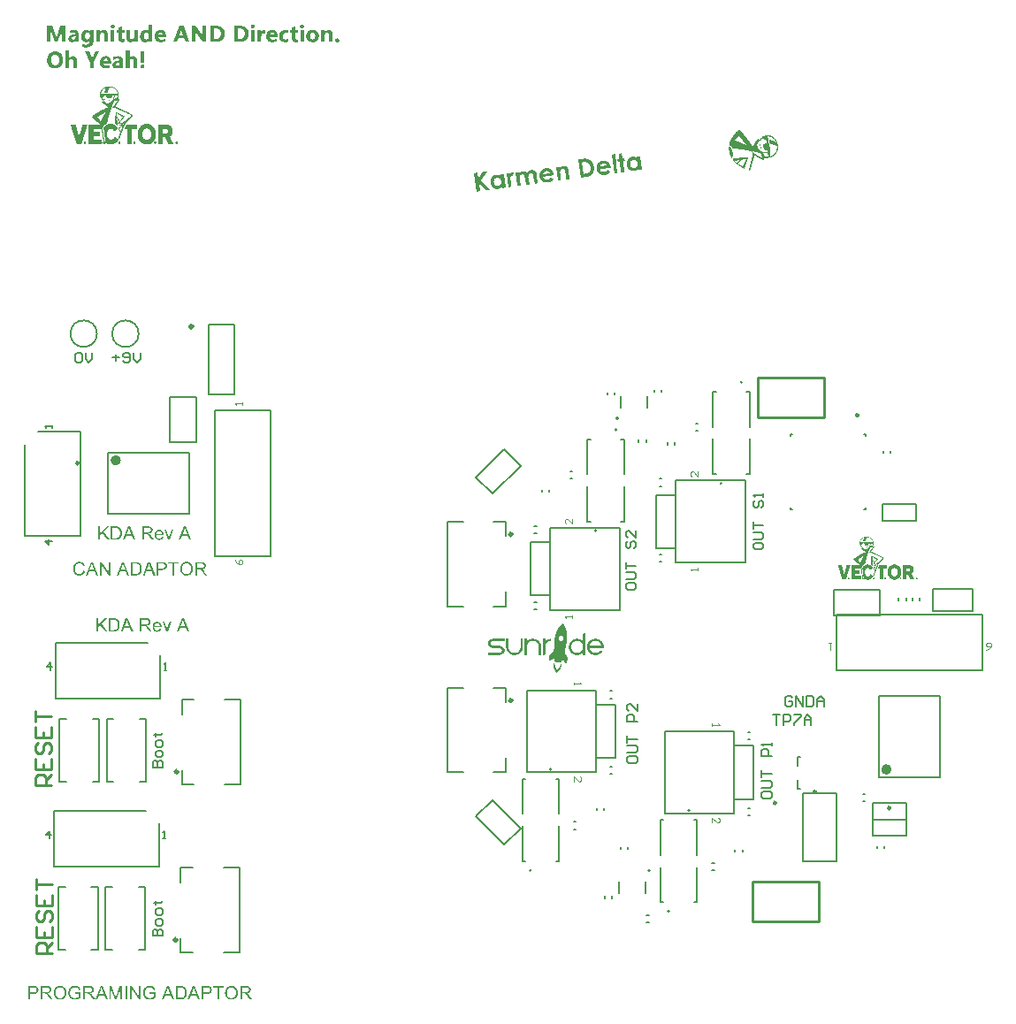
<source format=gto>
G04*
G04 #@! TF.GenerationSoftware,Altium Limited,Altium Designer,25.8.1 (18)*
G04*
G04 Layer_Color=65535*
%FSLAX44Y44*%
%MOMM*%
G71*
G04*
G04 #@! TF.SameCoordinates,2DE5FF01-4093-4F91-ACCA-3BB073B8CBF2*
G04*
G04*
G04 #@! TF.FilePolarity,Positive*
G04*
G01*
G75*
%ADD10C,0.2500*%
%ADD11C,0.3000*%
%ADD12C,0.2032*%
%ADD13C,0.1524*%
%ADD14C,0.5000*%
%ADD15C,0.2000*%
%ADD16C,0.2540*%
%ADD17C,0.1800*%
%ADD18C,0.1500*%
%ADD19C,0.1000*%
G36*
X-564979Y536847D02*
X-564586Y536816D01*
X-564222Y536796D01*
X-564061Y536776D01*
X-563960Y536756D01*
X-563778Y536736D01*
X-563617Y536716D01*
X-563516Y536695D01*
X-563334Y536675D01*
X-563254Y536655D01*
X-563143Y536625D01*
X-563062Y536604D01*
X-562931Y536574D01*
X-562830Y536534D01*
X-562719Y536504D01*
X-562588Y536473D01*
X-562477Y536423D01*
X-562396Y536403D01*
X-562265Y536372D01*
X-562133Y536322D01*
X-562023Y536292D01*
X-561740Y536191D01*
X-561538Y536110D01*
X-561034Y535868D01*
X-560882Y535797D01*
X-560660Y535676D01*
X-560519Y535595D01*
X-560398Y535515D01*
X-560257Y535434D01*
X-560115Y535333D01*
X-560075Y535313D01*
X-559954Y535232D01*
X-559913Y535212D01*
X-559732Y535071D01*
X-559621Y534980D01*
X-559550Y534929D01*
X-559490Y534869D01*
X-559449Y534849D01*
X-559409Y534808D01*
X-559369Y534788D01*
X-559328Y534748D01*
X-559288Y534728D01*
X-559227Y534667D01*
X-559187Y534647D01*
X-558591Y534052D01*
X-558571Y534011D01*
X-558470Y533910D01*
X-558450Y533870D01*
X-558390Y533809D01*
X-558369Y533769D01*
X-558309Y533708D01*
X-558289Y533668D01*
X-558248Y533628D01*
X-558228Y533587D01*
X-558168Y533527D01*
X-558148Y533486D01*
X-558107Y533446D01*
X-558087Y533406D01*
X-558047Y533365D01*
X-558026Y533325D01*
X-557986Y533284D01*
X-557966Y533244D01*
X-557865Y533103D01*
X-557845Y533063D01*
X-557804Y533022D01*
X-557663Y532760D01*
X-557582Y532639D01*
X-557562Y532598D01*
X-557461Y532417D01*
X-557280Y532033D01*
X-557159Y531771D01*
X-557108Y531640D01*
X-557017Y531428D01*
X-556967Y531297D01*
X-556947Y531216D01*
X-556916Y531125D01*
X-556836Y530843D01*
X-556815Y530762D01*
X-556795Y530641D01*
X-556755Y530540D01*
X-556735Y530459D01*
X-556715Y530277D01*
X-556654Y530136D01*
X-556624Y529843D01*
X-556604Y529763D01*
X-556553Y529632D01*
X-556503Y529016D01*
X-556483Y528854D01*
X-556472Y527109D01*
X-556493Y527048D01*
X-556523Y526735D01*
X-556543Y526413D01*
X-556563Y526251D01*
X-556604Y526150D01*
X-556624Y526049D01*
X-556674Y525736D01*
X-556715Y525635D01*
X-556735Y525494D01*
X-556765Y525363D01*
X-556795Y525252D01*
X-556836Y525090D01*
X-556916Y524828D01*
X-556937Y524747D01*
X-556987Y524616D01*
X-557038Y524445D01*
X-557058Y524364D01*
X-557027Y524334D01*
X-556906Y524354D01*
X-556805Y524394D01*
X-556079Y524374D01*
X-556018Y524354D01*
X-555857Y524314D01*
X-555584Y524283D01*
X-555413Y524233D01*
X-555312Y524192D01*
X-555302Y524102D01*
X-555382Y523980D01*
X-555463Y523839D01*
X-555564Y523698D01*
X-555625Y523597D01*
X-555705Y523456D01*
X-555766Y523395D01*
X-555867Y523214D01*
X-555948Y523092D01*
X-556008Y522992D01*
X-556139Y522800D01*
X-556250Y522649D01*
X-556270Y522608D01*
X-556371Y522467D01*
X-556392Y522426D01*
X-556472Y522285D01*
X-556513Y522245D01*
X-556573Y522144D01*
X-556614Y522104D01*
X-556634Y522063D01*
X-556815Y521801D01*
X-556836Y521760D01*
X-556916Y521639D01*
X-556937Y521599D01*
X-556977Y521559D01*
X-556997Y521518D01*
X-557401Y520953D01*
X-557421Y520913D01*
X-557481Y520852D01*
X-557502Y520812D01*
X-557542Y520771D01*
X-557562Y520731D01*
X-557603Y520691D01*
X-557623Y520650D01*
X-557663Y520610D01*
X-557683Y520570D01*
X-557784Y520428D01*
X-557804Y520388D01*
X-558097Y519995D01*
X-558148Y519944D01*
X-558168Y519904D01*
X-558359Y519651D01*
X-558440Y519530D01*
X-558491Y519460D01*
X-558581Y519349D01*
X-558632Y519278D01*
X-558723Y519167D01*
X-558975Y518834D01*
X-558995Y518794D01*
X-559136Y518652D01*
X-559157Y518612D01*
X-559217Y518551D01*
X-559237Y518511D01*
X-559379Y518329D01*
X-559419Y518289D01*
X-559439Y518249D01*
X-559540Y518148D01*
X-559560Y518107D01*
X-559641Y518027D01*
X-559661Y517986D01*
X-559722Y517926D01*
X-559742Y517886D01*
X-559883Y517744D01*
X-559903Y517663D01*
X-559883Y517603D01*
X-559853Y517573D01*
X-559570Y517452D01*
X-559379Y517381D01*
X-559207Y517310D01*
X-559076Y517260D01*
X-558965Y517209D01*
X-558622Y517048D01*
X-558359Y516927D01*
X-558097Y516826D01*
X-557875Y516725D01*
X-557835Y516705D01*
X-557451Y516523D01*
X-557411Y516503D01*
X-557270Y516442D01*
X-557169Y516402D01*
X-557027Y516342D01*
X-556846Y516261D01*
X-556583Y516140D01*
X-556543Y516119D01*
X-556200Y515958D01*
X-556059Y515897D01*
X-555958Y515857D01*
X-555776Y515776D01*
X-555352Y515575D01*
X-555130Y515474D01*
X-554989Y515413D01*
X-554888Y515373D01*
X-554666Y515272D01*
X-554283Y515090D01*
X-554101Y515009D01*
X-553879Y514908D01*
X-553748Y514858D01*
X-553344Y514656D01*
X-553213Y514606D01*
X-553173Y514586D01*
X-552870Y514444D01*
X-552769Y514404D01*
X-552587Y514323D01*
X-551962Y514021D01*
X-551830Y513970D01*
X-551719Y513920D01*
X-551538Y513839D01*
X-551074Y513617D01*
X-550892Y513536D01*
X-550751Y513476D01*
X-550650Y513435D01*
X-550428Y513334D01*
X-550387Y513314D01*
X-549883Y513072D01*
X-549752Y513022D01*
X-549378Y512850D01*
X-548955Y512648D01*
X-548914Y512628D01*
X-548773Y512567D01*
X-548551Y512467D01*
X-548369Y512386D01*
X-548147Y512285D01*
X-548107Y512265D01*
X-547723Y512083D01*
X-547542Y512002D01*
X-547411Y511952D01*
X-547209Y511851D01*
X-547098Y511800D01*
X-547057Y511780D01*
X-546674Y511599D01*
X-546533Y511538D01*
X-546432Y511498D01*
X-546250Y511417D01*
X-545624Y511114D01*
X-545443Y511034D01*
X-544696Y510650D01*
X-544514Y510549D01*
X-544353Y510448D01*
X-544313Y510428D01*
X-544171Y510327D01*
X-544131Y510307D01*
X-543990Y510206D01*
X-543949Y510186D01*
X-543909Y510145D01*
X-543868Y510125D01*
X-543758Y510014D01*
X-543737Y509974D01*
X-543596Y509833D01*
X-543576Y509792D01*
X-543475Y509651D01*
X-543394Y509469D01*
X-543354Y509328D01*
X-543313Y508924D01*
X-543334Y508783D01*
X-543354Y508541D01*
X-543374Y508480D01*
X-543445Y508289D01*
X-543485Y508188D01*
X-543556Y508057D01*
X-543576Y508016D01*
X-543677Y507875D01*
X-543697Y507835D01*
X-543737Y507794D01*
X-543758Y507754D01*
X-543899Y507572D01*
X-544060Y507411D01*
X-544070Y507381D01*
X-544111Y507360D01*
X-544262Y507209D01*
X-544282Y507169D01*
X-544524Y506926D01*
X-544545Y506886D01*
X-544575Y506856D01*
X-544605Y506846D01*
X-544625Y506805D01*
X-544807Y506624D01*
X-544827Y506583D01*
X-545191Y506220D01*
X-545211Y506180D01*
X-546341Y505050D01*
X-546361Y505009D01*
X-546472Y504898D01*
X-546512Y504878D01*
X-546744Y504646D01*
X-546755Y504616D01*
X-546785Y504605D01*
X-546805Y504565D01*
X-547057Y504313D01*
X-547098Y504293D01*
X-547148Y504242D01*
X-547158Y504212D01*
X-547199Y504192D01*
X-547299Y504071D01*
X-547643Y503728D01*
X-547683Y503707D01*
X-547733Y503637D01*
X-547986Y503385D01*
X-548026Y503364D01*
X-548177Y503213D01*
X-548198Y503173D01*
X-548470Y502900D01*
X-548510Y502880D01*
X-548662Y502729D01*
X-548682Y502688D01*
X-548874Y502496D01*
X-548914Y502476D01*
X-549065Y502325D01*
X-549086Y502285D01*
X-549187Y502184D01*
X-549207Y502143D01*
X-549267Y502083D01*
X-549287Y502042D01*
X-549388Y501941D01*
X-549409Y501901D01*
X-549550Y501760D01*
X-549570Y501719D01*
X-549610Y501679D01*
X-549631Y501639D01*
X-549832Y501336D01*
X-549933Y501195D01*
X-549984Y501063D01*
X-550014Y501033D01*
X-550065Y500902D01*
X-550155Y500690D01*
X-550337Y500307D01*
X-550458Y500044D01*
X-550478Y500004D01*
X-550539Y499863D01*
X-550620Y499681D01*
X-550670Y499550D01*
X-550821Y499217D01*
X-550902Y499035D01*
X-551003Y498813D01*
X-551053Y498682D01*
X-551104Y498571D01*
X-551154Y498440D01*
X-551205Y498329D01*
X-551255Y498198D01*
X-551407Y497865D01*
X-551487Y497683D01*
X-551558Y497491D01*
X-551639Y497249D01*
X-551649Y497239D01*
X-551730Y497037D01*
X-551790Y496896D01*
X-551911Y496633D01*
X-551972Y496492D01*
X-552123Y496078D01*
X-552174Y495967D01*
X-552204Y495857D01*
X-552234Y495826D01*
X-552315Y495624D01*
X-552456Y495322D01*
X-552486Y495211D01*
X-552527Y495110D01*
X-552607Y494888D01*
X-552658Y494757D01*
X-552759Y494534D01*
X-552809Y494403D01*
X-552860Y494292D01*
X-552961Y494030D01*
X-553001Y493929D01*
X-553092Y493677D01*
X-553142Y493566D01*
X-553193Y493435D01*
X-553324Y493142D01*
X-553405Y492940D01*
X-553576Y492466D01*
X-553627Y492355D01*
X-553677Y492224D01*
X-553728Y492113D01*
X-553829Y491850D01*
X-553909Y491648D01*
X-554010Y491386D01*
X-554040Y491275D01*
X-554111Y491104D01*
X-554161Y490972D01*
X-554232Y490801D01*
X-554293Y490659D01*
X-554313Y490579D01*
X-554394Y490397D01*
X-554464Y490205D01*
X-554495Y490115D01*
X-554565Y489923D01*
X-554616Y489792D01*
X-554696Y489590D01*
X-554797Y489328D01*
X-554817Y489247D01*
X-554858Y489206D01*
X-554888Y489095D01*
X-554969Y488894D01*
X-554989Y488813D01*
X-555090Y488530D01*
X-555150Y488369D01*
X-555181Y488278D01*
X-555282Y488056D01*
X-555302Y487975D01*
X-555382Y487794D01*
X-555413Y487683D01*
X-555463Y487551D01*
X-555494Y487440D01*
X-555564Y487269D01*
X-555665Y487006D01*
X-555685Y486926D01*
X-555726Y486885D01*
X-555796Y486694D01*
X-555857Y486593D01*
X-555938Y486573D01*
X-555978Y486593D01*
X-556089Y486684D01*
X-556119Y486714D01*
X-556160Y486734D01*
X-556220Y486795D01*
X-556260Y486815D01*
X-556361Y486916D01*
X-556402Y486936D01*
X-556442Y486976D01*
X-556483Y486996D01*
X-556563Y487077D01*
X-556604Y487097D01*
X-556715Y487188D01*
X-556785Y487239D01*
X-556916Y487370D01*
X-556937Y487471D01*
X-556916Y487531D01*
X-556866Y487663D01*
X-556805Y487824D01*
X-556684Y488127D01*
X-556533Y488460D01*
X-556483Y488591D01*
X-556432Y488702D01*
X-556351Y488904D01*
X-556301Y489035D01*
X-556260Y489136D01*
X-556210Y489267D01*
X-556129Y489449D01*
X-556028Y489671D01*
X-555887Y489973D01*
X-555816Y490165D01*
X-555766Y490296D01*
X-555736Y490407D01*
X-555705Y490438D01*
X-555665Y490538D01*
X-555514Y490932D01*
X-555483Y491043D01*
X-555453Y491174D01*
X-555413Y491275D01*
X-555393Y491356D01*
X-555312Y491578D01*
X-555251Y491739D01*
X-555160Y491951D01*
X-555140Y492032D01*
X-555080Y492173D01*
X-555050Y492284D01*
X-554999Y492456D01*
X-555019Y492537D01*
X-555060Y492637D01*
X-555282Y493102D01*
X-555483Y493546D01*
X-555665Y493929D01*
X-555887Y494393D01*
X-555968Y494575D01*
X-555988Y494615D01*
X-556311Y495281D01*
X-556351Y495382D01*
X-556412Y495523D01*
X-556452Y495624D01*
X-556513Y495766D01*
X-556452Y495867D01*
X-556402Y495917D01*
X-556361Y495937D01*
X-556321Y495978D01*
X-556281Y495998D01*
X-556190Y496068D01*
X-556170Y496149D01*
X-556230Y496290D01*
X-556250Y496371D01*
X-556281Y496482D01*
X-556331Y496613D01*
X-556371Y496755D01*
X-556412Y496856D01*
X-556483Y497047D01*
X-556533Y497158D01*
X-556735Y497542D01*
X-556815Y497703D01*
X-556785Y497733D01*
X-556704Y497713D01*
X-556402Y497592D01*
X-556149Y497562D01*
X-555877Y497552D01*
X-555816Y497572D01*
X-555605Y497602D01*
X-555494Y497653D01*
X-555362Y497703D01*
X-555251Y497754D01*
X-555211Y497774D01*
X-555150Y497834D01*
X-555009Y497915D01*
X-554969Y497955D01*
X-554928Y497976D01*
X-554848Y498056D01*
X-554807Y498077D01*
X-554777Y498107D01*
X-554757Y498147D01*
X-554636Y498268D01*
X-554616Y498309D01*
X-554373Y498692D01*
X-554212Y499035D01*
X-554111Y499257D01*
X-554061Y499388D01*
X-554030Y499499D01*
X-554000Y499631D01*
X-553950Y499762D01*
X-554000Y499832D01*
X-554111Y499802D01*
X-554605Y499530D01*
X-554737Y499479D01*
X-554838Y499439D01*
X-555009Y499388D01*
X-555231Y499328D01*
X-555312Y499308D01*
X-555473Y499287D01*
X-555534Y499267D01*
X-555615Y499247D01*
X-555756Y499227D01*
X-556321Y499247D01*
X-556412Y499338D01*
X-556392Y499439D01*
X-556361Y499469D01*
X-556321Y499489D01*
X-556119Y499570D01*
X-555978Y499610D01*
X-555877Y499651D01*
X-555736Y499711D01*
X-555695Y499731D01*
X-555473Y499853D01*
X-555090Y500054D01*
X-554696Y500347D01*
X-554666Y500377D01*
X-554626Y500397D01*
X-554515Y500488D01*
X-554474Y500529D01*
X-554454Y500609D01*
X-554555Y500751D01*
X-554827Y501023D01*
X-554868Y501043D01*
X-554898Y501074D01*
X-554918Y501114D01*
X-555150Y501346D01*
X-555191Y501366D01*
X-555615Y501790D01*
X-555776Y501770D01*
X-555816Y501730D01*
X-555897Y501709D01*
X-556160Y501568D01*
X-556624Y501346D01*
X-556765Y501286D01*
X-556866Y501245D01*
X-557048Y501164D01*
X-557128Y501144D01*
X-557259Y501094D01*
X-557370Y501063D01*
X-557673Y501043D01*
X-557704Y501013D01*
X-557673Y500660D01*
X-557653Y500559D01*
X-557633Y500438D01*
X-557603Y499842D01*
X-557572Y499631D01*
X-557552Y499530D01*
X-557532Y499368D01*
X-557522Y498975D01*
X-557552Y498944D01*
X-557613Y498965D01*
X-557704Y499055D01*
X-557724Y499096D01*
X-557764Y499136D01*
X-557784Y499176D01*
X-557875Y499287D01*
X-557925Y499338D01*
X-557946Y499378D01*
X-558541Y499974D01*
X-558581Y499994D01*
X-558662Y500075D01*
X-558703Y500095D01*
X-558803Y500196D01*
X-558844Y500216D01*
X-558864Y500256D01*
X-558904Y500276D01*
X-558985Y500357D01*
X-559025Y500377D01*
X-559066Y500418D01*
X-559106Y500438D01*
X-559247Y500539D01*
X-559288Y500559D01*
X-559429Y500660D01*
X-559469Y500680D01*
X-559580Y500771D01*
X-559701Y500872D01*
X-559742Y500912D01*
X-559762Y501659D01*
X-559732Y504111D01*
X-559701Y505352D01*
X-559681Y506301D01*
X-559661Y506361D01*
X-559631Y507502D01*
X-559611Y508026D01*
X-559590Y508188D01*
X-559570Y508289D01*
X-559550Y508410D01*
X-559530Y508733D01*
X-559510Y509197D01*
X-559469Y509439D01*
X-559449Y509621D01*
X-559429Y510065D01*
X-559409Y510247D01*
X-559389Y510347D01*
X-559358Y510620D01*
X-559338Y511003D01*
X-559318Y511064D01*
X-559298Y511266D01*
X-559278Y511407D01*
X-559247Y511659D01*
X-559227Y511841D01*
X-559207Y512002D01*
X-559167Y512164D01*
X-559146Y512285D01*
X-559126Y512386D01*
X-559086Y512446D01*
X-558975Y512416D01*
X-558803Y512325D01*
X-558178Y512023D01*
X-557915Y511901D01*
X-557411Y511639D01*
X-557128Y511518D01*
X-556301Y511114D01*
X-556119Y511034D01*
X-555130Y510549D01*
X-554303Y510145D01*
X-553879Y509944D01*
X-553092Y509560D01*
X-552062Y509056D01*
X-551195Y508632D01*
X-550932Y508511D01*
X-550630Y508349D01*
X-550498Y508259D01*
X-550519Y508137D01*
X-550599Y508057D01*
X-550620Y508016D01*
X-550710Y507905D01*
X-550761Y507835D01*
X-550882Y507714D01*
X-550902Y507673D01*
X-551023Y507552D01*
X-551043Y507512D01*
X-551084Y507471D01*
X-551104Y507431D01*
X-551164Y507370D01*
X-551185Y507330D01*
X-551286Y507229D01*
X-551306Y507189D01*
X-551467Y507027D01*
X-551487Y506987D01*
X-551528Y506947D01*
X-551548Y506906D01*
X-551608Y506846D01*
X-551629Y506805D01*
X-551689Y506745D01*
X-551709Y506704D01*
X-551871Y506543D01*
X-551891Y506503D01*
X-551951Y506442D01*
X-551972Y506402D01*
X-552012Y506361D01*
X-552032Y506321D01*
X-552093Y506260D01*
X-552113Y506220D01*
X-552274Y506059D01*
X-552295Y506018D01*
X-552375Y505938D01*
X-552396Y505897D01*
X-552436Y505857D01*
X-552456Y505816D01*
X-552496Y505776D01*
X-552517Y505736D01*
X-552577Y505675D01*
X-552597Y505635D01*
X-552698Y505534D01*
X-552708Y505504D01*
X-552739Y505494D01*
X-552759Y505453D01*
X-552840Y505372D01*
X-552860Y505332D01*
X-552920Y505271D01*
X-552940Y505231D01*
X-553021Y505150D01*
X-553041Y505110D01*
X-553162Y504989D01*
X-553183Y504949D01*
X-553263Y504868D01*
X-553284Y504827D01*
X-553344Y504767D01*
X-553364Y504727D01*
X-553485Y504605D01*
X-553506Y504565D01*
X-553606Y504464D01*
X-553627Y504424D01*
X-553707Y504343D01*
X-553728Y504303D01*
X-553829Y504202D01*
X-553849Y504161D01*
X-553990Y504020D01*
X-554010Y503980D01*
X-554050Y503940D01*
X-554071Y503899D01*
X-554131Y503839D01*
X-554151Y503798D01*
X-554293Y503657D01*
X-554313Y503617D01*
X-554414Y503516D01*
X-554434Y503475D01*
X-554515Y503395D01*
X-554535Y503354D01*
X-554595Y503294D01*
X-554616Y503253D01*
X-554696Y503173D01*
X-554716Y503132D01*
X-554838Y503011D01*
X-554858Y502971D01*
X-554918Y502910D01*
X-554939Y502870D01*
X-554979Y502829D01*
X-554999Y502789D01*
X-555080Y502668D01*
X-555100Y502587D01*
X-555080Y502527D01*
X-554949Y502396D01*
X-554908Y502375D01*
X-554848Y502315D01*
X-554807Y502295D01*
X-554767Y502254D01*
X-554727Y502234D01*
X-554616Y502143D01*
X-554495Y502042D01*
X-554373Y501962D01*
X-554343Y501931D01*
X-554303Y501911D01*
X-554262Y501871D01*
X-554222Y501851D01*
X-553798Y501548D01*
X-553617Y501467D01*
X-553536Y501447D01*
X-553425Y501477D01*
X-553253Y501568D01*
X-553193Y501629D01*
X-553152Y501649D01*
X-552830Y501891D01*
X-552577Y502083D01*
X-552547Y502113D01*
X-552506Y502133D01*
X-552446Y502194D01*
X-552406Y502214D01*
X-552345Y502274D01*
X-552305Y502295D01*
X-552264Y502335D01*
X-552224Y502355D01*
X-552163Y502416D01*
X-552123Y502436D01*
X-552062Y502496D01*
X-552022Y502517D01*
X-551962Y502577D01*
X-551921Y502597D01*
X-551841Y502678D01*
X-551800Y502698D01*
X-551740Y502759D01*
X-551699Y502779D01*
X-551659Y502819D01*
X-551618Y502840D01*
X-551578Y502880D01*
X-551538Y502900D01*
X-551497Y502940D01*
X-551457Y502961D01*
X-551417Y503001D01*
X-551376Y503021D01*
X-551316Y503082D01*
X-551275Y503102D01*
X-551195Y503183D01*
X-551154Y503203D01*
X-551114Y503243D01*
X-551074Y503263D01*
X-551013Y503324D01*
X-550973Y503344D01*
X-550932Y503385D01*
X-550892Y503405D01*
X-550852Y503445D01*
X-550811Y503465D01*
X-550700Y503556D01*
X-550670Y503586D01*
X-550630Y503606D01*
X-550549Y503687D01*
X-550508Y503707D01*
X-550468Y503748D01*
X-550428Y503768D01*
X-550387Y503808D01*
X-550347Y503829D01*
X-550286Y503889D01*
X-550246Y503909D01*
X-550206Y503950D01*
X-550165Y503970D01*
X-550085Y504050D01*
X-550044Y504071D01*
X-549964Y504151D01*
X-549923Y504172D01*
X-549863Y504232D01*
X-549822Y504252D01*
X-549641Y504394D01*
X-549600Y504434D01*
X-549560Y504454D01*
X-549459Y504555D01*
X-549419Y504575D01*
X-549378Y504616D01*
X-549338Y504636D01*
X-549227Y504727D01*
X-549106Y504827D01*
X-549035Y504878D01*
X-548783Y505070D01*
X-548732Y505120D01*
X-548692Y505140D01*
X-548611Y505221D01*
X-548571Y505241D01*
X-548531Y505282D01*
X-548490Y505302D01*
X-548379Y505393D01*
X-548309Y505443D01*
X-548268Y505483D01*
X-548228Y505504D01*
X-548127Y505605D01*
X-548087Y505625D01*
X-548026Y505685D01*
X-547986Y505705D01*
X-547945Y505746D01*
X-547905Y505766D01*
X-547865Y505806D01*
X-547824Y505826D01*
X-547784Y505867D01*
X-547743Y505887D01*
X-547663Y505968D01*
X-547622Y505988D01*
X-547522Y506089D01*
X-547481Y506109D01*
X-547299Y506250D01*
X-547188Y506341D01*
X-547118Y506392D01*
X-547007Y506483D01*
X-546936Y506533D01*
X-546896Y506573D01*
X-546856Y506593D01*
X-546775Y506674D01*
X-546734Y506694D01*
X-546694Y506735D01*
X-546654Y506755D01*
X-546613Y506795D01*
X-546583Y506805D01*
X-546573Y506836D01*
X-546533Y506856D01*
X-546492Y506896D01*
X-546452Y506916D01*
X-546331Y507038D01*
X-546290Y507058D01*
X-546109Y507199D01*
X-546068Y507239D01*
X-546028Y507259D01*
X-545967Y507320D01*
X-545927Y507340D01*
X-545887Y507381D01*
X-545846Y507401D01*
X-545766Y507481D01*
X-545725Y507502D01*
X-545604Y507623D01*
X-545564Y507643D01*
X-545483Y507724D01*
X-545443Y507744D01*
X-545332Y507835D01*
X-545261Y507885D01*
X-545120Y508026D01*
X-545079Y508047D01*
X-544978Y508148D01*
X-544938Y508168D01*
X-544857Y508248D01*
X-544817Y508269D01*
X-544605Y508480D01*
X-544585Y508521D01*
X-544464Y508642D01*
X-544423Y508743D01*
X-544444Y509005D01*
X-544534Y509116D01*
X-544595Y509177D01*
X-544635Y509197D01*
X-544777Y509298D01*
X-544837Y509318D01*
X-544958Y509399D01*
X-545947Y509903D01*
X-546129Y510004D01*
X-546270Y510085D01*
X-546533Y510226D01*
X-546755Y510347D01*
X-546896Y510448D01*
X-546977Y510468D01*
X-547017Y510509D01*
X-547804Y510913D01*
X-548228Y511114D01*
X-548450Y511215D01*
X-548874Y511417D01*
X-549237Y511578D01*
X-549429Y511649D01*
X-549540Y511700D01*
X-549842Y511841D01*
X-550024Y511922D01*
X-550165Y511982D01*
X-550559Y512133D01*
X-550670Y512184D01*
X-550771Y512224D01*
X-551074Y512366D01*
X-551205Y512416D01*
X-551497Y512547D01*
X-551629Y512598D01*
X-551931Y512719D01*
X-552264Y512870D01*
X-552396Y512921D01*
X-552506Y512971D01*
X-552638Y513022D01*
X-552799Y513082D01*
X-553001Y513163D01*
X-553132Y513213D01*
X-553274Y513274D01*
X-553617Y513435D01*
X-553879Y513536D01*
X-554081Y513617D01*
X-554212Y513667D01*
X-554283Y513698D01*
X-554626Y513859D01*
X-554767Y513920D01*
X-554959Y513990D01*
X-555120Y514051D01*
X-555423Y514172D01*
X-555796Y514343D01*
X-555938Y514404D01*
X-556462Y514606D01*
X-556563Y514646D01*
X-556704Y514707D01*
X-556886Y514787D01*
X-557017Y514838D01*
X-557128Y514888D01*
X-557209Y514908D01*
X-557391Y514989D01*
X-557522Y515040D01*
X-557825Y515161D01*
X-558137Y515292D01*
X-558269Y515342D01*
X-558299Y515373D01*
X-558410Y515403D01*
X-558511Y515443D01*
X-558733Y515524D01*
X-558834Y515564D01*
X-558995Y515625D01*
X-559106Y515676D01*
X-559237Y515726D01*
X-559348Y515776D01*
X-559490Y515837D01*
X-559691Y515918D01*
X-560166Y516089D01*
X-560277Y516140D01*
X-560378Y516180D01*
X-560600Y516281D01*
X-560731Y516331D01*
X-560892Y516372D01*
X-561064Y516422D01*
X-561750Y516402D01*
X-562093Y516220D01*
X-562194Y516160D01*
X-562234Y516140D01*
X-562355Y516059D01*
X-562436Y516039D01*
X-562658Y515938D01*
X-562799Y515877D01*
X-563011Y515827D01*
X-563102Y515797D01*
X-563183Y515776D01*
X-563344Y515756D01*
X-563526Y515655D01*
X-563556Y515625D01*
X-563577Y515585D01*
X-563617Y515484D01*
X-563677Y515262D01*
X-563698Y515181D01*
X-563798Y514858D01*
X-563819Y514777D01*
X-563879Y514636D01*
X-563920Y514475D01*
X-563980Y514333D01*
X-564021Y514192D01*
X-564081Y514051D01*
X-564101Y513930D01*
X-564142Y513829D01*
X-564202Y513587D01*
X-564253Y513455D01*
X-564293Y513294D01*
X-564333Y513193D01*
X-564384Y513062D01*
X-564404Y512981D01*
X-564464Y512840D01*
X-564485Y512759D01*
X-564565Y512497D01*
X-564586Y512416D01*
X-564626Y512315D01*
X-564687Y512073D01*
X-564737Y511942D01*
X-564767Y511831D01*
X-564787Y511750D01*
X-564838Y511619D01*
X-564868Y511528D01*
X-564888Y511447D01*
X-564969Y511266D01*
X-564999Y511134D01*
X-565050Y510963D01*
X-565070Y510882D01*
X-565131Y510680D01*
X-565151Y510600D01*
X-565242Y510347D01*
X-565282Y510186D01*
X-565322Y510085D01*
X-565353Y509974D01*
X-565373Y509893D01*
X-565413Y509792D01*
X-565453Y509651D01*
X-565524Y509459D01*
X-565544Y509358D01*
X-565564Y509278D01*
X-565615Y509106D01*
X-565655Y508945D01*
X-565736Y508682D01*
X-565756Y508602D01*
X-565827Y508410D01*
X-565867Y508248D01*
X-565918Y508137D01*
X-565938Y508057D01*
X-565968Y507905D01*
X-566019Y507774D01*
X-566049Y507623D01*
X-566079Y507512D01*
X-566160Y507189D01*
X-566200Y507088D01*
X-566220Y507007D01*
X-566271Y506795D01*
X-566321Y506664D01*
X-566352Y506513D01*
X-566392Y506412D01*
X-566412Y506331D01*
X-566432Y506210D01*
X-566473Y506109D01*
X-566503Y505998D01*
X-566553Y505786D01*
X-566584Y505675D01*
X-566634Y505423D01*
X-566654Y505342D01*
X-566674Y505241D01*
X-566695Y505160D01*
X-566735Y504959D01*
X-566755Y504878D01*
X-566786Y504767D01*
X-566806Y504686D01*
X-566856Y504474D01*
X-566886Y504384D01*
X-566907Y504242D01*
X-566937Y504091D01*
X-566967Y504000D01*
X-566987Y503919D01*
X-567018Y503667D01*
X-567038Y503586D01*
X-567058Y503485D01*
X-567098Y503162D01*
X-567118Y503041D01*
X-567139Y502880D01*
X-567179Y502617D01*
X-567199Y502456D01*
X-567219Y502174D01*
X-567260Y501972D01*
X-567280Y501810D01*
X-567300Y501407D01*
X-567320Y501326D01*
X-567381Y501265D01*
X-567482Y501225D01*
X-567623Y501164D01*
X-567754Y501114D01*
X-567785Y501084D01*
X-567886Y501043D01*
X-568017Y500993D01*
X-568047Y500963D01*
X-568128Y500942D01*
X-568390Y500801D01*
X-568531Y500720D01*
X-568572Y500680D01*
X-568612Y500660D01*
X-568733Y500579D01*
X-568773Y500559D01*
X-568915Y500458D01*
X-568955Y500438D01*
X-569278Y500196D01*
X-569318Y500155D01*
X-569359Y500135D01*
X-569440Y500054D01*
X-569480Y500034D01*
X-569621Y499893D01*
X-569661Y499873D01*
X-569762Y499772D01*
X-569803Y499752D01*
X-569853Y499681D01*
X-570075Y499459D01*
X-570095Y499419D01*
X-570216Y499298D01*
X-570237Y499257D01*
X-570378Y499116D01*
X-570398Y499076D01*
X-570479Y498995D01*
X-570499Y498955D01*
X-570580Y498874D01*
X-570600Y498833D01*
X-570640Y498793D01*
X-570661Y498753D01*
X-570751Y498642D01*
X-570802Y498591D01*
X-570822Y498551D01*
X-570882Y498490D01*
X-570903Y498450D01*
X-570943Y498410D01*
X-570963Y498369D01*
X-571256Y497976D01*
X-571306Y497905D01*
X-571387Y497764D01*
X-571427Y497723D01*
X-571528Y497542D01*
X-571629Y497400D01*
X-571649Y497360D01*
X-571690Y497320D01*
X-571710Y497279D01*
X-571750Y497239D01*
X-571831Y497057D01*
X-571811Y496512D01*
X-571791Y496452D01*
X-571750Y496169D01*
X-571730Y495887D01*
X-571690Y495786D01*
X-571670Y495645D01*
X-571649Y495443D01*
X-571629Y495201D01*
X-571589Y495100D01*
X-571569Y494958D01*
X-571538Y494646D01*
X-571488Y494191D01*
X-571468Y494050D01*
X-571448Y493848D01*
X-571427Y493707D01*
X-571397Y493414D01*
X-571377Y493313D01*
X-571357Y493092D01*
X-571337Y492849D01*
X-571296Y492688D01*
X-571276Y492526D01*
X-571256Y492244D01*
X-571236Y492143D01*
X-571205Y492032D01*
X-571185Y491951D01*
X-571165Y491749D01*
X-571145Y491467D01*
X-571125Y491406D01*
X-571105Y491326D01*
X-571084Y491184D01*
X-571064Y490922D01*
X-571044Y490781D01*
X-571024Y490700D01*
X-571004Y490559D01*
X-570953Y490104D01*
X-570933Y489883D01*
X-570913Y489701D01*
X-570893Y489580D01*
X-570852Y489136D01*
X-570832Y489035D01*
X-570812Y488954D01*
X-570782Y488682D01*
X-570761Y488399D01*
X-570741Y488339D01*
X-570701Y488177D01*
X-570681Y487854D01*
X-570661Y487713D01*
X-570630Y487582D01*
X-570610Y487461D01*
X-570590Y487239D01*
X-570570Y487037D01*
X-570539Y486764D01*
X-570519Y486684D01*
X-570469Y486250D01*
X-570449Y486028D01*
X-570428Y485907D01*
X-570408Y485806D01*
X-570388Y485644D01*
X-570368Y485382D01*
X-570348Y485281D01*
X-570307Y485120D01*
X-570287Y484857D01*
X-570267Y484615D01*
X-570247Y484534D01*
X-570227Y484433D01*
X-570206Y484191D01*
X-570186Y484010D01*
X-570136Y483939D01*
X-570106Y483909D01*
X-569995Y483878D01*
X-569793Y483757D01*
X-569762Y483727D01*
X-569722Y483707D01*
X-569551Y483535D01*
X-569530Y483495D01*
X-569490Y483455D01*
X-569470Y483414D01*
X-569389Y483232D01*
X-569349Y483091D01*
X-569328Y483010D01*
X-569349Y482506D01*
X-569429Y482304D01*
X-569510Y482163D01*
X-569601Y482052D01*
X-569651Y481981D01*
X-569863Y481830D01*
X-570005Y481769D01*
X-570206Y481709D01*
X-570287Y481688D01*
X-570812Y481709D01*
X-570993Y481789D01*
X-571034Y481810D01*
X-571175Y481890D01*
X-571216Y481931D01*
X-571256Y481951D01*
X-571407Y482102D01*
X-571427Y482143D01*
X-571528Y482304D01*
X-571559Y482415D01*
X-571599Y482516D01*
X-571629Y482627D01*
X-571649Y482869D01*
X-571629Y482930D01*
X-571609Y483111D01*
X-571549Y483253D01*
X-571528Y483333D01*
X-571448Y483455D01*
X-571427Y483495D01*
X-571367Y483555D01*
X-571347Y483596D01*
X-571236Y483707D01*
X-571195Y483727D01*
X-571105Y483818D01*
X-571084Y483899D01*
X-571115Y484030D01*
X-571145Y484141D01*
X-571175Y484514D01*
X-571195Y484595D01*
X-571226Y484706D01*
X-571246Y484786D01*
X-571276Y485140D01*
X-571316Y485341D01*
X-571347Y485614D01*
X-571367Y485816D01*
X-571387Y485957D01*
X-571407Y486219D01*
X-571427Y486280D01*
X-571448Y486421D01*
X-571468Y486684D01*
X-571488Y486825D01*
X-571508Y486906D01*
X-571528Y487047D01*
X-571549Y487309D01*
X-571579Y487481D01*
X-571629Y487652D01*
X-571670Y488076D01*
X-571690Y488137D01*
X-571730Y488298D01*
X-571760Y488631D01*
X-571781Y488732D01*
X-571801Y488813D01*
X-571871Y489449D01*
X-571922Y489782D01*
X-571952Y490054D01*
X-571982Y490266D01*
X-572003Y490347D01*
X-572033Y490619D01*
X-572053Y490861D01*
X-572093Y490962D01*
X-572114Y491043D01*
X-572134Y491184D01*
X-572154Y491467D01*
X-572174Y491527D01*
X-572215Y491689D01*
X-572235Y492052D01*
X-572255Y492113D01*
X-572275Y492254D01*
X-572295Y492335D01*
X-572326Y492648D01*
X-572366Y493011D01*
X-572386Y493112D01*
X-572406Y493233D01*
X-572426Y493394D01*
X-572447Y493616D01*
X-572467Y493717D01*
X-572487Y493798D01*
X-572507Y493959D01*
X-572527Y494222D01*
X-572547Y494323D01*
X-572568Y494403D01*
X-572598Y494514D01*
X-572638Y494938D01*
X-572659Y494999D01*
X-572679Y495079D01*
X-572719Y495483D01*
X-572760Y495725D01*
X-572780Y495867D01*
X-572800Y495947D01*
X-572850Y495998D01*
X-572931Y496018D01*
X-574768Y495998D01*
X-580419Y495978D01*
X-580449Y495947D01*
X-580469Y495867D01*
X-580449Y493344D01*
X-580419Y493313D01*
X-580328Y493303D01*
X-580318Y493313D01*
X-580257Y493293D01*
X-574202Y493273D01*
X-574172Y493243D01*
X-574162Y493031D01*
X-574172Y490135D01*
X-574152Y490074D01*
X-574172Y489267D01*
X-574202Y489237D01*
X-574283Y489216D01*
X-580419Y489196D01*
X-580449Y489166D01*
X-580469Y489085D01*
X-580449Y486139D01*
X-580419Y486108D01*
X-572830Y486088D01*
X-572780Y485977D01*
X-572800Y481779D01*
X-572830Y481729D01*
X-572971Y481688D01*
X-584980Y481709D01*
X-585030Y481759D01*
X-585010Y500448D01*
X-584919Y500478D01*
X-574384Y500498D01*
X-574374Y500529D01*
X-574435Y500589D01*
X-574455Y500630D01*
X-574525Y500680D01*
X-574626Y500781D01*
X-574667Y500801D01*
X-574707Y500841D01*
X-574747Y500862D01*
X-574788Y500902D01*
X-574828Y500922D01*
X-574889Y500983D01*
X-574929Y501003D01*
X-574969Y501043D01*
X-575010Y501063D01*
X-575111Y501164D01*
X-575151Y501185D01*
X-575212Y501245D01*
X-575252Y501265D01*
X-575333Y501346D01*
X-575373Y501366D01*
X-575434Y501427D01*
X-575474Y501447D01*
X-575535Y501507D01*
X-575575Y501528D01*
X-575756Y501669D01*
X-575817Y501730D01*
X-575857Y501750D01*
X-575938Y501830D01*
X-575979Y501851D01*
X-576039Y501911D01*
X-576079Y501931D01*
X-576160Y502012D01*
X-576200Y502032D01*
X-576281Y502113D01*
X-576322Y502133D01*
X-576382Y502194D01*
X-576423Y502214D01*
X-576483Y502274D01*
X-576524Y502295D01*
X-576624Y502396D01*
X-576665Y502416D01*
X-576725Y502476D01*
X-576766Y502496D01*
X-576826Y502557D01*
X-576867Y502577D01*
X-576968Y502678D01*
X-577008Y502698D01*
X-577129Y502819D01*
X-577169Y502840D01*
X-577210Y502880D01*
X-577250Y502900D01*
X-577311Y502961D01*
X-577351Y502981D01*
X-577462Y503072D01*
X-577533Y503122D01*
X-577613Y503203D01*
X-577654Y503223D01*
X-577714Y503284D01*
X-577755Y503304D01*
X-577815Y503364D01*
X-577855Y503385D01*
X-577916Y503445D01*
X-577956Y503465D01*
X-578057Y503566D01*
X-578098Y503586D01*
X-578158Y503647D01*
X-578199Y503667D01*
X-578279Y503748D01*
X-578320Y503768D01*
X-578360Y503808D01*
X-578400Y503829D01*
X-578441Y503869D01*
X-578481Y503889D01*
X-578542Y503950D01*
X-578582Y503970D01*
X-578663Y504050D01*
X-578703Y504071D01*
X-578824Y504192D01*
X-578865Y504212D01*
X-578905Y504252D01*
X-578945Y504272D01*
X-579006Y504333D01*
X-579046Y504353D01*
X-579107Y504414D01*
X-579147Y504434D01*
X-579188Y504474D01*
X-579228Y504495D01*
X-579288Y504555D01*
X-579329Y504575D01*
X-579389Y504636D01*
X-579430Y504656D01*
X-579470Y504696D01*
X-579510Y504716D01*
X-579632Y504838D01*
X-579672Y504858D01*
X-579753Y504939D01*
X-579793Y504959D01*
X-579833Y504999D01*
X-579874Y505019D01*
X-579954Y505100D01*
X-579995Y505120D01*
X-580116Y505241D01*
X-580156Y505261D01*
X-580197Y505302D01*
X-580237Y505322D01*
X-580298Y505382D01*
X-580338Y505403D01*
X-580449Y505494D01*
X-580580Y505625D01*
X-580620Y505645D01*
X-580701Y505726D01*
X-580742Y505746D01*
X-580782Y505786D01*
X-580822Y505806D01*
X-580903Y505887D01*
X-580943Y505907D01*
X-581519Y506483D01*
X-581539Y506523D01*
X-581619Y506604D01*
X-581640Y506644D01*
X-581730Y506755D01*
X-581781Y506826D01*
X-581862Y506967D01*
X-581983Y507229D01*
X-582023Y507391D01*
X-582043Y507593D01*
X-582023Y507653D01*
X-581993Y507764D01*
X-581872Y507966D01*
X-581842Y507996D01*
X-581821Y508036D01*
X-581498Y508359D01*
X-581488Y508390D01*
X-581448Y508410D01*
X-581398Y508460D01*
X-581387Y508491D01*
X-581347Y508511D01*
X-581226Y508632D01*
X-581186Y508652D01*
X-581105Y508733D01*
X-581064Y508753D01*
X-580943Y508874D01*
X-580903Y508894D01*
X-580863Y508935D01*
X-580822Y508955D01*
X-580762Y509015D01*
X-580721Y509035D01*
X-580661Y509096D01*
X-580620Y509116D01*
X-580580Y509157D01*
X-580540Y509177D01*
X-580429Y509268D01*
X-580358Y509318D01*
X-580318Y509358D01*
X-580277Y509379D01*
X-580025Y509570D01*
X-579954Y509621D01*
X-579833Y509701D01*
X-579793Y509722D01*
X-579732Y509782D01*
X-579692Y509802D01*
X-579652Y509843D01*
X-579611Y509863D01*
X-579571Y509903D01*
X-579531Y509924D01*
X-579490Y509964D01*
X-579450Y509984D01*
X-579309Y510085D01*
X-579268Y510105D01*
X-579228Y510145D01*
X-579087Y510226D01*
X-578976Y510317D01*
X-578814Y510418D01*
X-578784Y510448D01*
X-578683Y510509D01*
X-578542Y510610D01*
X-578501Y510630D01*
X-578340Y510731D01*
X-578299Y510751D01*
X-578017Y510953D01*
X-577977Y510973D01*
X-577936Y511013D01*
X-577714Y511134D01*
X-577593Y511215D01*
X-577553Y511235D01*
X-577492Y511296D01*
X-577351Y511377D01*
X-577129Y511518D01*
X-577089Y511538D01*
X-576968Y511619D01*
X-576867Y511679D01*
X-576645Y511821D01*
X-576604Y511841D01*
X-576463Y511942D01*
X-576100Y512144D01*
X-576059Y512184D01*
X-575797Y512325D01*
X-575756Y512366D01*
X-575535Y512487D01*
X-575373Y512588D01*
X-575111Y512729D01*
X-574889Y512870D01*
X-574788Y512931D01*
X-574485Y513092D01*
X-574364Y513173D01*
X-574142Y513294D01*
X-574102Y513334D01*
X-573759Y513516D01*
X-573456Y513677D01*
X-573415Y513718D01*
X-572951Y513960D01*
X-572729Y514081D01*
X-572547Y514182D01*
X-572406Y514263D01*
X-572184Y514384D01*
X-571841Y514566D01*
X-571619Y514687D01*
X-571357Y514828D01*
X-570368Y515332D01*
X-569258Y515877D01*
X-568895Y516039D01*
X-568763Y516089D01*
X-568592Y516160D01*
X-568410Y516241D01*
X-568329Y516261D01*
X-568228Y516301D01*
X-567825Y516402D01*
X-567684Y516442D01*
X-567542Y516463D01*
X-567411Y516493D01*
X-567330Y516513D01*
X-567209Y516533D01*
X-566987Y516553D01*
X-566543Y516574D01*
X-566523Y516634D01*
X-566543Y516674D01*
X-566614Y516745D01*
X-566654Y516765D01*
X-566977Y517007D01*
X-567229Y517199D01*
X-567260Y517229D01*
X-567300Y517250D01*
X-567341Y517290D01*
X-567381Y517310D01*
X-567492Y517401D01*
X-567542Y517452D01*
X-567583Y517472D01*
X-567643Y517532D01*
X-567684Y517552D01*
X-567724Y517593D01*
X-567764Y517613D01*
X-567875Y517704D01*
X-567946Y517754D01*
X-567986Y517795D01*
X-568027Y517815D01*
X-568087Y517875D01*
X-568128Y517896D01*
X-568239Y517986D01*
X-568269Y518017D01*
X-568309Y518037D01*
X-568390Y518117D01*
X-568430Y518138D01*
X-568491Y518198D01*
X-568531Y518218D01*
X-568612Y518299D01*
X-568652Y518319D01*
X-568713Y518380D01*
X-568753Y518400D01*
X-568794Y518441D01*
X-568834Y518461D01*
X-568874Y518501D01*
X-568915Y518521D01*
X-568975Y518582D01*
X-569016Y518602D01*
X-569056Y518662D01*
X-569096Y518683D01*
X-569197Y518783D01*
X-569238Y518804D01*
X-569298Y518864D01*
X-569339Y518885D01*
X-569399Y518945D01*
X-569440Y518965D01*
X-569510Y519016D01*
X-569530Y519056D01*
X-569601Y519106D01*
X-569702Y519207D01*
X-569742Y519228D01*
X-569783Y519268D01*
X-569823Y519288D01*
X-569883Y519349D01*
X-569924Y519369D01*
X-570025Y519470D01*
X-570065Y519490D01*
X-570227Y519651D01*
X-570267Y519672D01*
X-570428Y519833D01*
X-570469Y519853D01*
X-570550Y519934D01*
X-570590Y519954D01*
X-570691Y520055D01*
X-570731Y520075D01*
X-570973Y520317D01*
X-571014Y520338D01*
X-571115Y520438D01*
X-571155Y520459D01*
X-571236Y520539D01*
X-571276Y520560D01*
X-571498Y520782D01*
X-571538Y520802D01*
X-571680Y520943D01*
X-571720Y520963D01*
X-571771Y521014D01*
X-571791Y521054D01*
X-572023Y521286D01*
X-572063Y521306D01*
X-572881Y522124D01*
X-572860Y522204D01*
X-572780Y522225D01*
X-572578Y522265D01*
X-572396Y522285D01*
X-571044Y522305D01*
X-571024Y522346D01*
X-571125Y522487D01*
X-571145Y522527D01*
X-571286Y522749D01*
X-571508Y523173D01*
X-571609Y523355D01*
X-571690Y523496D01*
X-571730Y523536D01*
X-571750Y523577D01*
X-571781Y523607D01*
X-572578Y523637D01*
X-572941Y523658D01*
X-573022Y523718D01*
X-573062Y523819D01*
X-573082Y524081D01*
X-573062Y524929D01*
X-573042Y524990D01*
X-573062Y525111D01*
X-573092Y525141D01*
X-573355Y525282D01*
X-573668Y525595D01*
X-573688Y525635D01*
X-573728Y525676D01*
X-573890Y526019D01*
X-573940Y526150D01*
X-574001Y526372D01*
X-574051Y526503D01*
X-574071Y526705D01*
X-574091Y526786D01*
X-574122Y526917D01*
X-574142Y527038D01*
X-574152Y528340D01*
X-574132Y528400D01*
X-574112Y528602D01*
X-574142Y528794D01*
X-574162Y529137D01*
X-574172Y529954D01*
X-574152Y530015D01*
X-574132Y530459D01*
X-574091Y530560D01*
X-574071Y530701D01*
X-574041Y530933D01*
X-573991Y531044D01*
X-573960Y531236D01*
X-573910Y531347D01*
X-573880Y531478D01*
X-573859Y531559D01*
X-573809Y531690D01*
X-573738Y531882D01*
X-573688Y531993D01*
X-573637Y532124D01*
X-573587Y532235D01*
X-573345Y532699D01*
X-573264Y532840D01*
X-573183Y532962D01*
X-573163Y533002D01*
X-573123Y533042D01*
X-573042Y533184D01*
X-572840Y533466D01*
X-572820Y533507D01*
X-572780Y533547D01*
X-572760Y533587D01*
X-572699Y533648D01*
X-572679Y533688D01*
X-572598Y533769D01*
X-572578Y533809D01*
X-572457Y533930D01*
X-572436Y533971D01*
X-572255Y534152D01*
X-572235Y534193D01*
X-572164Y534243D01*
X-571660Y534748D01*
X-571619Y534768D01*
X-571559Y534828D01*
X-571518Y534849D01*
X-571458Y534909D01*
X-571417Y534929D01*
X-571357Y534990D01*
X-571316Y535010D01*
X-571256Y535071D01*
X-571216Y535091D01*
X-570872Y535333D01*
X-570771Y535394D01*
X-570630Y535474D01*
X-570489Y535575D01*
X-570449Y535595D01*
X-570307Y535676D01*
X-570126Y535777D01*
X-569258Y536201D01*
X-569006Y536292D01*
X-568895Y536322D01*
X-568763Y536372D01*
X-568541Y536433D01*
X-568430Y536483D01*
X-568350Y536504D01*
X-568239Y536534D01*
X-568107Y536584D01*
X-568027Y536604D01*
X-567896Y536635D01*
X-567785Y536665D01*
X-567704Y536685D01*
X-567482Y536705D01*
X-567421Y536726D01*
X-566987Y536796D01*
X-566624Y536816D01*
X-566382Y536837D01*
X-566160Y536857D01*
X-565040Y536867D01*
X-564979Y536847D01*
D02*
G37*
G36*
X-564031Y500862D02*
X-563062Y500841D01*
X-563001Y500821D01*
X-562850Y500791D01*
X-562729Y500771D01*
X-562547Y500751D01*
X-562446Y500731D01*
X-562345Y500690D01*
X-562265Y500670D01*
X-562043Y500630D01*
X-561912Y500579D01*
X-561770Y500559D01*
X-561639Y500508D01*
X-561478Y500468D01*
X-561245Y500397D01*
X-560943Y500276D01*
X-560812Y500226D01*
X-560781Y500196D01*
X-560075Y499832D01*
X-559883Y499701D01*
X-559520Y499459D01*
X-559469Y499409D01*
X-559429Y499388D01*
X-559369Y499328D01*
X-559328Y499308D01*
X-559247Y499227D01*
X-559207Y499207D01*
X-559086Y499086D01*
X-559056Y499076D01*
X-559035Y499035D01*
X-558985Y498985D01*
X-558955Y498975D01*
X-558935Y498934D01*
X-558864Y498884D01*
X-558753Y498773D01*
X-558743Y498742D01*
X-558703Y498722D01*
X-558672Y498692D01*
X-558652Y498652D01*
X-558571Y498571D01*
X-558551Y498531D01*
X-558470Y498450D01*
X-558450Y498410D01*
X-558390Y498349D01*
X-558369Y498309D01*
X-558329Y498268D01*
X-558309Y498228D01*
X-558269Y498187D01*
X-558248Y498147D01*
X-557905Y497663D01*
X-557825Y497522D01*
X-557623Y497138D01*
X-557340Y496553D01*
X-557320Y496472D01*
X-557381Y496371D01*
X-557451Y496301D01*
X-557492Y496280D01*
X-557552Y496220D01*
X-557593Y496200D01*
X-557704Y496109D01*
X-557825Y496028D01*
X-557895Y495978D01*
X-557936Y495937D01*
X-557976Y495917D01*
X-558057Y495836D01*
X-558097Y495816D01*
X-558137Y495776D01*
X-558178Y495756D01*
X-558218Y495715D01*
X-558259Y495695D01*
X-558652Y495402D01*
X-558703Y495352D01*
X-558743Y495332D01*
X-558854Y495241D01*
X-558975Y495160D01*
X-559005Y495130D01*
X-559046Y495110D01*
X-559086Y495069D01*
X-559126Y495049D01*
X-559237Y494958D01*
X-559268Y494928D01*
X-559308Y494908D01*
X-559369Y494847D01*
X-559409Y494827D01*
X-559469Y494767D01*
X-559510Y494747D01*
X-559762Y494555D01*
X-559833Y494504D01*
X-560085Y494313D01*
X-560115Y494282D01*
X-560156Y494262D01*
X-560408Y494070D01*
X-560529Y493990D01*
X-560660Y493919D01*
X-560761Y493939D01*
X-561064Y494423D01*
X-561306Y494787D01*
X-561357Y494837D01*
X-561377Y494878D01*
X-561468Y494989D01*
X-561518Y495059D01*
X-561578Y495120D01*
X-561599Y495160D01*
X-561679Y495241D01*
X-561700Y495281D01*
X-561972Y495554D01*
X-562012Y495574D01*
X-562053Y495614D01*
X-562093Y495634D01*
X-562154Y495695D01*
X-562194Y495715D01*
X-562305Y495806D01*
X-562416Y495877D01*
X-562537Y495957D01*
X-562840Y496099D01*
X-562971Y496149D01*
X-563465Y496301D01*
X-563607Y496321D01*
X-564091Y496341D01*
X-564152Y496321D01*
X-564434Y496301D01*
X-564576Y496240D01*
X-564737Y496200D01*
X-564999Y496099D01*
X-565342Y495917D01*
X-565484Y495816D01*
X-565524Y495796D01*
X-565585Y495735D01*
X-565625Y495715D01*
X-565686Y495655D01*
X-565726Y495634D01*
X-565766Y495594D01*
X-565807Y495574D01*
X-565928Y495453D01*
X-565968Y495433D01*
X-566140Y495261D01*
X-566160Y495221D01*
X-566301Y495079D01*
X-566321Y495039D01*
X-566362Y494999D01*
X-566382Y494958D01*
X-566422Y494918D01*
X-566442Y494878D01*
X-566483Y494837D01*
X-566503Y494797D01*
X-566604Y494636D01*
X-566765Y494353D01*
X-566866Y494171D01*
X-567007Y493868D01*
X-567028Y493788D01*
X-567088Y493647D01*
X-567159Y493455D01*
X-567209Y493283D01*
X-567229Y493243D01*
Y493223D01*
X-567270Y493122D01*
X-567290Y493041D01*
X-567310Y492920D01*
X-567391Y492738D01*
X-567421Y492547D01*
X-567452Y492456D01*
X-567472Y492375D01*
X-567522Y492002D01*
X-567552Y491729D01*
X-567573Y491104D01*
X-567552Y490195D01*
X-567532Y490135D01*
X-567502Y489943D01*
X-567482Y489741D01*
X-567462Y489580D01*
X-567441Y489499D01*
X-567411Y489408D01*
X-567391Y489267D01*
X-567371Y489186D01*
X-567310Y489045D01*
X-567290Y488964D01*
X-567260Y488833D01*
X-567209Y488722D01*
X-567179Y488611D01*
X-567139Y488510D01*
X-567058Y488288D01*
X-566957Y488026D01*
X-566927Y487995D01*
X-566745Y487652D01*
X-566644Y487471D01*
X-566442Y487168D01*
X-566402Y487128D01*
X-566382Y487087D01*
X-566342Y487047D01*
X-566321Y487006D01*
X-566231Y486895D01*
X-566200Y486865D01*
X-566180Y486825D01*
X-565766Y486411D01*
X-565726Y486391D01*
X-565686Y486351D01*
X-565645Y486330D01*
X-565363Y486129D01*
X-565322Y486108D01*
X-565282Y486068D01*
X-565242Y486048D01*
X-565080Y485947D01*
X-564949Y485896D01*
X-564475Y485745D01*
X-564343Y485715D01*
X-564212Y485664D01*
X-564071Y485644D01*
X-563284Y485664D01*
X-563183Y485705D01*
X-563022Y485745D01*
X-562709Y485856D01*
X-562638Y485886D01*
X-562295Y486068D01*
X-562255Y486108D01*
X-562214Y486129D01*
X-561962Y486320D01*
X-561891Y486391D01*
X-561851Y486411D01*
X-561558Y486704D01*
X-561538Y486744D01*
X-561397Y486885D01*
X-561377Y486926D01*
X-561256Y487047D01*
X-561235Y487087D01*
X-560892Y487572D01*
X-560872Y487612D01*
X-560791Y487733D01*
X-560489Y488318D01*
X-560428Y488419D01*
X-560307Y488641D01*
X-560277Y488672D01*
X-560176Y488651D01*
X-560095Y488571D01*
X-560055Y488550D01*
X-559994Y488490D01*
X-559954Y488470D01*
X-559913Y488429D01*
X-559873Y488409D01*
X-559792Y488329D01*
X-559752Y488308D01*
X-559691Y488248D01*
X-559651Y488228D01*
X-559399Y488036D01*
X-559328Y487965D01*
X-559288Y487945D01*
X-559207Y487864D01*
X-559167Y487844D01*
X-559126Y487804D01*
X-559086Y487784D01*
X-559046Y487743D01*
X-559005Y487723D01*
X-558945Y487663D01*
X-558904Y487642D01*
X-558824Y487562D01*
X-558783Y487541D01*
X-558723Y487481D01*
X-558682Y487461D01*
X-558642Y487420D01*
X-558602Y487400D01*
X-558561Y487360D01*
X-558521Y487340D01*
X-558480Y487299D01*
X-558440Y487279D01*
X-558359Y487198D01*
X-558319Y487178D01*
X-558238Y487097D01*
X-558198Y487077D01*
X-558158Y487037D01*
X-558117Y487017D01*
X-557976Y486916D01*
X-557936Y486895D01*
X-557855Y486815D01*
X-557814Y486795D01*
X-557633Y486653D01*
X-557552Y486573D01*
X-557512Y486552D01*
X-557471Y486512D01*
X-557431Y486492D01*
X-557370Y486431D01*
X-557330Y486411D01*
X-557078Y486219D01*
X-557007Y486169D01*
X-556967Y486129D01*
X-556926Y486108D01*
X-556846Y486028D01*
X-556805Y486007D01*
X-556745Y485947D01*
X-556704Y485927D01*
X-556594Y485816D01*
X-556573Y485735D01*
X-556735Y485432D01*
X-556836Y485271D01*
X-556856Y485230D01*
X-556896Y485190D01*
X-556977Y485049D01*
X-557219Y484726D01*
X-557300Y484605D01*
X-557320Y484565D01*
X-557603Y484201D01*
X-557693Y484090D01*
X-557804Y483979D01*
X-557825Y483939D01*
X-558208Y483555D01*
X-558228Y483515D01*
X-558289Y483475D01*
X-558299Y483444D01*
X-558339Y483424D01*
X-558541Y483222D01*
X-558581Y483202D01*
X-558602Y483162D01*
X-558642Y483142D01*
X-558723Y483061D01*
X-558763Y483041D01*
X-558803Y483000D01*
X-558844Y482980D01*
X-558884Y482940D01*
X-558924Y482920D01*
X-558965Y482879D01*
X-559005Y482859D01*
X-559066Y482799D01*
X-559106Y482778D01*
X-559146Y482738D01*
X-559187Y482718D01*
X-559328Y482617D01*
X-559369Y482597D01*
X-559510Y482496D01*
X-559550Y482476D01*
X-559772Y482334D01*
X-559813Y482314D01*
X-559934Y482233D01*
X-559974Y482213D01*
X-560519Y481951D01*
X-560882Y481789D01*
X-561074Y481719D01*
X-561488Y481588D01*
X-561568Y481567D01*
X-561831Y481487D01*
X-562023Y481456D01*
X-562184Y481416D01*
X-562426Y481376D01*
X-562729Y481315D01*
X-562910Y481295D01*
X-563233Y481255D01*
X-563354Y481234D01*
X-563778Y481214D01*
X-564031Y481204D01*
X-564091Y481224D01*
X-564737Y481245D01*
X-564798Y481265D01*
X-564999Y481285D01*
X-565080Y481305D01*
X-565302Y481325D01*
X-565363Y481345D01*
X-565605Y481386D01*
X-565686Y481406D01*
X-565817Y481436D01*
X-565928Y481466D01*
X-566069Y481487D01*
X-566271Y481547D01*
X-566432Y481588D01*
X-566816Y481709D01*
X-566957Y481769D01*
X-567139Y481850D01*
X-567219Y481870D01*
X-567441Y481971D01*
X-567724Y482092D01*
X-567825Y482132D01*
X-568168Y482314D01*
X-568390Y482435D01*
X-568693Y482597D01*
X-569016Y482839D01*
X-569046Y482869D01*
X-569106Y483010D01*
X-569157Y483525D01*
X-569177Y483626D01*
X-569197Y483707D01*
X-569217Y483868D01*
X-569238Y484131D01*
X-569258Y484252D01*
X-569298Y484454D01*
X-569318Y484736D01*
X-569339Y484897D01*
X-569359Y485019D01*
X-569379Y485120D01*
X-569399Y485341D01*
X-569419Y485503D01*
X-569460Y485866D01*
X-569500Y486129D01*
X-569520Y486330D01*
X-569540Y486573D01*
X-569561Y486674D01*
X-569581Y486754D01*
X-569611Y487027D01*
X-569641Y487340D01*
X-569682Y487541D01*
X-569702Y487703D01*
X-569722Y487925D01*
X-569742Y488026D01*
X-569762Y488147D01*
X-569783Y488248D01*
X-569803Y488530D01*
X-569823Y488692D01*
X-569843Y488813D01*
X-569863Y488914D01*
X-569883Y489136D01*
X-569904Y489317D01*
X-569924Y489479D01*
X-569944Y489660D01*
X-569984Y489903D01*
X-570015Y490175D01*
X-570035Y490438D01*
X-570055Y490498D01*
X-570075Y490579D01*
X-570095Y490902D01*
X-570126Y491114D01*
X-570146Y491194D01*
X-570166Y491295D01*
X-570186Y491477D01*
X-570206Y491739D01*
X-570227Y491840D01*
X-570247Y491921D01*
X-570267Y492042D01*
X-570287Y492304D01*
X-570307Y492425D01*
X-570348Y492627D01*
X-570368Y492809D01*
X-570388Y493031D01*
X-570408Y493233D01*
X-570428Y493495D01*
X-570449Y493596D01*
X-570469Y493717D01*
X-570489Y493879D01*
X-570519Y494272D01*
X-570539Y494333D01*
X-570580Y494615D01*
X-570600Y494938D01*
X-570620Y494999D01*
X-570640Y495079D01*
X-570661Y495221D01*
X-570691Y495554D01*
X-570711Y495675D01*
X-570731Y495756D01*
X-570751Y495857D01*
X-570771Y496099D01*
X-570792Y496260D01*
X-570812Y496361D01*
X-570832Y496482D01*
X-570842Y496795D01*
X-570741Y496977D01*
X-570701Y497017D01*
X-570620Y497158D01*
X-570479Y497360D01*
X-570459Y497400D01*
X-570358Y497542D01*
X-570338Y497582D01*
X-570297Y497622D01*
X-570277Y497663D01*
X-570136Y497844D01*
X-570035Y497986D01*
X-570015Y498026D01*
X-569934Y498107D01*
X-569914Y498147D01*
X-569873Y498187D01*
X-569853Y498228D01*
X-569813Y498268D01*
X-569793Y498309D01*
X-569712Y498389D01*
X-569692Y498430D01*
X-569530Y498591D01*
X-569510Y498632D01*
X-568915Y499227D01*
X-568874Y499247D01*
X-568814Y499308D01*
X-568773Y499328D01*
X-568713Y499388D01*
X-568672Y499409D01*
X-568562Y499499D01*
X-568350Y499651D01*
X-568309Y499671D01*
X-568168Y499772D01*
X-568027Y499853D01*
X-567643Y500054D01*
X-567018Y500357D01*
X-566907Y500387D01*
X-566352Y500559D01*
X-566220Y500589D01*
X-566109Y500640D01*
X-565968Y500660D01*
X-565837Y500690D01*
X-565726Y500741D01*
X-565524Y500761D01*
X-565443Y500781D01*
X-565272Y500811D01*
X-565171Y500831D01*
X-564828Y500852D01*
X-564303Y500872D01*
X-564091Y500882D01*
X-564031Y500862D01*
D02*
G37*
G36*
X-586272Y500458D02*
X-586241Y500387D01*
X-586261Y500327D01*
X-586292Y500196D01*
X-586342Y500085D01*
X-586403Y499842D01*
X-586443Y499742D01*
X-586473Y499610D01*
X-586493Y499530D01*
X-586564Y499298D01*
X-586635Y499106D01*
X-586665Y498995D01*
X-586716Y498864D01*
X-586766Y498753D01*
X-586796Y498601D01*
X-586847Y498490D01*
X-586877Y498359D01*
X-586927Y498187D01*
X-586948Y498107D01*
X-586988Y497966D01*
X-587048Y497764D01*
X-587069Y497683D01*
X-587149Y497501D01*
X-587180Y497350D01*
X-587210Y497320D01*
X-587250Y497219D01*
X-587281Y497067D01*
X-587331Y496936D01*
X-587361Y496805D01*
X-587412Y496633D01*
X-587432Y496553D01*
X-587462Y496442D01*
X-587533Y496210D01*
X-587553Y496129D01*
X-587614Y495988D01*
X-587654Y495826D01*
X-587715Y495685D01*
X-587735Y495604D01*
X-587816Y495342D01*
X-587836Y495261D01*
X-587896Y495059D01*
X-587916Y494978D01*
X-587957Y494837D01*
X-587997Y494736D01*
X-588037Y494595D01*
X-588058Y494514D01*
X-588118Y494373D01*
X-588148Y494262D01*
X-588189Y494161D01*
X-588249Y493939D01*
X-588300Y493808D01*
X-588330Y493657D01*
X-588371Y493556D01*
X-588391Y493455D01*
X-588411Y493374D01*
X-588471Y493213D01*
X-588522Y493041D01*
X-588552Y492930D01*
X-588603Y492799D01*
X-588633Y492688D01*
X-588673Y492587D01*
X-588734Y492345D01*
X-588784Y492214D01*
X-588815Y492062D01*
X-588865Y491931D01*
X-588895Y491820D01*
X-588915Y491739D01*
X-588976Y491578D01*
X-588996Y491497D01*
X-589016Y491396D01*
X-589087Y491225D01*
X-589107Y491104D01*
X-589168Y490962D01*
X-589188Y490882D01*
X-589238Y490750D01*
X-589269Y490639D01*
X-589299Y490508D01*
X-589349Y490377D01*
X-589390Y490215D01*
X-589491Y489893D01*
X-589561Y489701D01*
X-589602Y489539D01*
X-589652Y489428D01*
X-589672Y489348D01*
X-589702Y489237D01*
X-589753Y489126D01*
X-589803Y488914D01*
X-589854Y488742D01*
X-589874Y488661D01*
X-589914Y488520D01*
X-589955Y488419D01*
X-589985Y488288D01*
X-590025Y488187D01*
X-590086Y487965D01*
X-590136Y487854D01*
X-590167Y487723D01*
X-590217Y487612D01*
X-590257Y487451D01*
X-590318Y487249D01*
X-590338Y487168D01*
X-590379Y487027D01*
X-590439Y486825D01*
X-590510Y486633D01*
X-590540Y486522D01*
X-590560Y486441D01*
X-590641Y486260D01*
X-590671Y486129D01*
X-590722Y485997D01*
X-590772Y485785D01*
X-590802Y485675D01*
X-590823Y485594D01*
X-590863Y485452D01*
X-590903Y485352D01*
X-590944Y485190D01*
X-591024Y484988D01*
X-591055Y484857D01*
X-591105Y484746D01*
X-591146Y484585D01*
X-591186Y484484D01*
X-591226Y484322D01*
X-591267Y484181D01*
X-591327Y483939D01*
X-591408Y483676D01*
X-591438Y483565D01*
X-591489Y483475D01*
X-591529Y483313D01*
X-591590Y483172D01*
X-591610Y483091D01*
X-591640Y482980D01*
X-591670Y482889D01*
X-591690Y482809D01*
X-591721Y482698D01*
X-591771Y482526D01*
X-591811Y482365D01*
X-591862Y482233D01*
X-591892Y482143D01*
X-591912Y482062D01*
X-591993Y481880D01*
X-592013Y481779D01*
X-592084Y481709D01*
X-592165Y481688D01*
X-596686Y481709D01*
X-596736Y481759D01*
X-596817Y481941D01*
X-596857Y482102D01*
X-596918Y482243D01*
X-596948Y482375D01*
X-596988Y482476D01*
X-597029Y482637D01*
X-597140Y482990D01*
X-597170Y483101D01*
X-597220Y483232D01*
X-597251Y483364D01*
X-597301Y483475D01*
X-597341Y483636D01*
X-597402Y483777D01*
X-597432Y483888D01*
X-597473Y483989D01*
X-597503Y484100D01*
X-597543Y484262D01*
X-597594Y484393D01*
X-597634Y484554D01*
X-597695Y484716D01*
X-597735Y484877D01*
X-597785Y484988D01*
X-597816Y485140D01*
X-597886Y485311D01*
X-597917Y485422D01*
X-598008Y485715D01*
X-598028Y485796D01*
X-598068Y485896D01*
X-598108Y486058D01*
X-598139Y486169D01*
X-598189Y486300D01*
X-598219Y486411D01*
X-598270Y486542D01*
X-598300Y486674D01*
X-598391Y486885D01*
X-598411Y487006D01*
X-598451Y487108D01*
X-598492Y487249D01*
X-598512Y487329D01*
X-598573Y487531D01*
X-598603Y487663D01*
X-598653Y487794D01*
X-598674Y487874D01*
X-598774Y488137D01*
X-598795Y488238D01*
X-598855Y488379D01*
X-598875Y488460D01*
X-598976Y488783D01*
X-599037Y488984D01*
X-599097Y489227D01*
X-599138Y489328D01*
X-599168Y489459D01*
X-599208Y489560D01*
X-599259Y489671D01*
X-599279Y489792D01*
X-599339Y489933D01*
X-599420Y490195D01*
X-599461Y490337D01*
X-599481Y490417D01*
X-599521Y490518D01*
X-599552Y490649D01*
X-599572Y490730D01*
X-599612Y490831D01*
X-599642Y490942D01*
X-599663Y491023D01*
X-599723Y491164D01*
X-599743Y491245D01*
X-599794Y491376D01*
X-599824Y491487D01*
X-599844Y491568D01*
X-599895Y491699D01*
X-599925Y491810D01*
X-599965Y491971D01*
X-600006Y492072D01*
X-600026Y492153D01*
X-600056Y492264D01*
X-600086Y492335D01*
X-600127Y492436D01*
X-600167Y492617D01*
X-600228Y492758D01*
X-600258Y492869D01*
X-600308Y492980D01*
X-600339Y493112D01*
X-600379Y493213D01*
X-600419Y493374D01*
X-600450Y493485D01*
X-600490Y493586D01*
X-600530Y493747D01*
X-600561Y493858D01*
X-600611Y493990D01*
X-600641Y494121D01*
X-600692Y494232D01*
X-600722Y494343D01*
X-600762Y494444D01*
X-600793Y494534D01*
X-600813Y494615D01*
X-600863Y494747D01*
X-600883Y494827D01*
X-600914Y494938D01*
X-600934Y495019D01*
X-600984Y495150D01*
X-601005Y495231D01*
X-601025Y495332D01*
X-601065Y495433D01*
X-601095Y495544D01*
X-601166Y495735D01*
X-601196Y495846D01*
X-601247Y495978D01*
X-601277Y496089D01*
X-601297Y496169D01*
X-601358Y496311D01*
X-601398Y496472D01*
X-601499Y496795D01*
X-601519Y496876D01*
X-601560Y496977D01*
X-601580Y497057D01*
X-601610Y497168D01*
X-601660Y497279D01*
X-601691Y497411D01*
X-601731Y497511D01*
X-601761Y497602D01*
X-601792Y497713D01*
X-601832Y497814D01*
X-601862Y497925D01*
X-601903Y498087D01*
X-601983Y498349D01*
X-602034Y498480D01*
X-602064Y498591D01*
X-602094Y498722D01*
X-602145Y498833D01*
X-602175Y498965D01*
X-602246Y499136D01*
X-602266Y499217D01*
X-602367Y499540D01*
X-602397Y499671D01*
X-602448Y499802D01*
X-602468Y499883D01*
X-602498Y499994D01*
X-602548Y500125D01*
X-602569Y500246D01*
X-602629Y500387D01*
X-602609Y500448D01*
X-597674Y500458D01*
X-597584Y500367D01*
X-597564Y500226D01*
X-597503Y499984D01*
X-597483Y499842D01*
X-597422Y499701D01*
X-597402Y499540D01*
X-597341Y499398D01*
X-597321Y499318D01*
X-597301Y499156D01*
X-597241Y499015D01*
X-597210Y498823D01*
X-597190Y498742D01*
X-597160Y498632D01*
X-597140Y498551D01*
X-597089Y498319D01*
X-597029Y498077D01*
X-596988Y497875D01*
X-596938Y497743D01*
X-596908Y497572D01*
X-596837Y497340D01*
X-596817Y497199D01*
X-596776Y497098D01*
X-596756Y497017D01*
X-596726Y496845D01*
X-596706Y496765D01*
X-596675Y496654D01*
X-596655Y496573D01*
X-596605Y496341D01*
X-596585Y496260D01*
X-596554Y496149D01*
X-596534Y496068D01*
X-596514Y495907D01*
X-596474Y495806D01*
X-596454Y495725D01*
X-596423Y495574D01*
X-596383Y495473D01*
X-596363Y495372D01*
X-596343Y495251D01*
X-596292Y495120D01*
X-596272Y495039D01*
X-596242Y494908D01*
X-596221Y494827D01*
X-596191Y494736D01*
X-596151Y494575D01*
X-596120Y494403D01*
X-596070Y494232D01*
X-596050Y494090D01*
X-596030Y494010D01*
X-595969Y493808D01*
X-595939Y493657D01*
X-595888Y493525D01*
X-595858Y493354D01*
X-595808Y493223D01*
X-595788Y493142D01*
X-595757Y493011D01*
X-595737Y492930D01*
X-595707Y492839D01*
X-595686Y492758D01*
X-595656Y492627D01*
X-595636Y492506D01*
X-595586Y492335D01*
X-595565Y492254D01*
X-595545Y492133D01*
X-595505Y492032D01*
X-595475Y491840D01*
X-595434Y491739D01*
X-595404Y491648D01*
X-595374Y491497D01*
X-595333Y491396D01*
X-595303Y491305D01*
X-595253Y491073D01*
X-595222Y490962D01*
X-595182Y490821D01*
X-595152Y490690D01*
X-595131Y490609D01*
X-595101Y490498D01*
X-595081Y490357D01*
X-595000Y490094D01*
X-594980Y489973D01*
X-594920Y489832D01*
X-594899Y489751D01*
X-594869Y489640D01*
X-594829Y489539D01*
X-594809Y489459D01*
X-594788Y489358D01*
X-594768Y489277D01*
X-594738Y489186D01*
X-594718Y489105D01*
X-594688Y488974D01*
X-594667Y488894D01*
X-594647Y488793D01*
X-594617Y488682D01*
X-594587Y488510D01*
X-594546Y488409D01*
X-594526Y488329D01*
X-594506Y488228D01*
X-594465Y488127D01*
X-594415Y488016D01*
X-594395Y487814D01*
X-594304Y487642D01*
X-594244Y487663D01*
X-594213Y488096D01*
X-594193Y488157D01*
X-594173Y488298D01*
X-594143Y488490D01*
X-594122Y488591D01*
X-594082Y488833D01*
X-594052Y488924D01*
X-594032Y489005D01*
X-593991Y489267D01*
X-593931Y489408D01*
X-593900Y489620D01*
X-593850Y489751D01*
X-593830Y489893D01*
X-593810Y490014D01*
X-593769Y490115D01*
X-593749Y490195D01*
X-593729Y490357D01*
X-593689Y490458D01*
X-593668Y490599D01*
X-593648Y490680D01*
X-593588Y490962D01*
X-593547Y491063D01*
X-593527Y491144D01*
X-593507Y491265D01*
X-593446Y491406D01*
X-593426Y491548D01*
X-593376Y491679D01*
X-593355Y491759D01*
X-593335Y491860D01*
X-593315Y491941D01*
X-593265Y492072D01*
X-593245Y492234D01*
X-593204Y492335D01*
X-593123Y492658D01*
X-593073Y492789D01*
X-593053Y492869D01*
X-593022Y493041D01*
X-592962Y493182D01*
X-592942Y493344D01*
X-592881Y493485D01*
X-592861Y493566D01*
X-592841Y493707D01*
X-592780Y493848D01*
X-592760Y494010D01*
X-592740Y494070D01*
X-592730Y494080D01*
X-592669Y494323D01*
X-592629Y494524D01*
X-592579Y494696D01*
X-592558Y494777D01*
X-592538Y494898D01*
X-592478Y495039D01*
X-592457Y495180D01*
X-592397Y495322D01*
X-592367Y495513D01*
X-592326Y495614D01*
X-592296Y495725D01*
X-592266Y495897D01*
X-592235Y496008D01*
X-592175Y496250D01*
X-592145Y496381D01*
X-592124Y496462D01*
X-592094Y496573D01*
X-592054Y496755D01*
X-592013Y496856D01*
X-591993Y496936D01*
X-591973Y497077D01*
X-591912Y497219D01*
X-591862Y497451D01*
X-591811Y497582D01*
X-591781Y497754D01*
X-591741Y497915D01*
X-591660Y498319D01*
X-591630Y498430D01*
X-591610Y498511D01*
X-591559Y498722D01*
X-591529Y498813D01*
X-591509Y498894D01*
X-591489Y499055D01*
X-591408Y499237D01*
X-591388Y499439D01*
X-591347Y499540D01*
X-591327Y499621D01*
X-591307Y499822D01*
X-591287Y499883D01*
X-591267Y499964D01*
X-591236Y500135D01*
X-591216Y500216D01*
X-591196Y500317D01*
X-591156Y500418D01*
X-591014Y500478D01*
X-586272Y500458D01*
D02*
G37*
G36*
X-521295Y484020D02*
X-521194Y483999D01*
X-521113Y483979D01*
X-520851Y483838D01*
X-520840Y483828D01*
X-520729Y483737D01*
X-520629Y483636D01*
X-520608Y483596D01*
X-520528Y483475D01*
X-520487Y483374D01*
X-520437Y483242D01*
X-520417Y483162D01*
X-520396Y482940D01*
X-520386Y482869D01*
X-520407Y482809D01*
X-520427Y482566D01*
X-520508Y482385D01*
X-520629Y482163D01*
X-520800Y481991D01*
X-520840Y481971D01*
X-521002Y481870D01*
X-521083Y481850D01*
X-521184Y481810D01*
X-521264Y481789D01*
X-521406Y481769D01*
X-521870Y481789D01*
X-521971Y481830D01*
X-522102Y481880D01*
X-522263Y481981D01*
X-522294Y482011D01*
X-522334Y482032D01*
X-522465Y482163D01*
X-522485Y482203D01*
X-522526Y482243D01*
X-522647Y482506D01*
X-522707Y482708D01*
X-522718Y482940D01*
X-522697Y483121D01*
X-522647Y483293D01*
X-522596Y483424D01*
X-522566Y483455D01*
X-522546Y483495D01*
X-522415Y483687D01*
X-522273Y483828D01*
X-522233Y483848D01*
X-522193Y483888D01*
X-522092Y483929D01*
X-521950Y483989D01*
X-521819Y484020D01*
X-521547Y484050D01*
X-521295Y484020D01*
D02*
G37*
G36*
X-500689Y483939D02*
X-500527Y483899D01*
X-500426Y483858D01*
X-500396Y483828D01*
X-500255Y483747D01*
X-500023Y483515D01*
X-500002Y483475D01*
X-499922Y483354D01*
X-499881Y483253D01*
X-499800Y482930D01*
X-499821Y482566D01*
X-499841Y482506D01*
X-499861Y482425D01*
X-500002Y482163D01*
X-500043Y482122D01*
X-500063Y482082D01*
X-500234Y481911D01*
X-500275Y481890D01*
X-500396Y481810D01*
X-500537Y481749D01*
X-500678Y481709D01*
X-500759Y481688D01*
X-501304Y481709D01*
X-501445Y481769D01*
X-501667Y481890D01*
X-501708Y481931D01*
X-501748Y481951D01*
X-501920Y482122D01*
X-501940Y482163D01*
X-501980Y482203D01*
X-502041Y482344D01*
X-502081Y482445D01*
X-502121Y482728D01*
X-502101Y483131D01*
X-502081Y483192D01*
X-502031Y483323D01*
X-501960Y483434D01*
X-501869Y483545D01*
X-501829Y483606D01*
X-501799Y483616D01*
X-501778Y483656D01*
X-501748Y483687D01*
X-501708Y483707D01*
X-501677Y483737D01*
X-501667Y483747D01*
X-501546Y483828D01*
X-501506Y483848D01*
X-501405Y483888D01*
X-501163Y483949D01*
X-500900Y483969D01*
X-500689Y483939D01*
D02*
G37*
G36*
X-511032Y500438D02*
X-510971Y500418D01*
X-510487Y500397D01*
X-510426Y500377D01*
X-510104Y500357D01*
X-509892Y500307D01*
X-509811Y500286D01*
X-509650Y500266D01*
X-509528Y500246D01*
X-509397Y500196D01*
X-509316Y500176D01*
X-509175Y500155D01*
X-509034Y500095D01*
X-508882Y500065D01*
X-508751Y500014D01*
X-508640Y499984D01*
X-508469Y499913D01*
X-508277Y499842D01*
X-508166Y499792D01*
X-507641Y499530D01*
X-507631Y499520D01*
X-507429Y499398D01*
X-507107Y499197D01*
X-507036Y499146D01*
X-506996Y499106D01*
X-506955Y499086D01*
X-506895Y499025D01*
X-506854Y499005D01*
X-506794Y498944D01*
X-506753Y498924D01*
X-506592Y498763D01*
X-506552Y498742D01*
X-506521Y498712D01*
X-506501Y498672D01*
X-506118Y498288D01*
X-506097Y498248D01*
X-506057Y498208D01*
X-506037Y498167D01*
X-505653Y497622D01*
X-505633Y497582D01*
X-505512Y497360D01*
X-505209Y496734D01*
X-505139Y496543D01*
X-505108Y496452D01*
X-505028Y496169D01*
X-504987Y496008D01*
X-504967Y495887D01*
X-504907Y495746D01*
X-504886Y495523D01*
X-504846Y495423D01*
X-504826Y495342D01*
X-504806Y495140D01*
X-504775Y494908D01*
X-504735Y494666D01*
X-504715Y494343D01*
X-504705Y493808D01*
X-504725Y493747D01*
X-504745Y493384D01*
X-504765Y493324D01*
X-504785Y493122D01*
X-504806Y493041D01*
X-504826Y492738D01*
X-504866Y492637D01*
X-504886Y492557D01*
X-504907Y492415D01*
X-504937Y492304D01*
X-504987Y492173D01*
X-505018Y492002D01*
X-505068Y491830D01*
X-505098Y491719D01*
X-505139Y491618D01*
X-505189Y491487D01*
X-505290Y491265D01*
X-505351Y491164D01*
X-505633Y490619D01*
X-505734Y490478D01*
X-505754Y490438D01*
X-505845Y490326D01*
X-506128Y489963D01*
X-506178Y489893D01*
X-506713Y489358D01*
X-506753Y489338D01*
X-506854Y489237D01*
X-506895Y489216D01*
X-507349Y488884D01*
X-507328Y488702D01*
X-507248Y488581D01*
X-507197Y488450D01*
X-507167Y488419D01*
X-507127Y488318D01*
X-506925Y487895D01*
X-506521Y487067D01*
X-506360Y486704D01*
X-506037Y486038D01*
X-505956Y485856D01*
X-505573Y485069D01*
X-505492Y484887D01*
X-505088Y484060D01*
X-504886Y483636D01*
X-504866Y483596D01*
X-504745Y483374D01*
X-504604Y483071D01*
X-504503Y482849D01*
X-504442Y482748D01*
X-503978Y481800D01*
X-503998Y481719D01*
X-504109Y481688D01*
X-508933Y481709D01*
X-509044Y481820D01*
X-509094Y481951D01*
X-509216Y482193D01*
X-509286Y482365D01*
X-509367Y482546D01*
X-509407Y482647D01*
X-509468Y482788D01*
X-509548Y482970D01*
X-509650Y483192D01*
X-509831Y483576D01*
X-509871Y483676D01*
X-509932Y483818D01*
X-510013Y483999D01*
X-510063Y484131D01*
X-510093Y484161D01*
X-510154Y484302D01*
X-510295Y484605D01*
X-510336Y484706D01*
X-510396Y484847D01*
X-510447Y484978D01*
X-510669Y485422D01*
X-510719Y485533D01*
X-510780Y485675D01*
X-510820Y485775D01*
X-510901Y485957D01*
X-510941Y486058D01*
X-511203Y486603D01*
X-511284Y486785D01*
X-511335Y486916D01*
X-511385Y487027D01*
X-511426Y487128D01*
X-511446Y487168D01*
X-511688Y487673D01*
X-511809Y487895D01*
X-511839Y487925D01*
X-511920Y487945D01*
X-514059Y487925D01*
X-514090Y487895D01*
X-514110Y487814D01*
X-514130Y481759D01*
X-514180Y481709D01*
X-514322Y481688D01*
X-518620Y481709D01*
X-518651Y481739D01*
X-518671Y481880D01*
X-518651Y500408D01*
X-518600Y500458D01*
X-511032Y500438D01*
D02*
G37*
G36*
X-541043Y483949D02*
X-540942Y483909D01*
X-540781Y483848D01*
X-540589Y483717D01*
X-540518Y483666D01*
X-540448Y483596D01*
X-540427Y483555D01*
X-540367Y483495D01*
X-540266Y483273D01*
X-540185Y483071D01*
X-540165Y482869D01*
X-540185Y482546D01*
X-540246Y482405D01*
X-540296Y482274D01*
X-540407Y482102D01*
X-540448Y482062D01*
X-540468Y482021D01*
X-540518Y481971D01*
X-540559Y481951D01*
X-540619Y481890D01*
X-540659Y481870D01*
X-540922Y481749D01*
X-541063Y481709D01*
X-541144Y481688D01*
X-541669Y481709D01*
X-541810Y481769D01*
X-542032Y481890D01*
X-542143Y481981D01*
X-542284Y482122D01*
X-542304Y482163D01*
X-542385Y482284D01*
X-542415Y482395D01*
X-542466Y482566D01*
X-542486Y482647D01*
Y482829D01*
Y482849D01*
X-542466Y483111D01*
X-542425Y483212D01*
X-542375Y483344D01*
X-542274Y483505D01*
X-542244Y483535D01*
X-542224Y483576D01*
X-542072Y483727D01*
X-542032Y483747D01*
X-541992Y483787D01*
X-541770Y483888D01*
X-541628Y483929D01*
X-541548Y483949D01*
X-541346Y483969D01*
X-541043Y483949D01*
D02*
G37*
G36*
X-539247Y500438D02*
X-539216Y500408D01*
X-539196Y500206D01*
X-539216Y496048D01*
X-539247Y496018D01*
X-539328Y495998D01*
X-543707Y495978D01*
X-543737Y495947D01*
X-543758Y495786D01*
X-543737Y495746D01*
X-543758Y495685D01*
X-543737Y495180D01*
X-543758Y491648D01*
X-543747Y485220D01*
X-543758Y485130D01*
X-543737Y485069D01*
X-543758Y481779D01*
X-543778Y481759D01*
Y481739D01*
X-543868Y481709D01*
X-543949Y481688D01*
X-548349Y481709D01*
X-548379Y481739D01*
X-548399Y481880D01*
X-548379Y482566D01*
X-548399Y495967D01*
X-548430Y495998D01*
X-548510Y496018D01*
X-548591Y495998D01*
X-550831Y496018D01*
X-550862Y496048D01*
X-550841Y496169D01*
X-550801Y496270D01*
X-550781Y496311D01*
X-550640Y496613D01*
X-550599Y496714D01*
X-550539Y496856D01*
X-550458Y497037D01*
X-550418Y497138D01*
X-550397Y497178D01*
X-550155Y497723D01*
X-550115Y497824D01*
X-550095Y497865D01*
X-550034Y498006D01*
X-549984Y498137D01*
X-549832Y498470D01*
X-549812Y498511D01*
X-549752Y498652D01*
X-549651Y498874D01*
X-549631Y498955D01*
X-549530Y499176D01*
X-549469Y499318D01*
X-549166Y499984D01*
X-549086Y500186D01*
X-549035Y500317D01*
X-549005Y500347D01*
X-548985Y500387D01*
X-548934Y500438D01*
X-548793Y500458D01*
X-539247Y500438D01*
D02*
G37*
G36*
X-555635Y483949D02*
X-555594D01*
X-555393Y483888D01*
X-555171Y483767D01*
X-555110Y483707D01*
X-555070Y483687D01*
X-554979Y483596D01*
X-554959Y483555D01*
X-554898Y483495D01*
X-554777Y483232D01*
X-554716Y483031D01*
X-554696Y482768D01*
X-554716Y482627D01*
X-554737Y482506D01*
X-554777Y482405D01*
X-554827Y482274D01*
X-554858Y482243D01*
X-554878Y482203D01*
X-555029Y481991D01*
X-555070Y481971D01*
X-555150Y481890D01*
X-555191Y481870D01*
X-555494Y481729D01*
X-555655Y481688D01*
X-556200Y481709D01*
X-556381Y481789D01*
X-556422Y481810D01*
X-556563Y481890D01*
X-556674Y481981D01*
X-556815Y482122D01*
X-556937Y482385D01*
X-556987Y482516D01*
X-557007Y482637D01*
X-557017Y482970D01*
X-556997Y483031D01*
X-556977Y483131D01*
X-556937Y483232D01*
X-556886Y483364D01*
X-556775Y483535D01*
X-556684Y483646D01*
X-556624Y483707D01*
X-556583Y483727D01*
X-556442Y483828D01*
X-556402Y483848D01*
X-556260Y483909D01*
X-556129Y483939D01*
X-556008Y483959D01*
X-555695Y483969D01*
X-555635Y483949D01*
D02*
G37*
G36*
X-588492D02*
X-588340Y483919D01*
X-588179Y483858D01*
X-588007Y483747D01*
X-587967Y483707D01*
X-587926Y483687D01*
X-587856Y483616D01*
X-587836Y483576D01*
X-587795Y483535D01*
X-587775Y483495D01*
X-587735Y483455D01*
X-587684Y483364D01*
X-587674Y483354D01*
X-587583Y483101D01*
X-587553Y482990D01*
X-587543Y482778D01*
X-587563Y482597D01*
X-587603Y482496D01*
X-587634Y482385D01*
X-587755Y482163D01*
X-587846Y482052D01*
X-587896Y481981D01*
X-587926Y481951D01*
X-587967Y481931D01*
X-588007Y481890D01*
X-588047Y481870D01*
X-588189Y481789D01*
X-588290Y481749D01*
X-588431Y481709D01*
X-588512Y481688D01*
X-589077Y481709D01*
X-589460Y481911D01*
X-589692Y482143D01*
X-589713Y482183D01*
X-589773Y482284D01*
X-589813Y482385D01*
X-589854Y482526D01*
X-589874Y482607D01*
X-589854Y483152D01*
X-589793Y483293D01*
X-589692Y483475D01*
X-589652Y483515D01*
X-589632Y483555D01*
X-589481Y483707D01*
X-589440Y483727D01*
X-589380Y483787D01*
X-589117Y483909D01*
X-588986Y483939D01*
X-588885Y483959D01*
X-588552Y483969D01*
X-588492Y483949D01*
D02*
G37*
G36*
X-528550Y500841D02*
X-528490Y500821D01*
X-528318Y500791D01*
X-528046Y500761D01*
X-527965Y500741D01*
X-527864Y500720D01*
X-527763Y500680D01*
X-527682Y500660D01*
X-527521Y500640D01*
X-527380Y500579D01*
X-527208Y500549D01*
X-527077Y500498D01*
X-526946Y500468D01*
X-526653Y500377D01*
X-526522Y500327D01*
X-526411Y500276D01*
X-526280Y500226D01*
X-526169Y500176D01*
X-525826Y500014D01*
X-525281Y499731D01*
X-525059Y499590D01*
X-524958Y499530D01*
X-524544Y499257D01*
X-524473Y499207D01*
X-524362Y499116D01*
X-524292Y499065D01*
X-524251Y499025D01*
X-524211Y499005D01*
X-524150Y498944D01*
X-524110Y498924D01*
X-524070Y498884D01*
X-524029Y498864D01*
X-523969Y498803D01*
X-523928Y498783D01*
X-523848Y498702D01*
X-523817Y498692D01*
X-523807Y498662D01*
X-523767Y498642D01*
X-523626Y498500D01*
X-523585Y498480D01*
X-523394Y498288D01*
X-523373Y498248D01*
X-523091Y497966D01*
X-523071Y497925D01*
X-522990Y497844D01*
X-522970Y497804D01*
X-522909Y497743D01*
X-522889Y497703D01*
X-522828Y497643D01*
X-522808Y497602D01*
X-522728Y497522D01*
X-522707Y497481D01*
X-522647Y497421D01*
X-522627Y497380D01*
X-522546Y497299D01*
X-522526Y497259D01*
X-522425Y497118D01*
X-522405Y497077D01*
X-522304Y496936D01*
X-522284Y496896D01*
X-522142Y496694D01*
X-522082Y496593D01*
X-521981Y496412D01*
X-521819Y496109D01*
X-521718Y495927D01*
X-521537Y495544D01*
X-521476Y495402D01*
X-521416Y495241D01*
X-521375Y495140D01*
X-521295Y494958D01*
X-521224Y494767D01*
X-521174Y494656D01*
X-521113Y494434D01*
X-521073Y494292D01*
X-521053Y494212D01*
X-520992Y493990D01*
X-520962Y493798D01*
X-520911Y493667D01*
X-520861Y493374D01*
X-520810Y493243D01*
X-520790Y493041D01*
X-520760Y492789D01*
X-520740Y492708D01*
X-520719Y492607D01*
X-520679Y492123D01*
X-520659Y491901D01*
X-520639Y491659D01*
X-520629Y490538D01*
X-520649Y490478D01*
X-520679Y490205D01*
X-520699Y489923D01*
X-520719Y489701D01*
X-520740Y489600D01*
X-520760Y489519D01*
X-520780Y489398D01*
X-520800Y489156D01*
X-520820Y489055D01*
X-520871Y488884D01*
X-520891Y488803D01*
X-520911Y488621D01*
X-520951Y488520D01*
X-520972Y488439D01*
X-521002Y488268D01*
X-521032Y488157D01*
X-521053Y488076D01*
X-521083Y487925D01*
X-521113Y487814D01*
X-521194Y487551D01*
X-521254Y487410D01*
X-521305Y487279D01*
X-521456Y486926D01*
X-521476Y486845D01*
X-521557Y486663D01*
X-521658Y486441D01*
X-521819Y486139D01*
X-522001Y485796D01*
X-522122Y485574D01*
X-522223Y485432D01*
X-522243Y485392D01*
X-522344Y485251D01*
X-522364Y485210D01*
X-522465Y485069D01*
X-522485Y485029D01*
X-522677Y484776D01*
X-522707Y484746D01*
X-522728Y484706D01*
X-522919Y484454D01*
X-522970Y484383D01*
X-523030Y484322D01*
X-523050Y484282D01*
X-523131Y484201D01*
X-523151Y484161D01*
X-523293Y484020D01*
X-523303Y483989D01*
X-523333Y483979D01*
X-523353Y483939D01*
X-523706Y483586D01*
X-523747Y483565D01*
X-523767Y483525D01*
X-523807Y483505D01*
X-523949Y483364D01*
X-523989Y483344D01*
X-524110Y483222D01*
X-524150Y483202D01*
X-524231Y483121D01*
X-524272Y483101D01*
X-524332Y483041D01*
X-524372Y483021D01*
X-524413Y482980D01*
X-524453Y482960D01*
X-524705Y482768D01*
X-524736Y482738D01*
X-524877Y482657D01*
X-525018Y482556D01*
X-525159Y482476D01*
X-525382Y482334D01*
X-526330Y481870D01*
X-526471Y481810D01*
X-526603Y481759D01*
X-526703Y481719D01*
X-526875Y481668D01*
X-527006Y481618D01*
X-527117Y481588D01*
X-527198Y481567D01*
X-527309Y481537D01*
X-527481Y481487D01*
X-527622Y481466D01*
X-527864Y481406D01*
X-528005Y481386D01*
X-528348Y481325D01*
X-528429Y481305D01*
X-528823Y481275D01*
X-529045Y481255D01*
X-529388Y481234D01*
X-529580Y481224D01*
X-529640Y481245D01*
X-530165Y481265D01*
X-530225Y481285D01*
X-530578Y481315D01*
X-530821Y481356D01*
X-530922Y481376D01*
X-531184Y481416D01*
X-531265Y481436D01*
X-531376Y481466D01*
X-531567Y481497D01*
X-531739Y481547D01*
X-531900Y481588D01*
X-532334Y481739D01*
X-532466Y481789D01*
X-532476Y481800D01*
X-532576Y481840D01*
X-532799Y481941D01*
X-532899Y481981D01*
X-532970Y482011D01*
X-533555Y482314D01*
X-533777Y482455D01*
X-533999Y482576D01*
X-534262Y482758D01*
X-534302Y482778D01*
X-534363Y482839D01*
X-534403Y482859D01*
X-534443Y482899D01*
X-534484Y482920D01*
X-534524Y482960D01*
X-534565Y482980D01*
X-534746Y483121D01*
X-534786Y483162D01*
X-534827Y483182D01*
X-534948Y483303D01*
X-534988Y483323D01*
X-535069Y483404D01*
X-535109Y483424D01*
X-535190Y483505D01*
X-535230Y483525D01*
X-535745Y484040D01*
X-535765Y484080D01*
X-535927Y484242D01*
X-535947Y484282D01*
X-536007Y484342D01*
X-536028Y484383D01*
X-536108Y484464D01*
X-536129Y484504D01*
X-536209Y484585D01*
X-536230Y484625D01*
X-536270Y484665D01*
X-536290Y484706D01*
X-536381Y484817D01*
X-536462Y484938D01*
X-536492Y484968D01*
X-536512Y485009D01*
X-536613Y485150D01*
X-536633Y485190D01*
X-536764Y485382D01*
X-536845Y485503D01*
X-536875Y485533D01*
X-537097Y485957D01*
X-537340Y486401D01*
X-537461Y486663D01*
X-537541Y486865D01*
X-537592Y486996D01*
X-537642Y487108D01*
X-537673Y487219D01*
X-537703Y487249D01*
X-537743Y487390D01*
X-537794Y487521D01*
X-537824Y487612D01*
X-537844Y487693D01*
X-537925Y487955D01*
X-537965Y488117D01*
X-538026Y488339D01*
X-538056Y488530D01*
X-538106Y488661D01*
X-538127Y488742D01*
X-538157Y488954D01*
X-538187Y489045D01*
X-538207Y489126D01*
X-538228Y489328D01*
X-538258Y489519D01*
X-538278Y489600D01*
X-538298Y489701D01*
X-538318Y490024D01*
X-538339Y490266D01*
X-538359Y490468D01*
X-538379Y490710D01*
X-538389Y491527D01*
X-538369Y491588D01*
X-538339Y492022D01*
X-538318Y492264D01*
X-538298Y492587D01*
X-538278Y492708D01*
X-538248Y492819D01*
X-538228Y493021D01*
X-538197Y493213D01*
X-538147Y493384D01*
X-538117Y493636D01*
X-538076Y493737D01*
X-538046Y493848D01*
X-538026Y493990D01*
X-538006Y494070D01*
X-537965Y494212D01*
X-537935Y494343D01*
X-537905Y494454D01*
X-537824Y494716D01*
X-537763Y494857D01*
X-537743Y494938D01*
X-537693Y495069D01*
X-537642Y495180D01*
X-537622Y495261D01*
X-537541Y495443D01*
X-537501Y495544D01*
X-537440Y495685D01*
X-537198Y496149D01*
X-537017Y496492D01*
X-536936Y496633D01*
X-536855Y496755D01*
X-536835Y496795D01*
X-536795Y496835D01*
X-536734Y496936D01*
X-536633Y497077D01*
X-536613Y497118D01*
X-536573Y497158D01*
X-536552Y497199D01*
X-536451Y497340D01*
X-536431Y497380D01*
X-536391Y497421D01*
X-536371Y497461D01*
X-536310Y497522D01*
X-536290Y497562D01*
X-536250Y497602D01*
X-536230Y497643D01*
X-536169Y497703D01*
X-536149Y497743D01*
X-536068Y497824D01*
X-536048Y497865D01*
X-535785Y498127D01*
X-535765Y498167D01*
X-535372Y498561D01*
X-535331Y498581D01*
X-535049Y498864D01*
X-535009Y498884D01*
X-534968Y498924D01*
X-534928Y498944D01*
X-534847Y499025D01*
X-534807Y499045D01*
X-534746Y499106D01*
X-534706Y499126D01*
X-534665Y499166D01*
X-534625Y499187D01*
X-534585Y499227D01*
X-534544Y499247D01*
X-534484Y499308D01*
X-534443Y499328D01*
X-534403Y499368D01*
X-534262Y499449D01*
X-534141Y499530D01*
X-534100Y499550D01*
X-533979Y499631D01*
X-533939Y499651D01*
X-533818Y499731D01*
X-533777Y499752D01*
X-533596Y499853D01*
X-532930Y500176D01*
X-532829Y500216D01*
X-532647Y500297D01*
X-532607Y500317D01*
X-532506Y500357D01*
X-532425Y500377D01*
X-532365Y500397D01*
X-532102Y500478D01*
X-532021Y500498D01*
X-531820Y500559D01*
X-531668Y500589D01*
X-531557Y500640D01*
X-531416Y500660D01*
X-531295Y500680D01*
X-531154Y500741D01*
X-530952Y500761D01*
X-530811Y500781D01*
X-530649Y500821D01*
X-530387Y500841D01*
X-529640Y500862D01*
X-528550Y500841D01*
D02*
G37*
G36*
X-142347Y5892D02*
X-143214D01*
Y5783D01*
X-143756D01*
Y5675D01*
X-144081D01*
Y5566D01*
X-144406D01*
Y5458D01*
X-144623D01*
Y5350D01*
X-144840D01*
Y5241D01*
X-145057D01*
Y5133D01*
X-145273D01*
Y5024D01*
X-145490D01*
Y4916D01*
X-145599D01*
Y4808D01*
X-145815D01*
Y4699D01*
X-145924D01*
Y4591D01*
X-146032D01*
Y4482D01*
X-146141D01*
Y4374D01*
X-146357D01*
Y4266D01*
X-146466D01*
Y4049D01*
X-146683D01*
Y3832D01*
X-146791D01*
Y3724D01*
X-146899D01*
Y3615D01*
X-147008D01*
Y3507D01*
X-147116D01*
Y3290D01*
X-147225D01*
Y3182D01*
X-147333D01*
Y2965D01*
X-147441D01*
Y2748D01*
X-147550D01*
Y2531D01*
X-147658D01*
Y2314D01*
X-147767D01*
Y2098D01*
X-147875D01*
Y1664D01*
X-147983D01*
Y1230D01*
X-148092D01*
Y-1588D01*
Y-1696D01*
Y-7441D01*
X-148200D01*
Y-7550D01*
X-148092D01*
Y-7658D01*
X-148200D01*
Y-7767D01*
X-148309D01*
Y-7658D01*
X-148417D01*
Y-7767D01*
X-150043D01*
Y-7658D01*
X-150151D01*
Y-7767D01*
X-150260D01*
Y-7658D01*
X-150368D01*
Y7843D01*
X-150260D01*
Y7951D01*
X-150151D01*
Y7843D01*
X-150043D01*
Y7951D01*
X-148417D01*
Y7843D01*
X-148309D01*
Y7951D01*
X-148200D01*
Y7843D01*
X-148092D01*
Y7734D01*
X-148200D01*
Y7626D01*
X-148092D01*
Y5892D01*
X-148200D01*
Y5783D01*
X-148092D01*
Y5675D01*
X-147875D01*
Y5783D01*
X-147767D01*
Y5892D01*
X-147658D01*
Y6000D01*
X-147550D01*
Y6108D01*
X-147441D01*
Y6217D01*
X-147225D01*
Y6325D01*
X-147116D01*
Y6434D01*
X-147008D01*
Y6542D01*
X-146791D01*
Y6650D01*
X-146574D01*
Y6759D01*
X-146466D01*
Y6867D01*
X-146249D01*
Y6976D01*
X-146032D01*
Y7084D01*
X-145815D01*
Y7192D01*
X-145599D01*
Y7301D01*
X-145273D01*
Y7409D01*
X-145057D01*
Y7518D01*
X-144732D01*
Y7626D01*
X-144298D01*
Y7734D01*
X-143756D01*
Y7843D01*
X-142889D01*
Y7951D01*
X-142780D01*
Y7843D01*
X-142672D01*
Y7951D01*
X-142563D01*
Y7843D01*
X-142455D01*
Y7951D01*
X-142347D01*
Y5892D01*
D02*
G37*
G36*
X-159474Y7843D02*
X-158498D01*
Y7734D01*
X-157956D01*
Y7626D01*
X-157522D01*
Y7518D01*
X-157197D01*
Y7409D01*
X-156872D01*
Y7301D01*
X-156547D01*
Y7192D01*
X-156330D01*
Y7084D01*
X-156113D01*
Y6976D01*
X-155897D01*
Y6867D01*
X-155788D01*
Y6759D01*
X-155571D01*
Y6650D01*
X-155354D01*
Y6542D01*
X-155246D01*
Y6434D01*
X-155138D01*
Y6325D01*
X-154921D01*
Y6217D01*
X-154812D01*
Y6108D01*
X-154704D01*
Y6000D01*
X-154596D01*
Y5892D01*
X-154487D01*
Y5783D01*
X-154379D01*
Y5675D01*
X-154270D01*
Y5566D01*
X-154162D01*
Y5458D01*
X-154054D01*
Y5350D01*
X-153945D01*
Y5241D01*
X-153837D01*
Y5133D01*
X-153729D01*
Y5024D01*
X-153620D01*
Y4916D01*
X-153512D01*
Y4699D01*
X-153403D01*
Y4591D01*
X-153295D01*
Y4482D01*
X-153187D01*
Y4266D01*
X-153078D01*
Y4157D01*
X-152970D01*
Y3940D01*
X-152861D01*
Y3832D01*
X-152753D01*
Y3615D01*
X-152645D01*
Y3398D01*
X-152536D01*
Y3182D01*
X-152428D01*
Y2856D01*
X-152319D01*
Y2640D01*
X-152211D01*
Y2206D01*
X-152103D01*
Y1881D01*
X-151994D01*
Y1122D01*
X-151886D01*
Y-7767D01*
X-154054D01*
Y-2238D01*
Y-2130D01*
Y797D01*
X-154162D01*
Y1339D01*
X-154270D01*
Y1772D01*
X-154379D01*
Y2098D01*
X-154487D01*
Y2423D01*
X-154596D01*
Y2640D01*
X-154704D01*
Y2856D01*
X-154812D01*
Y3073D01*
X-154921D01*
Y3182D01*
X-155029D01*
Y3398D01*
X-155138D01*
Y3507D01*
X-155246D01*
Y3615D01*
X-155354D01*
Y3724D01*
X-155463D01*
Y3940D01*
X-155571D01*
Y4049D01*
X-155680D01*
Y4157D01*
X-155897D01*
Y4266D01*
X-156005D01*
Y4374D01*
X-156113D01*
Y4482D01*
X-156222D01*
Y4591D01*
X-156330D01*
Y4699D01*
X-156547D01*
Y4808D01*
X-156655D01*
Y4916D01*
X-156872D01*
Y5024D01*
X-156980D01*
Y5133D01*
X-157197D01*
Y5241D01*
X-157414D01*
Y5350D01*
X-157631D01*
Y5458D01*
X-157848D01*
Y5566D01*
X-158173D01*
Y5675D01*
X-158607D01*
Y5783D01*
X-159257D01*
Y5892D01*
X-159365D01*
Y5783D01*
X-160341D01*
Y5892D01*
X-160449D01*
Y5783D01*
X-161100D01*
Y5675D01*
X-161642D01*
Y5566D01*
X-161858D01*
Y5458D01*
X-162184D01*
Y5350D01*
X-162400D01*
Y5241D01*
X-162617D01*
Y5133D01*
X-162834D01*
Y5024D01*
X-162942D01*
Y4916D01*
X-163159D01*
Y4808D01*
X-163268D01*
Y4699D01*
X-163376D01*
Y4591D01*
X-163484D01*
Y4482D01*
X-163701D01*
Y4374D01*
X-163810D01*
Y4266D01*
X-163918D01*
Y4049D01*
X-164135D01*
Y3832D01*
X-164243D01*
Y3724D01*
X-164352D01*
Y3615D01*
X-164460D01*
Y3398D01*
X-164568D01*
Y3290D01*
X-164677D01*
Y3182D01*
X-164785D01*
Y2965D01*
X-164894D01*
Y2748D01*
X-165002D01*
Y2531D01*
X-165110D01*
Y2423D01*
X-165219D01*
Y2098D01*
X-165327D01*
Y1881D01*
X-165436D01*
Y1447D01*
X-165544D01*
Y689D01*
X-165652D01*
Y-7767D01*
X-167820D01*
Y7951D01*
X-165652D01*
Y5675D01*
X-165544D01*
Y5783D01*
X-165436D01*
Y5892D01*
X-165219D01*
Y6000D01*
X-165110D01*
Y6108D01*
X-164894D01*
Y6217D01*
X-164785D01*
Y6325D01*
X-164677D01*
Y6434D01*
X-164460D01*
Y6542D01*
X-164352D01*
Y6650D01*
X-164135D01*
Y6759D01*
X-163918D01*
Y6867D01*
X-163701D01*
Y6976D01*
X-163484D01*
Y7084D01*
X-163268D01*
Y7192D01*
X-163051D01*
Y7301D01*
X-162834D01*
Y7409D01*
X-162509D01*
Y7518D01*
X-162184D01*
Y7626D01*
X-161750D01*
Y7734D01*
X-161208D01*
Y7843D01*
X-160341D01*
Y7951D01*
X-160232D01*
Y7843D01*
X-160124D01*
Y7951D01*
X-159474D01*
Y7843D01*
D02*
G37*
G36*
X-169446D02*
X-169338D01*
Y-395D01*
X-169446D01*
Y-1588D01*
X-169555D01*
Y-2022D01*
X-169663D01*
Y-2347D01*
X-169771D01*
Y-2672D01*
X-169880D01*
Y-2997D01*
X-169988D01*
Y-3214D01*
X-170097D01*
Y-3431D01*
X-170205D01*
Y-3647D01*
X-170313D01*
Y-3864D01*
X-170422D01*
Y-3973D01*
X-170530D01*
Y-4189D01*
X-170639D01*
Y-4298D01*
X-170747D01*
Y-4406D01*
X-170856D01*
Y-4623D01*
X-170964D01*
Y-4732D01*
X-171072D01*
Y-4840D01*
X-171181D01*
Y-4948D01*
X-171289D01*
Y-5057D01*
X-171397D01*
Y-5165D01*
X-171506D01*
Y-5273D01*
X-171614D01*
Y-5382D01*
X-171723D01*
Y-5490D01*
X-171831D01*
Y-5599D01*
X-171940D01*
Y-5707D01*
X-172048D01*
Y-5816D01*
X-172265D01*
Y-5924D01*
X-172373D01*
Y-6032D01*
X-172481D01*
Y-6141D01*
X-172698D01*
Y-6249D01*
X-172807D01*
Y-6357D01*
X-172915D01*
Y-6466D01*
X-173132D01*
Y-6574D01*
X-173349D01*
Y-6683D01*
X-173457D01*
Y-6791D01*
X-173674D01*
Y-6899D01*
X-173891D01*
Y-7008D01*
X-174107D01*
Y-7116D01*
X-174324D01*
Y-7225D01*
X-174649D01*
Y-7333D01*
X-174975D01*
Y-7441D01*
X-175300D01*
Y-7550D01*
X-175625D01*
Y-7658D01*
X-176817D01*
Y-7767D01*
X-178335D01*
Y-7658D01*
X-179094D01*
Y-7550D01*
X-179527D01*
Y-7441D01*
X-179853D01*
Y-7333D01*
X-180178D01*
Y-7225D01*
X-180503D01*
Y-7116D01*
X-180720D01*
Y-7008D01*
X-180937D01*
Y-6899D01*
X-181153D01*
Y-6791D01*
X-181262D01*
Y-6683D01*
X-181479D01*
Y-6574D01*
X-181695D01*
Y-6466D01*
X-181804D01*
Y-6357D01*
X-182020D01*
Y-6249D01*
X-182129D01*
Y-6141D01*
X-182237D01*
Y-6032D01*
X-182454D01*
Y-5924D01*
X-182563D01*
Y-5816D01*
X-182671D01*
Y-5707D01*
X-182779D01*
Y-5599D01*
X-182888D01*
Y-5490D01*
X-182996D01*
Y-5382D01*
X-183213D01*
Y-5165D01*
X-183430D01*
Y-4948D01*
X-183538D01*
Y-4840D01*
X-183647D01*
Y-4732D01*
X-183755D01*
Y-4623D01*
X-183863D01*
Y-4515D01*
X-183972D01*
Y-4298D01*
X-184080D01*
Y-4189D01*
X-184188D01*
Y-3973D01*
X-184297D01*
Y-3756D01*
X-184405D01*
Y-3539D01*
X-184514D01*
Y-3322D01*
X-184622D01*
Y-3106D01*
X-184730D01*
Y-2889D01*
X-184839D01*
Y-2564D01*
X-184947D01*
Y-2347D01*
X-185056D01*
Y-2022D01*
X-185164D01*
Y-1588D01*
X-185273D01*
Y-938D01*
X-185381D01*
Y-829D01*
X-185273D01*
Y-721D01*
X-185381D01*
Y7843D01*
X-185273D01*
Y7951D01*
X-185164D01*
Y7843D01*
X-185056D01*
Y7951D01*
X-183430D01*
Y7843D01*
X-183321D01*
Y7951D01*
X-183213D01*
Y7843D01*
X-183104D01*
Y7734D01*
X-183213D01*
Y7626D01*
X-183104D01*
Y-1046D01*
X-182996D01*
Y-1588D01*
X-182888D01*
Y-1913D01*
X-182779D01*
Y-2238D01*
X-182671D01*
Y-2455D01*
X-182563D01*
Y-2672D01*
X-182454D01*
Y-2780D01*
X-182346D01*
Y-2997D01*
X-182237D01*
Y-3106D01*
X-182129D01*
Y-3322D01*
X-182020D01*
Y-3431D01*
X-181912D01*
Y-3539D01*
X-181804D01*
Y-3647D01*
X-181695D01*
Y-3864D01*
X-181587D01*
Y-3973D01*
X-181370D01*
Y-4081D01*
X-181262D01*
Y-4189D01*
X-181153D01*
Y-4298D01*
X-181045D01*
Y-4406D01*
X-180937D01*
Y-4515D01*
X-180720D01*
Y-4623D01*
X-180611D01*
Y-4732D01*
X-180395D01*
Y-4840D01*
X-180286D01*
Y-4948D01*
X-180069D01*
Y-5057D01*
X-179853D01*
Y-5165D01*
X-179636D01*
Y-5273D01*
X-179419D01*
Y-5382D01*
X-179094D01*
Y-5490D01*
X-178769D01*
Y-5599D01*
X-178227D01*
Y-5707D01*
X-176492D01*
Y-5599D01*
X-175950D01*
Y-5490D01*
X-175625D01*
Y-5382D01*
X-175300D01*
Y-5273D01*
X-174975D01*
Y-5165D01*
X-174758D01*
Y-5057D01*
X-174541D01*
Y-4948D01*
X-174324D01*
Y-4840D01*
X-174216D01*
Y-4732D01*
X-173999D01*
Y-4623D01*
X-173891D01*
Y-4515D01*
X-173782D01*
Y-4406D01*
X-173674D01*
Y-4298D01*
X-173565D01*
Y-4189D01*
X-173457D01*
Y-4081D01*
X-173349D01*
Y-3973D01*
X-173240D01*
Y-3864D01*
X-173132D01*
Y-3756D01*
X-173023D01*
Y-3647D01*
X-172915D01*
Y-3539D01*
X-172807D01*
Y-3322D01*
X-172698D01*
Y-3214D01*
X-172590D01*
Y-3106D01*
X-172481D01*
Y-2889D01*
X-172373D01*
Y-2780D01*
X-172265D01*
Y-2564D01*
X-172156D01*
Y-2347D01*
X-172048D01*
Y-2130D01*
X-171940D01*
Y-1805D01*
X-171831D01*
Y-1479D01*
X-171723D01*
Y-938D01*
X-171614D01*
Y1556D01*
X-171506D01*
Y1664D01*
X-171614D01*
Y1772D01*
X-171506D01*
Y5675D01*
X-171614D01*
Y5783D01*
X-171506D01*
Y5892D01*
X-171614D01*
Y7626D01*
X-171506D01*
Y7734D01*
X-171614D01*
Y7843D01*
X-171506D01*
Y7951D01*
X-171397D01*
Y7843D01*
X-171289D01*
Y7951D01*
X-169663D01*
Y7843D01*
X-169555D01*
Y7951D01*
X-169446D01*
Y7843D01*
D02*
G37*
G36*
X-186898Y5783D02*
X-198172D01*
Y5675D01*
X-198497D01*
Y5566D01*
X-198822D01*
Y5458D01*
X-199039D01*
Y5350D01*
X-199147D01*
Y5241D01*
X-199256D01*
Y5133D01*
X-199364D01*
Y5024D01*
X-199473D01*
Y4916D01*
X-199581D01*
Y4808D01*
X-199690D01*
Y4699D01*
X-199798D01*
Y4591D01*
X-199906D01*
Y4482D01*
X-200015D01*
Y4266D01*
X-200123D01*
Y4049D01*
X-200231D01*
Y2965D01*
X-200123D01*
Y2748D01*
X-200015D01*
Y2531D01*
X-199906D01*
Y2423D01*
X-199798D01*
Y2206D01*
X-199690D01*
Y2098D01*
X-199581D01*
Y1989D01*
X-199473D01*
Y1881D01*
X-199364D01*
Y1772D01*
X-199256D01*
Y1664D01*
X-199147D01*
Y1556D01*
X-198931D01*
Y1447D01*
X-198714D01*
Y1339D01*
X-198389D01*
Y1230D01*
X-197847D01*
Y1122D01*
X-197738D01*
Y1230D01*
X-197630D01*
Y1122D01*
X-191560D01*
Y1014D01*
X-190801D01*
Y905D01*
X-190476D01*
Y797D01*
X-190042D01*
Y689D01*
X-189825D01*
Y580D01*
X-189608D01*
Y472D01*
X-189392D01*
Y363D01*
X-189175D01*
Y255D01*
X-189066D01*
Y147D01*
X-188850D01*
Y38D01*
X-188741D01*
Y-70D01*
X-188524D01*
Y-179D01*
X-188416D01*
Y-287D01*
X-188308D01*
Y-395D01*
X-188199D01*
Y-504D01*
X-188091D01*
Y-612D01*
X-187983D01*
Y-721D01*
X-187874D01*
Y-829D01*
X-187766D01*
Y-938D01*
X-187657D01*
Y-1154D01*
X-187549D01*
Y-1263D01*
X-187440D01*
Y-1371D01*
X-187332D01*
Y-1588D01*
X-187224D01*
Y-1805D01*
X-187115D01*
Y-2130D01*
X-187007D01*
Y-2455D01*
X-186898D01*
Y-4189D01*
X-187007D01*
Y-4515D01*
X-187115D01*
Y-4840D01*
X-187224D01*
Y-5057D01*
X-187332D01*
Y-5273D01*
X-187440D01*
Y-5382D01*
X-187549D01*
Y-5599D01*
X-187657D01*
Y-5707D01*
X-187766D01*
Y-5816D01*
X-187874D01*
Y-5924D01*
X-187983D01*
Y-6032D01*
X-188091D01*
Y-6141D01*
X-188199D01*
Y-6249D01*
X-188416D01*
Y-6357D01*
X-188524D01*
Y-6466D01*
X-188741D01*
Y-6574D01*
X-188850D01*
Y-6683D01*
X-189066D01*
Y-6791D01*
X-189283D01*
Y-6899D01*
X-189500D01*
Y-7008D01*
X-189717D01*
Y-7116D01*
X-189934D01*
Y-7225D01*
X-190259D01*
Y-7333D01*
X-190476D01*
Y-7441D01*
X-190909D01*
Y-7550D01*
X-191451D01*
Y-7658D01*
X-192102D01*
Y-7767D01*
X-192210D01*
Y-7658D01*
X-192318D01*
Y-7767D01*
X-193728D01*
Y-7658D01*
X-193836D01*
Y-7767D01*
X-193944D01*
Y-7658D01*
X-195354D01*
Y-7767D01*
X-202616D01*
Y-7658D01*
X-202725D01*
Y-7767D01*
X-202833D01*
Y-7658D01*
X-202941D01*
Y-5599D01*
X-191885D01*
Y-5490D01*
X-191451D01*
Y-5382D01*
X-191018D01*
Y-5273D01*
X-190801D01*
Y-5165D01*
X-190692D01*
Y-5057D01*
X-190476D01*
Y-4948D01*
X-190367D01*
Y-4840D01*
X-190259D01*
Y-4732D01*
X-190150D01*
Y-4623D01*
X-190042D01*
Y-4515D01*
X-189934D01*
Y-4406D01*
X-189825D01*
Y-4298D01*
X-189717D01*
Y-4081D01*
X-189608D01*
Y-3864D01*
X-189500D01*
Y-2672D01*
X-189608D01*
Y-2347D01*
X-189717D01*
Y-2238D01*
X-189825D01*
Y-2130D01*
X-189934D01*
Y-2022D01*
X-190042D01*
Y-1913D01*
X-190150D01*
Y-1805D01*
X-190259D01*
Y-1696D01*
X-190367D01*
Y-1588D01*
X-190584D01*
Y-1479D01*
X-190692D01*
Y-1371D01*
X-190909D01*
Y-1263D01*
X-191126D01*
Y-1154D01*
X-191451D01*
Y-1046D01*
X-191776D01*
Y-938D01*
X-197738D01*
Y-829D01*
X-197847D01*
Y-938D01*
X-198172D01*
Y-829D01*
X-198822D01*
Y-721D01*
X-199256D01*
Y-612D01*
X-199581D01*
Y-504D01*
X-199906D01*
Y-395D01*
X-200123D01*
Y-287D01*
X-200340D01*
Y-179D01*
X-200557D01*
Y-70D01*
X-200665D01*
Y38D01*
X-200882D01*
Y147D01*
X-200990D01*
Y255D01*
X-201099D01*
Y363D01*
X-201315D01*
Y472D01*
X-201424D01*
Y580D01*
X-201532D01*
Y689D01*
X-201641D01*
Y797D01*
X-201749D01*
Y905D01*
X-201857D01*
Y1014D01*
X-201966D01*
Y1122D01*
X-202074D01*
Y1339D01*
X-202183D01*
Y1447D01*
X-202291D01*
Y1556D01*
X-202399D01*
Y1772D01*
X-202508D01*
Y1989D01*
X-202616D01*
Y2206D01*
X-202725D01*
Y2531D01*
X-202833D01*
Y3073D01*
X-202941D01*
Y4049D01*
X-202833D01*
Y4482D01*
X-202725D01*
Y4808D01*
X-202616D01*
Y5024D01*
X-202508D01*
Y5241D01*
X-202399D01*
Y5350D01*
X-202291D01*
Y5566D01*
X-202183D01*
Y5675D01*
X-202074D01*
Y5892D01*
X-201966D01*
Y6000D01*
X-201857D01*
Y6108D01*
X-201749D01*
Y6217D01*
X-201641D01*
Y6325D01*
X-201532D01*
Y6434D01*
X-201315D01*
Y6542D01*
X-201207D01*
Y6650D01*
X-201099D01*
Y6759D01*
X-200882D01*
Y6867D01*
X-200665D01*
Y6976D01*
X-200557D01*
Y7084D01*
X-200340D01*
Y7192D01*
X-200015D01*
Y7301D01*
X-199798D01*
Y7409D01*
X-199581D01*
Y7518D01*
X-199256D01*
Y7626D01*
X-198822D01*
Y7734D01*
X-198280D01*
Y7843D01*
X-197088D01*
Y7951D01*
X-196980D01*
Y7843D01*
X-196871D01*
Y7951D01*
X-194378D01*
Y7843D01*
X-190909D01*
Y7951D01*
X-186898D01*
Y5783D01*
D02*
G37*
G36*
X-131073Y22693D02*
X-130965D01*
Y22585D01*
X-130857D01*
Y22476D01*
X-130748D01*
Y22260D01*
X-130640D01*
Y22151D01*
X-130531D01*
Y21935D01*
X-130423D01*
Y21826D01*
X-130315D01*
Y21609D01*
X-130206D01*
Y21393D01*
X-130098D01*
Y21176D01*
X-129989D01*
Y21067D01*
X-129881D01*
Y20851D01*
X-129773D01*
Y20634D01*
X-129664D01*
Y20417D01*
X-129556D01*
Y20200D01*
X-129447D01*
Y19983D01*
X-129339D01*
Y19767D01*
X-129230D01*
Y19441D01*
X-129122D01*
Y19225D01*
X-129014D01*
Y19008D01*
X-128905D01*
Y18683D01*
X-128797D01*
Y18466D01*
X-128688D01*
Y18249D01*
X-128580D01*
Y17924D01*
X-128472D01*
Y17599D01*
X-128363D01*
Y17273D01*
X-128255D01*
Y16948D01*
X-128146D01*
Y16731D01*
X-128038D01*
Y16298D01*
X-127930D01*
Y15864D01*
X-127821D01*
Y15539D01*
X-127713D01*
Y15106D01*
X-127605D01*
Y14563D01*
X-127496D01*
Y14130D01*
X-127388D01*
Y13588D01*
X-127279D01*
Y13046D01*
X-127171D01*
Y12287D01*
X-127063D01*
Y11637D01*
X-126954D01*
Y11528D01*
X-127063D01*
Y11420D01*
X-126954D01*
Y7951D01*
X-127063D01*
Y7192D01*
X-127171D01*
Y6542D01*
X-127279D01*
Y5892D01*
X-127388D01*
Y5133D01*
X-127496D01*
Y4591D01*
X-127605D01*
Y3940D01*
X-127713D01*
Y3290D01*
X-127821D01*
Y2748D01*
X-127930D01*
Y2206D01*
X-128038D01*
Y1556D01*
X-128146D01*
Y1122D01*
X-128255D01*
Y580D01*
X-128363D01*
Y38D01*
X-128472D01*
Y-612D01*
X-128580D01*
Y-1046D01*
X-128688D01*
Y-1588D01*
X-128797D01*
Y-2130D01*
X-128905D01*
Y-2564D01*
X-129014D01*
Y-3106D01*
X-129122D01*
Y-3647D01*
X-129230D01*
Y-4081D01*
X-129339D01*
Y-4623D01*
X-129447D01*
Y-5165D01*
X-129556D01*
Y-5707D01*
X-129447D01*
Y-5924D01*
X-129339D01*
Y-6032D01*
X-129230D01*
Y-6249D01*
X-129122D01*
Y-6357D01*
X-129014D01*
Y-6574D01*
X-128905D01*
Y-6683D01*
X-128797D01*
Y-6899D01*
X-128688D01*
Y-7008D01*
X-128580D01*
Y-7225D01*
X-128472D01*
Y-7333D01*
X-128363D01*
Y-7550D01*
X-128255D01*
Y-7658D01*
X-128146D01*
Y-7875D01*
X-128038D01*
Y-7983D01*
X-127930D01*
Y-8092D01*
X-127821D01*
Y-8309D01*
X-127713D01*
Y-8417D01*
X-127605D01*
Y-8634D01*
X-127496D01*
Y-8742D01*
X-127388D01*
Y-8959D01*
X-127279D01*
Y-9067D01*
X-127171D01*
Y-9284D01*
X-127063D01*
Y-9393D01*
X-126954D01*
Y-9609D01*
X-126846D01*
Y-9718D01*
X-126737D01*
Y-9935D01*
X-126629D01*
Y-10043D01*
X-126521D01*
Y-10260D01*
X-126412D01*
Y-11019D01*
X-126521D01*
Y-11452D01*
X-126629D01*
Y-11994D01*
X-126737D01*
Y-12319D01*
X-126846D01*
Y-12753D01*
X-126954D01*
Y-13295D01*
X-127063D01*
Y-13728D01*
X-127171D01*
Y-14054D01*
X-127279D01*
Y-14487D01*
X-127388D01*
Y-14921D01*
X-127496D01*
Y-15354D01*
X-127605D01*
Y-15680D01*
X-127713D01*
Y-15788D01*
X-127930D01*
Y-15680D01*
X-128146D01*
Y-15571D01*
X-128255D01*
Y-15463D01*
X-128363D01*
Y-15354D01*
X-128472D01*
Y-15246D01*
X-128580D01*
Y-15138D01*
X-128688D01*
Y-15029D01*
X-128797D01*
Y-14921D01*
X-128905D01*
Y-14813D01*
X-129014D01*
Y-14704D01*
X-129122D01*
Y-14596D01*
X-129230D01*
Y-14487D01*
X-129339D01*
Y-14379D01*
X-129447D01*
Y-14270D01*
X-129556D01*
Y-14162D01*
X-129664D01*
Y-14054D01*
X-129773D01*
Y-13945D01*
X-129881D01*
Y-13837D01*
X-129989D01*
Y-13728D01*
X-130098D01*
Y-13620D01*
X-130206D01*
Y-13512D01*
X-130315D01*
Y-13403D01*
X-130423D01*
Y-13295D01*
X-130531D01*
Y-13187D01*
X-130640D01*
Y-13078D01*
X-130748D01*
Y-12970D01*
X-130857D01*
Y-12861D01*
X-130965D01*
Y-12753D01*
X-131073D01*
Y-12645D01*
X-131182D01*
Y-12536D01*
X-131507D01*
Y-12645D01*
X-131615D01*
Y-12753D01*
X-131724D01*
Y-12861D01*
X-131832D01*
Y-12970D01*
X-131940D01*
Y-13187D01*
X-132049D01*
Y-13295D01*
X-132157D01*
Y-13620D01*
X-132266D01*
Y-13728D01*
X-132374D01*
Y-13945D01*
X-132482D01*
Y-14162D01*
X-132591D01*
Y-14487D01*
X-132699D01*
Y-14596D01*
X-132808D01*
Y-14704D01*
X-132916D01*
Y-14813D01*
X-133024D01*
Y-14921D01*
X-133241D01*
Y-15029D01*
X-135518D01*
Y-14921D01*
X-136060D01*
Y-14813D01*
X-136493D01*
Y-14704D01*
X-136927D01*
Y-14596D01*
X-137360D01*
Y-14487D01*
X-137794D01*
Y-14379D01*
X-138119D01*
Y-14270D01*
X-138336D01*
Y-14162D01*
X-138444D01*
Y-14054D01*
X-138553D01*
Y-13945D01*
X-138661D01*
Y-13837D01*
X-138770D01*
Y-13728D01*
X-138878D01*
Y-13512D01*
X-138986D01*
Y-13187D01*
X-139095D01*
Y-12753D01*
X-139203D01*
Y-12645D01*
X-139095D01*
Y-12536D01*
X-139203D01*
Y-11886D01*
X-139312D01*
Y-11561D01*
X-139420D01*
Y-11452D01*
X-139528D01*
Y-11235D01*
X-139745D01*
Y-11127D01*
X-139853D01*
Y-11235D01*
X-140070D01*
Y-11344D01*
X-140287D01*
Y-11452D01*
X-140504D01*
Y-11561D01*
X-140721D01*
Y-11669D01*
X-140938D01*
Y-11777D01*
X-141154D01*
Y-11886D01*
X-141371D01*
Y-11994D01*
X-141588D01*
Y-12103D01*
X-141805D01*
Y-12211D01*
X-142022D01*
Y-12319D01*
X-142238D01*
Y-12428D01*
X-142347D01*
Y-12536D01*
X-142563D01*
Y-12645D01*
X-142780D01*
Y-12753D01*
X-142997D01*
Y-12861D01*
X-143214D01*
Y-12970D01*
X-143431D01*
Y-13078D01*
X-143647D01*
Y-13187D01*
X-143973D01*
Y-12861D01*
X-144081D01*
Y-11344D01*
X-143973D01*
Y-7875D01*
X-143864D01*
Y-7658D01*
X-143756D01*
Y-7441D01*
X-143647D01*
Y-7333D01*
X-143539D01*
Y-7225D01*
X-143431D01*
Y-7116D01*
X-143322D01*
Y-7008D01*
X-143214D01*
Y-6899D01*
X-143105D01*
Y-6791D01*
X-142997D01*
Y-6683D01*
X-142780D01*
Y-6574D01*
X-142672D01*
Y-6466D01*
X-142563D01*
Y-6357D01*
X-142347D01*
Y-6249D01*
X-142238D01*
Y-6141D01*
X-142130D01*
Y-6032D01*
X-142022D01*
Y-5924D01*
X-141805D01*
Y-5816D01*
X-141696D01*
Y-5707D01*
X-141588D01*
Y-5599D01*
X-141480D01*
Y-5490D01*
X-141371D01*
Y-5382D01*
X-141154D01*
Y-5273D01*
X-141046D01*
Y-5165D01*
X-140938D01*
Y-5057D01*
X-140829D01*
Y-4948D01*
X-140612D01*
Y-4840D01*
X-140504D01*
Y-4732D01*
X-140395D01*
Y-4623D01*
X-140287D01*
Y-4515D01*
X-140179D01*
Y-4406D01*
X-139962D01*
Y-4298D01*
X-139853D01*
Y-4189D01*
X-139745D01*
Y-3973D01*
X-139637D01*
Y-1805D01*
X-139528D01*
Y-1696D01*
X-139637D01*
Y-1588D01*
X-139528D01*
Y255D01*
X-139420D01*
Y1772D01*
X-139312D01*
Y3398D01*
X-139203D01*
Y3507D01*
X-139312D01*
Y3615D01*
X-139203D01*
Y5566D01*
X-139095D01*
Y6867D01*
X-138986D01*
Y7951D01*
X-138878D01*
Y8818D01*
X-138770D01*
Y9577D01*
X-138661D01*
Y10336D01*
X-138553D01*
Y10878D01*
X-138444D01*
Y11312D01*
X-138336D01*
Y11637D01*
X-138228D01*
Y12070D01*
X-138119D01*
Y12395D01*
X-138011D01*
Y12721D01*
X-137902D01*
Y13046D01*
X-137794D01*
Y13263D01*
X-137686D01*
Y13588D01*
X-137577D01*
Y13913D01*
X-137469D01*
Y14130D01*
X-137360D01*
Y14347D01*
X-137252D01*
Y14672D01*
X-137144D01*
Y14889D01*
X-137035D01*
Y15106D01*
X-136927D01*
Y15322D01*
X-136818D01*
Y15647D01*
X-136710D01*
Y15864D01*
X-136602D01*
Y15973D01*
X-136493D01*
Y16189D01*
X-136385D01*
Y16406D01*
X-136276D01*
Y16623D01*
X-136168D01*
Y16840D01*
X-136060D01*
Y16948D01*
X-135951D01*
Y17165D01*
X-135843D01*
Y17273D01*
X-135734D01*
Y17490D01*
X-135626D01*
Y17707D01*
X-135518D01*
Y17815D01*
X-135409D01*
Y18032D01*
X-135301D01*
Y18141D01*
X-135192D01*
Y18357D01*
X-135084D01*
Y18466D01*
X-134976D01*
Y18683D01*
X-134867D01*
Y18791D01*
X-134759D01*
Y18899D01*
X-134650D01*
Y19116D01*
X-134542D01*
Y19225D01*
X-134434D01*
Y19333D01*
X-134325D01*
Y19550D01*
X-134217D01*
Y19658D01*
X-134108D01*
Y19767D01*
X-134000D01*
Y19875D01*
X-133892D01*
Y20092D01*
X-133783D01*
Y20200D01*
X-133675D01*
Y20309D01*
X-133566D01*
Y20417D01*
X-133458D01*
Y20525D01*
X-133350D01*
Y20634D01*
X-133241D01*
Y20742D01*
X-133133D01*
Y20959D01*
X-133024D01*
Y21067D01*
X-132916D01*
Y21176D01*
X-132808D01*
Y21284D01*
X-132699D01*
Y21393D01*
X-132591D01*
Y21501D01*
X-132482D01*
Y21609D01*
X-132374D01*
Y21718D01*
X-132266D01*
Y21826D01*
X-132157D01*
Y21935D01*
X-132049D01*
Y22043D01*
X-131940D01*
Y22151D01*
X-131832D01*
Y22260D01*
X-131724D01*
Y22368D01*
X-131615D01*
Y22476D01*
X-131507D01*
Y22585D01*
X-131398D01*
Y22693D01*
X-131290D01*
Y22802D01*
X-131073D01*
Y22693D01*
D02*
G37*
G36*
X-139420Y-15246D02*
X-139203D01*
Y-15354D01*
X-138986D01*
Y-15788D01*
X-138878D01*
Y-16872D01*
X-138770D01*
Y-17414D01*
X-138661D01*
Y-17848D01*
X-138553D01*
Y-18173D01*
X-138444D01*
Y-18606D01*
X-138336D01*
Y-18823D01*
X-138228D01*
Y-19040D01*
X-138119D01*
Y-19365D01*
X-138011D01*
Y-19582D01*
X-137902D01*
Y-19799D01*
X-137794D01*
Y-20016D01*
X-137686D01*
Y-20124D01*
X-137577D01*
Y-20341D01*
X-137469D01*
Y-20558D01*
X-137360D01*
Y-20774D01*
X-137252D01*
Y-20883D01*
X-137144D01*
Y-21100D01*
X-137035D01*
Y-21316D01*
X-136927D01*
Y-21425D01*
X-136818D01*
Y-21533D01*
X-136710D01*
Y-21425D01*
X-136493D01*
Y-21316D01*
X-136385D01*
Y-21208D01*
X-136276D01*
Y-21100D01*
X-136168D01*
Y-20991D01*
X-136060D01*
Y-20883D01*
X-135951D01*
Y-20774D01*
X-135843D01*
Y-20666D01*
X-135734D01*
Y-20558D01*
X-135626D01*
Y-20449D01*
X-135518D01*
Y-20341D01*
X-135409D01*
Y-20232D01*
X-135301D01*
Y-20124D01*
X-135192D01*
Y-20016D01*
X-135084D01*
Y-19799D01*
X-134976D01*
Y-19691D01*
X-134867D01*
Y-19582D01*
X-134759D01*
Y-19474D01*
X-134650D01*
Y-19365D01*
X-134542D01*
Y-19148D01*
X-134434D01*
Y-19040D01*
X-134325D01*
Y-18823D01*
X-134217D01*
Y-18715D01*
X-134108D01*
Y-18498D01*
X-134000D01*
Y-18281D01*
X-133892D01*
Y-18065D01*
X-133783D01*
Y-17848D01*
X-133675D01*
Y-17631D01*
X-133566D01*
Y-17414D01*
X-133458D01*
Y-17197D01*
X-133350D01*
Y-16872D01*
X-133241D01*
Y-16547D01*
X-133133D01*
Y-16438D01*
X-133024D01*
Y-16330D01*
X-132374D01*
Y-17414D01*
X-132482D01*
Y-18065D01*
X-132591D01*
Y-18606D01*
X-132699D01*
Y-18932D01*
X-132808D01*
Y-19257D01*
X-132916D01*
Y-19582D01*
X-133024D01*
Y-19799D01*
X-133133D01*
Y-20016D01*
X-133241D01*
Y-20341D01*
X-133350D01*
Y-20558D01*
X-133458D01*
Y-20666D01*
X-133566D01*
Y-20883D01*
X-133675D01*
Y-21100D01*
X-133783D01*
Y-21316D01*
X-133892D01*
Y-21425D01*
X-134000D01*
Y-21642D01*
X-134108D01*
Y-21750D01*
X-134217D01*
Y-21967D01*
X-134325D01*
Y-22075D01*
X-134434D01*
Y-22184D01*
X-134542D01*
Y-22292D01*
X-134650D01*
Y-22509D01*
X-134759D01*
Y-22617D01*
X-134867D01*
Y-22726D01*
X-134976D01*
Y-22834D01*
X-135084D01*
Y-22942D01*
X-135192D01*
Y-23159D01*
X-135301D01*
Y-23268D01*
X-135409D01*
Y-23376D01*
X-135518D01*
Y-23484D01*
X-135626D01*
Y-23593D01*
X-135734D01*
Y-23701D01*
X-135843D01*
Y-23810D01*
X-136060D01*
Y-23918D01*
X-136168D01*
Y-24026D01*
X-136276D01*
Y-24135D01*
X-136385D01*
Y-24243D01*
X-136493D01*
Y-24352D01*
X-136602D01*
Y-24460D01*
X-136710D01*
Y-24568D01*
X-136818D01*
Y-24677D01*
X-137035D01*
Y-24785D01*
X-137144D01*
Y-24894D01*
X-137252D01*
Y-24785D01*
X-137360D01*
Y-24677D01*
X-137469D01*
Y-24568D01*
X-137577D01*
Y-24352D01*
X-137686D01*
Y-24135D01*
X-137794D01*
Y-24026D01*
X-137902D01*
Y-23810D01*
X-138011D01*
Y-23701D01*
X-138119D01*
Y-23484D01*
X-138228D01*
Y-23268D01*
X-138336D01*
Y-23159D01*
X-138444D01*
Y-22942D01*
X-138553D01*
Y-22726D01*
X-138661D01*
Y-22509D01*
X-138770D01*
Y-22292D01*
X-138878D01*
Y-22075D01*
X-138986D01*
Y-21750D01*
X-139095D01*
Y-21533D01*
X-139203D01*
Y-21208D01*
X-139312D01*
Y-20991D01*
X-139420D01*
Y-20666D01*
X-139528D01*
Y-20232D01*
X-139637D01*
Y-19907D01*
X-139745D01*
Y-19365D01*
X-139853D01*
Y-18823D01*
X-139962D01*
Y-17739D01*
X-140070D01*
Y-17414D01*
X-139962D01*
Y-17306D01*
X-140070D01*
Y-17197D01*
X-139962D01*
Y-16222D01*
X-139853D01*
Y-15571D01*
X-139745D01*
Y-15246D01*
X-139637D01*
Y-15138D01*
X-139420D01*
Y-15246D01*
D02*
G37*
G36*
X37932Y495099D02*
X38078Y495118D01*
X38088Y495045D01*
X38161Y495054D01*
X38171Y494981D01*
X38244Y494991D01*
X38253Y494918D01*
X38326Y494928D01*
X38345Y494782D01*
X38419Y494791D01*
X38428Y494718D01*
X38501Y494728D01*
X38511Y494655D01*
X38584Y494664D01*
X38593Y494591D01*
X38666Y494601D01*
X38676Y494528D01*
X38749Y494538D01*
X38768Y494392D01*
X38841Y494401D01*
X38851Y494328D01*
X38924Y494338D01*
X38933Y494265D01*
X39007Y494274D01*
X39026Y494128D01*
X39099Y494138D01*
X39108Y494065D01*
X39181Y494075D01*
X39191Y494002D01*
X39264Y494011D01*
X39283Y493865D01*
X39356Y493875D01*
X39366Y493802D01*
X39439Y493811D01*
X39448Y493738D01*
X39522Y493748D01*
X39541Y493602D01*
X39614Y493611D01*
X39623Y493538D01*
X39696Y493548D01*
X39706Y493475D01*
X39779Y493485D01*
X39798Y493339D01*
X39871Y493348D01*
X39881Y493275D01*
X39954Y493285D01*
X39964Y493212D01*
X40037Y493221D01*
X40056Y493075D01*
X40129Y493085D01*
X40138Y493012D01*
X40212Y493022D01*
X40231Y492876D01*
X40304Y492885D01*
X40313Y492812D01*
X40386Y492822D01*
X40406Y492676D01*
X40479Y492685D01*
X40488Y492612D01*
X40561Y492622D01*
X40580Y492476D01*
X40654Y492486D01*
X40663Y492412D01*
X40736Y492422D01*
X40746Y492349D01*
X40819Y492359D01*
X40838Y492213D01*
X40911Y492222D01*
X40921Y492149D01*
X40994Y492159D01*
X41013Y492013D01*
X41086Y492022D01*
X41105Y491876D01*
X41178Y491886D01*
X41188Y491813D01*
X41261Y491823D01*
X41280Y491676D01*
X41353Y491686D01*
X41363Y491613D01*
X41436Y491623D01*
X41445Y491550D01*
X41518Y491559D01*
X41537Y491413D01*
X41610Y491423D01*
X41630Y491277D01*
X41703Y491286D01*
X41712Y491213D01*
X41785Y491223D01*
X41805Y491077D01*
X41878Y491087D01*
X41887Y491014D01*
X41960Y491023D01*
X41979Y490877D01*
X42052Y490887D01*
X42062Y490814D01*
X42135Y490823D01*
X42154Y490677D01*
X42227Y490687D01*
X42247Y490541D01*
X42320Y490550D01*
X42329Y490477D01*
X42402Y490487D01*
X42421Y490341D01*
X42495Y490351D01*
X42514Y490205D01*
X42587Y490214D01*
X42596Y490141D01*
X42669Y490151D01*
X42689Y490005D01*
X42762Y490014D01*
X42771Y489941D01*
X42844Y489951D01*
X42863Y489805D01*
X42937Y489815D01*
X42946Y489742D01*
X43019Y489751D01*
X43038Y489605D01*
X43111Y489615D01*
X43131Y489469D01*
X43204Y489478D01*
X43223Y489332D01*
X43296Y489342D01*
X43306Y489269D01*
X43379Y489278D01*
X43398Y489132D01*
X43471Y489142D01*
X43480Y489069D01*
X43553Y489079D01*
X43573Y488933D01*
X43646Y488942D01*
X43665Y488796D01*
X43738Y488806D01*
X43748Y488733D01*
X43821Y488742D01*
X43840Y488596D01*
X43913Y488606D01*
X43932Y488460D01*
X44005Y488470D01*
X44024Y488324D01*
X44097Y488333D01*
X44107Y488260D01*
X44180Y488270D01*
X44199Y488124D01*
X44272Y488133D01*
X44291Y487987D01*
X44364Y487997D01*
X44374Y487924D01*
X44447Y487934D01*
X44466Y487787D01*
X44539Y487797D01*
X44559Y487651D01*
X44632Y487661D01*
X44651Y487515D01*
X44724Y487524D01*
X44733Y487451D01*
X44806Y487461D01*
X44826Y487315D01*
X44899Y487324D01*
X44918Y487178D01*
X44991Y487188D01*
X45001Y487115D01*
X45073Y487124D01*
X45093Y486978D01*
X45166Y486988D01*
X45185Y486842D01*
X45258Y486852D01*
X45277Y486706D01*
X45350Y486715D01*
X45370Y486569D01*
X45443Y486579D01*
X45452Y486506D01*
X45525Y486515D01*
X45544Y486369D01*
X45617Y486379D01*
X45637Y486233D01*
X45710Y486243D01*
X45729Y486096D01*
X45802Y486106D01*
X45821Y485960D01*
X45894Y485970D01*
X45904Y485897D01*
X45977Y485906D01*
X45996Y485760D01*
X46069Y485770D01*
X46088Y485624D01*
X46161Y485634D01*
X46181Y485487D01*
X46253Y485497D01*
X46273Y485351D01*
X46346Y485361D01*
X46355Y485288D01*
X46428Y485297D01*
X46448Y485151D01*
X46521Y485161D01*
X46540Y485015D01*
X46613Y485024D01*
X46632Y484878D01*
X46705Y484888D01*
X46724Y484742D01*
X46797Y484752D01*
X46817Y484605D01*
X46890Y484615D01*
X46899Y484542D01*
X46972Y484552D01*
X46991Y484406D01*
X47064Y484415D01*
X47084Y484269D01*
X47157Y484279D01*
X47176Y484133D01*
X47249Y484142D01*
X47268Y483996D01*
X47341Y484006D01*
X47360Y483860D01*
X47434Y483870D01*
X47453Y483723D01*
X47526Y483733D01*
X47545Y483587D01*
X47618Y483597D01*
X47637Y483451D01*
X47710Y483460D01*
X47729Y483314D01*
X47802Y483324D01*
X47822Y483178D01*
X47895Y483187D01*
X47914Y483041D01*
X47987Y483051D01*
X48006Y482905D01*
X48079Y482915D01*
X48098Y482769D01*
X48171Y482778D01*
X48191Y482632D01*
X48264Y482642D01*
X48283Y482496D01*
X48356Y482505D01*
X48375Y482359D01*
X48448Y482369D01*
X48467Y482223D01*
X48540Y482232D01*
X48560Y482086D01*
X48633Y482096D01*
X48652Y481950D01*
X48725Y481960D01*
X48744Y481814D01*
X48817Y481823D01*
X48836Y481677D01*
X48909Y481687D01*
X48929Y481541D01*
X49002Y481550D01*
X49030Y481331D01*
X49103Y481341D01*
X49123Y481195D01*
X49196Y481204D01*
X49215Y481058D01*
X49288Y481068D01*
X49317Y480849D01*
X49390Y480859D01*
X49409Y480713D01*
X49482Y480722D01*
X49511Y480503D01*
X49584Y480513D01*
X49622Y480221D01*
X49695Y480230D01*
X49734Y479938D01*
X49807Y479948D01*
X49855Y479583D01*
X49928Y479592D01*
X49976Y479227D01*
X50049Y479237D01*
X50145Y478507D01*
X50291Y478526D01*
X50282Y478599D01*
X50355Y478608D01*
X50345Y478681D01*
X50418Y478691D01*
X50399Y478837D01*
X50472Y478847D01*
X50462Y478920D01*
X50535Y478929D01*
X50526Y479002D01*
X50599Y479012D01*
X50579Y479158D01*
X50652Y479168D01*
X50643Y479241D01*
X50716Y479250D01*
X50706Y479323D01*
X50779Y479333D01*
X50770Y479406D01*
X50843Y479416D01*
X50823Y479562D01*
X50896Y479571D01*
X50887Y479644D01*
X50960Y479654D01*
X50950Y479727D01*
X51023Y479737D01*
X51004Y479883D01*
X51077Y479892D01*
X51068Y479965D01*
X51140Y479975D01*
X51131Y480048D01*
X51204Y480057D01*
X51185Y480203D01*
X51258Y480213D01*
X51248Y480286D01*
X51321Y480296D01*
X51311Y480369D01*
X51385Y480378D01*
X51375Y480451D01*
X51448Y480461D01*
X51429Y480607D01*
X51502Y480617D01*
X51492Y480690D01*
X51565Y480699D01*
X51556Y480772D01*
X51628Y480782D01*
X51619Y480855D01*
X51692Y480864D01*
X51673Y481011D01*
X51746Y481020D01*
X51736Y481093D01*
X51809Y481103D01*
X51800Y481176D01*
X51873Y481185D01*
X51863Y481258D01*
X51936Y481268D01*
X51926Y481341D01*
X51999Y481351D01*
X51980Y481497D01*
X52053Y481506D01*
X52043Y481579D01*
X52116Y481589D01*
X52107Y481662D01*
X52180Y481672D01*
X52161Y481818D01*
X52234Y481827D01*
X52224Y481900D01*
X52297Y481910D01*
X52288Y481983D01*
X52361Y481992D01*
X52351Y482066D01*
X52424Y482075D01*
X52414Y482148D01*
X52487Y482158D01*
X52478Y482231D01*
X52551Y482240D01*
X52531Y482386D01*
X52604Y482396D01*
X52595Y482469D01*
X52668Y482479D01*
X52658Y482552D01*
X52731Y482561D01*
X52722Y482634D01*
X52795Y482644D01*
X52785Y482717D01*
X52858Y482727D01*
X52849Y482800D01*
X52922Y482809D01*
X52902Y482955D01*
X52975Y482965D01*
X52966Y483038D01*
X53039Y483047D01*
X53029Y483120D01*
X53102Y483130D01*
X53093Y483203D01*
X53166Y483213D01*
X53156Y483286D01*
X53229Y483295D01*
X53219Y483368D01*
X53292Y483378D01*
X53273Y483524D01*
X53346Y483534D01*
X53337Y483607D01*
X53410Y483616D01*
X53400Y483689D01*
X53473Y483699D01*
X53463Y483772D01*
X53536Y483782D01*
X53527Y483855D01*
X53600Y483864D01*
X53590Y483937D01*
X53663Y483947D01*
X53644Y484093D01*
X53717Y484103D01*
X53707Y484175D01*
X53780Y484185D01*
X53771Y484258D01*
X53844Y484268D01*
X53834Y484341D01*
X53907Y484350D01*
X53898Y484423D01*
X53971Y484433D01*
X53961Y484506D01*
X54034Y484516D01*
X54025Y484589D01*
X54097Y484598D01*
X54088Y484671D01*
X54161Y484681D01*
X54142Y484827D01*
X54215Y484837D01*
X54205Y484910D01*
X54278Y484919D01*
X54268Y484992D01*
X54342Y485002D01*
X54332Y485075D01*
X54405Y485084D01*
X54395Y485158D01*
X54468Y485167D01*
X54459Y485240D01*
X54532Y485250D01*
X54522Y485323D01*
X54595Y485332D01*
X54585Y485405D01*
X54658Y485415D01*
X54649Y485488D01*
X54722Y485498D01*
X54712Y485571D01*
X54785Y485580D01*
X54776Y485653D01*
X54849Y485663D01*
X54839Y485736D01*
X54912Y485746D01*
X54903Y485819D01*
X54976Y485828D01*
X54966Y485901D01*
X55039Y485911D01*
X55029Y485984D01*
X55102Y485993D01*
X55093Y486067D01*
X55166Y486076D01*
X55156Y486149D01*
X55229Y486159D01*
X55219Y486232D01*
X55293Y486241D01*
X55283Y486314D01*
X55356Y486324D01*
X55346Y486397D01*
X55419Y486407D01*
X55410Y486480D01*
X55483Y486489D01*
X55464Y486635D01*
X55610Y486655D01*
X55600Y486727D01*
X55673Y486737D01*
X55663Y486810D01*
X55736Y486820D01*
X55717Y486966D01*
X55936Y486995D01*
X55956Y486849D01*
X56028Y486858D01*
X56230Y485325D01*
X56303Y485334D01*
X56342Y485042D01*
X56269Y485033D01*
X56288Y484887D01*
X56361Y484896D01*
X56371Y484823D01*
X56444Y484833D01*
X56434Y484906D01*
X56580Y484925D01*
X56571Y484998D01*
X56644Y485008D01*
X56634Y485081D01*
X56780Y485100D01*
X56770Y485173D01*
X56916Y485192D01*
X56907Y485265D01*
X56980Y485275D01*
X56970Y485348D01*
X57116Y485367D01*
X57107Y485440D01*
X57253Y485459D01*
X57243Y485532D01*
X57389Y485552D01*
X57379Y485625D01*
X57526Y485644D01*
X57516Y485717D01*
X57662Y485736D01*
X57652Y485809D01*
X57725Y485819D01*
X57716Y485892D01*
X57789Y485901D01*
X57693Y486632D01*
X57766Y486641D01*
X57660Y487444D01*
X57879Y487473D01*
X57869Y487546D01*
X59184Y487719D01*
X59193Y487646D01*
X59412Y487675D01*
X59403Y487748D01*
X59476Y487758D01*
X59457Y487904D01*
X59530Y487913D01*
X59510Y488060D01*
X59583Y488069D01*
X59574Y488142D01*
X59647Y488152D01*
X59637Y488225D01*
X59710Y488234D01*
X59700Y488307D01*
X59774Y488317D01*
X59764Y488390D01*
X59837Y488400D01*
X59827Y488473D01*
X59900Y488482D01*
X59891Y488555D01*
X59964Y488565D01*
X59954Y488638D01*
X60100Y488657D01*
X60091Y488730D01*
X60237Y488749D01*
X60227Y488822D01*
X60446Y488851D01*
X60437Y488924D01*
X60582Y488943D01*
X60573Y489016D01*
X60865Y489055D01*
X60855Y489128D01*
X61220Y489176D01*
X61211Y489249D01*
X61649Y489307D01*
X61639Y489380D01*
X63027Y489562D01*
X63036Y489489D01*
X63693Y489576D01*
X63684Y489649D01*
X65509Y489889D01*
X65519Y489816D01*
X65811Y489855D01*
X65821Y489782D01*
X66332Y489849D01*
X66341Y489776D01*
X66634Y489814D01*
X66643Y489741D01*
X66789Y489761D01*
X66799Y489688D01*
X67091Y489726D01*
X67101Y489653D01*
X67320Y489682D01*
X67329Y489609D01*
X67475Y489628D01*
X67485Y489555D01*
X67704Y489584D01*
X67713Y489511D01*
X67860Y489530D01*
X67869Y489457D01*
X68015Y489476D01*
X68025Y489403D01*
X68171Y489422D01*
X68180Y489350D01*
X68327Y489369D01*
X68336Y489296D01*
X68482Y489315D01*
X68492Y489242D01*
X68638Y489261D01*
X68647Y489188D01*
X68720Y489198D01*
X68730Y489125D01*
X68876Y489144D01*
X68886Y489071D01*
X68959Y489081D01*
X68968Y489007D01*
X69114Y489027D01*
X69124Y488954D01*
X69197Y488963D01*
X69207Y488890D01*
X69353Y488909D01*
X69362Y488837D01*
X69435Y488846D01*
X69445Y488773D01*
X69591Y488792D01*
X69601Y488719D01*
X69674Y488729D01*
X69683Y488656D01*
X69756Y488666D01*
X69766Y488592D01*
X69839Y488602D01*
X69848Y488529D01*
X69995Y488548D01*
X70004Y488475D01*
X70077Y488485D01*
X70087Y488412D01*
X70160Y488422D01*
X70169Y488349D01*
X70242Y488358D01*
X70252Y488285D01*
X70325Y488295D01*
X70335Y488222D01*
X70408Y488231D01*
X70417Y488158D01*
X70490Y488168D01*
X70500Y488095D01*
X70573Y488105D01*
X70582Y488031D01*
X70655Y488041D01*
X70665Y487968D01*
X70738Y487978D01*
X70748Y487905D01*
X70821Y487914D01*
X70830Y487841D01*
X70903Y487851D01*
X70913Y487778D01*
X70986Y487787D01*
X70996Y487714D01*
X71069Y487724D01*
X71078Y487651D01*
X71151Y487661D01*
X71161Y487588D01*
X71234Y487597D01*
X71244Y487524D01*
X71317Y487534D01*
X71336Y487388D01*
X71409Y487397D01*
X71418Y487324D01*
X71491Y487334D01*
X71501Y487261D01*
X71574Y487271D01*
X71584Y487198D01*
X71657Y487207D01*
X71676Y487061D01*
X71749Y487071D01*
X71759Y486998D01*
X71832Y487007D01*
X71841Y486934D01*
X71914Y486944D01*
X71933Y486798D01*
X72007Y486808D01*
X72016Y486735D01*
X72089Y486744D01*
X72108Y486598D01*
X72181Y486608D01*
X72201Y486462D01*
X72274Y486471D01*
X72283Y486398D01*
X72356Y486408D01*
X72375Y486262D01*
X72449Y486271D01*
X72458Y486198D01*
X72531Y486208D01*
X72550Y486062D01*
X72623Y486072D01*
X72643Y485925D01*
X72716Y485935D01*
X72735Y485789D01*
X72808Y485799D01*
X72827Y485653D01*
X72900Y485662D01*
X72919Y485516D01*
X72992Y485526D01*
X73012Y485380D01*
X73085Y485389D01*
X73104Y485243D01*
X73177Y485253D01*
X73196Y485107D01*
X73269Y485117D01*
X73288Y484971D01*
X73361Y484980D01*
X73390Y484761D01*
X73463Y484771D01*
X73482Y484625D01*
X73555Y484634D01*
X73594Y484342D01*
X73667Y484352D01*
X73696Y484133D01*
X73769Y484142D01*
X73788Y483996D01*
X73861Y484006D01*
X73899Y483714D01*
X73973Y483723D01*
X74001Y483504D01*
X74074Y483514D01*
X74113Y483222D01*
X74186Y483232D01*
X74243Y482793D01*
X74317Y482803D01*
X74374Y482365D01*
X74447Y482375D01*
X74563Y481498D01*
X74636Y481508D01*
X74876Y479682D01*
X74803Y479673D01*
X74928Y478724D01*
X74855Y478714D01*
X74922Y478203D01*
X74849Y478193D01*
X74907Y477755D01*
X74834Y477746D01*
X74872Y477453D01*
X74799Y477444D01*
X74828Y477225D01*
X74755Y477215D01*
X74794Y476923D01*
X74721Y476913D01*
X74749Y476694D01*
X74676Y476685D01*
X74705Y476466D01*
X74632Y476456D01*
X74671Y476164D01*
X74598Y476154D01*
X74626Y475935D01*
X74553Y475926D01*
X74573Y475780D01*
X74500Y475770D01*
X74528Y475551D01*
X74455Y475541D01*
X74475Y475395D01*
X74402Y475386D01*
X74421Y475240D01*
X74348Y475230D01*
X74367Y475084D01*
X74294Y475074D01*
X74313Y474928D01*
X74240Y474919D01*
X74260Y474773D01*
X74187Y474763D01*
X74206Y474617D01*
X74133Y474608D01*
X74152Y474461D01*
X74079Y474452D01*
X74098Y474306D01*
X74025Y474296D01*
X74035Y474223D01*
X73962Y474213D01*
X73981Y474067D01*
X73908Y474058D01*
X73927Y473912D01*
X73854Y473902D01*
X73864Y473829D01*
X73791Y473820D01*
X73810Y473674D01*
X73737Y473664D01*
X73747Y473591D01*
X73674Y473581D01*
X73693Y473435D01*
X73620Y473426D01*
X73629Y473353D01*
X73556Y473343D01*
X73566Y473270D01*
X73493Y473260D01*
X73512Y473114D01*
X73439Y473105D01*
X73449Y473032D01*
X73376Y473022D01*
X73385Y472949D01*
X73312Y472939D01*
X73322Y472867D01*
X73249Y472857D01*
X73268Y472711D01*
X73195Y472701D01*
X73205Y472628D01*
X73132Y472619D01*
X73141Y472546D01*
X73068Y472536D01*
X73078Y472463D01*
X73005Y472453D01*
X73014Y472380D01*
X72941Y472371D01*
X72951Y472298D01*
X72878Y472288D01*
X72888Y472215D01*
X72815Y472205D01*
X72824Y472132D01*
X72751Y472123D01*
X72761Y472050D01*
X72688Y472040D01*
X72697Y471967D01*
X72624Y471958D01*
X72634Y471884D01*
X72561Y471875D01*
X72571Y471802D01*
X72498Y471792D01*
X72507Y471719D01*
X72434Y471710D01*
X72444Y471637D01*
X72371Y471627D01*
X72380Y471554D01*
X72307Y471544D01*
X72317Y471471D01*
X72244Y471462D01*
X72254Y471389D01*
X72108Y471369D01*
X72117Y471296D01*
X72044Y471287D01*
X72054Y471214D01*
X71981Y471204D01*
X71990Y471131D01*
X71844Y471112D01*
X71854Y471039D01*
X71781Y471029D01*
X71790Y470956D01*
X71718Y470947D01*
X71727Y470874D01*
X71654Y470864D01*
X71664Y470791D01*
X71518Y470772D01*
X71527Y470699D01*
X71381Y470680D01*
X71391Y470606D01*
X71318Y470597D01*
X71327Y470524D01*
X71181Y470505D01*
X71191Y470432D01*
X71045Y470412D01*
X71055Y470339D01*
X70982Y470330D01*
X70991Y470257D01*
X70845Y470238D01*
X70855Y470164D01*
X70709Y470145D01*
X70718Y470072D01*
X70645Y470063D01*
X70655Y469990D01*
X70436Y469961D01*
X70445Y469888D01*
X70373Y469878D01*
X70382Y469805D01*
X70163Y469776D01*
X70173Y469703D01*
X70027Y469684D01*
X70036Y469611D01*
X69890Y469592D01*
X69900Y469519D01*
X69681Y469490D01*
X69690Y469417D01*
X69544Y469398D01*
X69554Y469325D01*
X69335Y469296D01*
X69345Y469223D01*
X69125Y469194D01*
X69135Y469121D01*
X68843Y469083D01*
X68853Y469010D01*
X68561Y468971D01*
X68570Y468898D01*
X68205Y468850D01*
X68215Y468777D01*
X67923Y468739D01*
X67932Y468666D01*
X67567Y468617D01*
X67577Y468544D01*
X66919Y468458D01*
X66929Y468385D01*
X64008Y468000D01*
X63999Y468073D01*
X63341Y467987D01*
X63332Y468060D01*
X62967Y468012D01*
X62957Y468085D01*
X62665Y468046D01*
X62656Y468119D01*
X62290Y468071D01*
X62281Y468144D01*
X61989Y468106D01*
X61979Y468179D01*
X61760Y468150D01*
X61750Y468223D01*
X61531Y468194D01*
X61522Y468267D01*
X61303Y468238D01*
X61293Y468311D01*
X61001Y468273D01*
X61020Y468127D01*
X61093Y468137D01*
X61237Y467041D01*
X61164Y467032D01*
X61222Y466594D01*
X61149Y466584D01*
X61178Y466365D01*
X61105Y466355D01*
X61134Y466136D01*
X60988Y466117D01*
X60978Y466190D01*
X60832Y466171D01*
X60822Y466244D01*
X60749Y466234D01*
X60740Y466307D01*
X60594Y466288D01*
X60584Y466361D01*
X60511Y466351D01*
X60501Y466424D01*
X60356Y466405D01*
X60346Y466478D01*
X60200Y466459D01*
X60190Y466532D01*
X60117Y466522D01*
X60108Y466595D01*
X60035Y466586D01*
X60025Y466659D01*
X59879Y466640D01*
X59869Y466713D01*
X59723Y466693D01*
X59714Y466766D01*
X59641Y466757D01*
X59631Y466830D01*
X59485Y466810D01*
X59475Y466884D01*
X59402Y466874D01*
X59393Y466947D01*
X59247Y466928D01*
X59237Y467001D01*
X59164Y466991D01*
X59154Y467064D01*
X59008Y467045D01*
X58999Y467118D01*
X58926Y467108D01*
X58916Y467181D01*
X58770Y467162D01*
X58760Y467235D01*
X58688Y467225D01*
X58678Y467299D01*
X58532Y467279D01*
X58522Y467352D01*
X58449Y467343D01*
X58440Y467416D01*
X58293Y467397D01*
X58284Y467470D01*
X58211Y467460D01*
X58201Y467533D01*
X58128Y467523D01*
X58119Y467596D01*
X57973Y467577D01*
X57963Y467650D01*
X57890Y467641D01*
X57880Y467714D01*
X57734Y467694D01*
X57725Y467767D01*
X57579Y467748D01*
X57569Y467821D01*
X57496Y467812D01*
X57486Y467885D01*
X57413Y467875D01*
X57404Y467948D01*
X57258Y467929D01*
X57248Y468002D01*
X57175Y467992D01*
X57165Y468065D01*
X57020Y468046D01*
X57010Y468119D01*
X56937Y468109D01*
X56927Y468182D01*
X56854Y468173D01*
X56845Y468246D01*
X56699Y468227D01*
X56689Y468300D01*
X56616Y468290D01*
X56606Y468363D01*
X56533Y468353D01*
X56524Y468426D01*
X56378Y468407D01*
X56368Y468480D01*
X56295Y468471D01*
X56285Y468544D01*
X56139Y468524D01*
X56130Y468597D01*
X56057Y468588D01*
X56047Y468661D01*
X55901Y468642D01*
X55891Y468715D01*
X55819Y468705D01*
X55809Y468778D01*
X55736Y468768D01*
X55726Y468841D01*
X55653Y468832D01*
X55644Y468905D01*
X55497Y468885D01*
X55488Y468959D01*
X55415Y468949D01*
X55405Y469022D01*
X55259Y469003D01*
X55250Y469076D01*
X55177Y469066D01*
X55167Y469139D01*
X55094Y469130D01*
X55084Y469203D01*
X54938Y469183D01*
X54929Y469256D01*
X54856Y469247D01*
X54846Y469320D01*
X54773Y469310D01*
X54763Y469383D01*
X54617Y469364D01*
X54608Y469437D01*
X54535Y469427D01*
X54525Y469500D01*
X54452Y469491D01*
X54443Y469564D01*
X54370Y469554D01*
X54360Y469627D01*
X54214Y469608D01*
X54204Y469681D01*
X54131Y469671D01*
X54122Y469744D01*
X54049Y469735D01*
X54039Y469808D01*
X53893Y469789D01*
X53883Y469862D01*
X53810Y469852D01*
X53801Y469925D01*
X53728Y469915D01*
X53718Y469988D01*
X53645Y469979D01*
X53635Y470052D01*
X53489Y470033D01*
X53480Y470106D01*
X53407Y470096D01*
X53397Y470169D01*
X53324Y470159D01*
X53314Y470232D01*
X53242Y470223D01*
X53232Y470296D01*
X53159Y470286D01*
X53149Y470359D01*
X53076Y470350D01*
X53067Y470423D01*
X52921Y470403D01*
X52911Y470476D01*
X52838Y470467D01*
X52828Y470540D01*
X52755Y470530D01*
X52746Y470603D01*
X52673Y470594D01*
X52663Y470667D01*
X52444Y470638D01*
X52454Y470565D01*
X52381Y470555D01*
X52400Y470409D01*
X52327Y470400D01*
X52346Y470253D01*
X52273Y470244D01*
X52302Y470025D01*
X52229Y470015D01*
X52258Y469796D01*
X52185Y469787D01*
X52204Y469641D01*
X52131Y469631D01*
X52150Y469485D01*
X52077Y469475D01*
X52096Y469329D01*
X52023Y469320D01*
X52052Y469100D01*
X51979Y469091D01*
X51998Y468945D01*
X51925Y468935D01*
X51944Y468789D01*
X51872Y468780D01*
X51891Y468634D01*
X51818Y468624D01*
X51846Y468405D01*
X51774Y468395D01*
X51793Y468249D01*
X51720Y468240D01*
X51739Y468094D01*
X51666Y468084D01*
X51685Y467938D01*
X51612Y467928D01*
X51631Y467782D01*
X51558Y467773D01*
X51587Y467554D01*
X51514Y467544D01*
X51533Y467398D01*
X51460Y467388D01*
X51480Y467242D01*
X51407Y467233D01*
X51435Y467014D01*
X51362Y467004D01*
X51382Y466858D01*
X51309Y466848D01*
X51328Y466702D01*
X51255Y466693D01*
X51274Y466547D01*
X51201Y466537D01*
X51220Y466391D01*
X51147Y466381D01*
X51166Y466235D01*
X51093Y466226D01*
X51113Y466080D01*
X51040Y466070D01*
X51069Y465851D01*
X50995Y465841D01*
X51015Y465695D01*
X50942Y465686D01*
X50961Y465540D01*
X50888Y465530D01*
X50917Y465311D01*
X50844Y465302D01*
X50853Y465229D01*
X50780Y465219D01*
X50809Y465000D01*
X50736Y464990D01*
X50755Y464844D01*
X50682Y464835D01*
X50701Y464688D01*
X50628Y464679D01*
X50657Y464460D01*
X50584Y464450D01*
X50604Y464304D01*
X50531Y464295D01*
X50550Y464148D01*
X50477Y464139D01*
X50506Y463920D01*
X50433Y463910D01*
X50442Y463837D01*
X50369Y463828D01*
X50388Y463681D01*
X50315Y463672D01*
X50344Y463453D01*
X50271Y463443D01*
X50290Y463297D01*
X50217Y463288D01*
X50237Y463142D01*
X50164Y463132D01*
X50183Y462986D01*
X50110Y462976D01*
X50139Y462757D01*
X50066Y462748D01*
X50085Y462602D01*
X50012Y462592D01*
X50031Y462446D01*
X49958Y462436D01*
X49977Y462290D01*
X49904Y462281D01*
X49924Y462135D01*
X49851Y462125D01*
X49870Y461979D01*
X49797Y461969D01*
X49826Y461750D01*
X49752Y461741D01*
X49772Y461595D01*
X49699Y461585D01*
X49718Y461439D01*
X49645Y461429D01*
X49664Y461283D01*
X49591Y461274D01*
X49610Y461128D01*
X49537Y461118D01*
X49556Y460972D01*
X49483Y460962D01*
X49503Y460816D01*
X49430Y460807D01*
X49459Y460588D01*
X49386Y460578D01*
X49405Y460432D01*
X49332Y460422D01*
X49351Y460276D01*
X49278Y460267D01*
X49307Y460048D01*
X49234Y460038D01*
X49253Y459892D01*
X49180Y459882D01*
X49199Y459736D01*
X49126Y459727D01*
X49145Y459581D01*
X49072Y459571D01*
X49092Y459425D01*
X49019Y459416D01*
X49038Y459269D01*
X48965Y459260D01*
X48994Y459041D01*
X48921Y459031D01*
X48940Y458885D01*
X48867Y458876D01*
X48886Y458730D01*
X48813Y458720D01*
X48832Y458574D01*
X48759Y458564D01*
X48779Y458418D01*
X48705Y458409D01*
X48725Y458262D01*
X48652Y458253D01*
X48681Y458034D01*
X48608Y458024D01*
X48627Y457878D01*
X48554Y457869D01*
X48573Y457723D01*
X48500Y457713D01*
X48519Y457567D01*
X48446Y457557D01*
X48465Y457411D01*
X48392Y457402D01*
X48421Y457183D01*
X48348Y457173D01*
X48367Y457027D01*
X48294Y457017D01*
X48314Y456871D01*
X48240Y456862D01*
X48260Y456716D01*
X48187Y456706D01*
X48206Y456560D01*
X48133Y456550D01*
X48152Y456404D01*
X48079Y456395D01*
X48098Y456249D01*
X48025Y456239D01*
X48035Y456166D01*
X47889Y456147D01*
X47879Y456220D01*
X47587Y456181D01*
X47578Y456254D01*
X47359Y456226D01*
X47349Y456299D01*
X47130Y456270D01*
X47120Y456343D01*
X46974Y456324D01*
X46965Y456396D01*
X46819Y456377D01*
X46780Y456669D01*
X46853Y456679D01*
X46834Y456825D01*
X46907Y456835D01*
X46878Y457054D01*
X46951Y457063D01*
X46932Y457209D01*
X47005Y457219D01*
X46986Y457365D01*
X47059Y457375D01*
X47039Y457521D01*
X47112Y457530D01*
X47093Y457676D01*
X47166Y457686D01*
X47137Y457905D01*
X47210Y457915D01*
X47191Y458061D01*
X47264Y458070D01*
X47245Y458216D01*
X47318Y458226D01*
X47289Y458445D01*
X47362Y458455D01*
X47343Y458601D01*
X47416Y458610D01*
X47387Y458829D01*
X47460Y458839D01*
X47441Y458985D01*
X47514Y458995D01*
X47495Y459141D01*
X47568Y459150D01*
X47539Y459369D01*
X47612Y459379D01*
X47593Y459525D01*
X47666Y459534D01*
X47647Y459681D01*
X47720Y459690D01*
X47691Y459909D01*
X47764Y459919D01*
X47744Y460065D01*
X47818Y460075D01*
X47789Y460294D01*
X47862Y460303D01*
X47842Y460449D01*
X47916Y460459D01*
X47896Y460605D01*
X47969Y460615D01*
X47941Y460834D01*
X48014Y460843D01*
X47994Y460989D01*
X48067Y460999D01*
X48039Y461218D01*
X48112Y461227D01*
X48092Y461374D01*
X48165Y461383D01*
X48136Y461602D01*
X48210Y461612D01*
X48190Y461758D01*
X48263Y461768D01*
X48234Y461987D01*
X48307Y461996D01*
X48288Y462142D01*
X48361Y462152D01*
X48342Y462298D01*
X48415Y462308D01*
X48396Y462453D01*
X48469Y462463D01*
X48440Y462682D01*
X48513Y462692D01*
X48494Y462838D01*
X48567Y462847D01*
X48538Y463066D01*
X48611Y463076D01*
X48592Y463222D01*
X48665Y463232D01*
X48646Y463378D01*
X48719Y463387D01*
X48699Y463533D01*
X48772Y463543D01*
X48744Y463762D01*
X48816Y463772D01*
X48797Y463918D01*
X48870Y463927D01*
X48842Y464146D01*
X48914Y464156D01*
X48886Y464375D01*
X48959Y464385D01*
X48939Y464531D01*
X49012Y464540D01*
X48984Y464759D01*
X49057Y464769D01*
X49037Y464915D01*
X49110Y464925D01*
X49091Y465071D01*
X49164Y465080D01*
X49145Y465226D01*
X49218Y465236D01*
X49189Y465455D01*
X49262Y465465D01*
X49243Y465611D01*
X49316Y465620D01*
X49287Y465839D01*
X49360Y465849D01*
X49341Y465995D01*
X49414Y466005D01*
X49385Y466224D01*
X49458Y466233D01*
X49439Y466379D01*
X49512Y466389D01*
X49493Y466535D01*
X49566Y466545D01*
X49537Y466764D01*
X49610Y466773D01*
X49591Y466919D01*
X49664Y466929D01*
X49635Y467148D01*
X49708Y467158D01*
X49689Y467304D01*
X49762Y467313D01*
X49733Y467532D01*
X49806Y467542D01*
X49787Y467688D01*
X49860Y467698D01*
X49831Y467917D01*
X49904Y467926D01*
X49885Y468072D01*
X49958Y468082D01*
X49929Y468301D01*
X50002Y468311D01*
X49983Y468457D01*
X50056Y468466D01*
X50036Y468612D01*
X50109Y468622D01*
X50081Y468841D01*
X50154Y468851D01*
X50125Y469070D01*
X50198Y469079D01*
X50169Y469298D01*
X50242Y469308D01*
X50223Y469454D01*
X50296Y469464D01*
X50276Y469610D01*
X50350Y469619D01*
X50321Y469838D01*
X50394Y469848D01*
X50374Y469994D01*
X50448Y470004D01*
X50428Y470150D01*
X50501Y470159D01*
X50472Y470378D01*
X50546Y470388D01*
X50517Y470607D01*
X50590Y470617D01*
X50561Y470836D01*
X50634Y470845D01*
X50615Y470991D01*
X50688Y471001D01*
X50668Y471147D01*
X50741Y471157D01*
X50713Y471376D01*
X50786Y471385D01*
X50766Y471531D01*
X50839Y471541D01*
X50801Y471833D01*
X50874Y471843D01*
X50778Y472573D01*
X50705Y472563D01*
X50676Y472782D01*
X50603Y472773D01*
X50584Y472919D01*
X50511Y472909D01*
X50491Y473055D01*
X50419Y473045D01*
X50399Y473191D01*
X50326Y473182D01*
X50317Y473255D01*
X50244Y473245D01*
X50224Y473391D01*
X50151Y473382D01*
X50122Y473601D01*
X50050Y473591D01*
X50030Y473737D01*
X49957Y473728D01*
X49928Y473947D01*
X49855Y473937D01*
X49826Y474156D01*
X49753Y474146D01*
X49706Y474511D01*
X49632Y474502D01*
X49613Y474648D01*
X49540Y474638D01*
X49521Y474784D01*
X49302Y474756D01*
X49292Y474829D01*
X49073Y474800D01*
X49064Y474873D01*
X48845Y474844D01*
X48835Y474917D01*
X48543Y474879D01*
X48533Y474952D01*
X48314Y474923D01*
X48305Y474996D01*
X48085Y474967D01*
X48076Y475040D01*
X47930Y475021D01*
X47920Y475094D01*
X47628Y475055D01*
X47618Y475128D01*
X47400Y475099D01*
X47390Y475172D01*
X47171Y475144D01*
X47161Y475217D01*
X46869Y475178D01*
X46859Y475251D01*
X46641Y475222D01*
X46631Y475295D01*
X46412Y475266D01*
X46402Y475340D01*
X46183Y475311D01*
X46174Y475384D01*
X46027Y475364D01*
X46018Y475438D01*
X45726Y475399D01*
X45716Y475472D01*
X45497Y475443D01*
X45487Y475516D01*
X45268Y475487D01*
X45259Y475560D01*
X44967Y475522D01*
X44957Y475595D01*
X44811Y475576D01*
X44802Y475649D01*
X44509Y475610D01*
X44500Y475683D01*
X44281Y475654D01*
X44271Y475728D01*
X44125Y475708D01*
X44116Y475781D01*
X43823Y475743D01*
X43814Y475816D01*
X43595Y475787D01*
X43585Y475860D01*
X43366Y475831D01*
X43356Y475904D01*
X43064Y475866D01*
X43055Y475939D01*
X42836Y475910D01*
X42826Y475983D01*
X42607Y475954D01*
X42597Y476027D01*
X42378Y475998D01*
X42369Y476071D01*
X42150Y476043D01*
X42140Y476115D01*
X41848Y476077D01*
X41838Y476150D01*
X41619Y476121D01*
X41610Y476194D01*
X41391Y476165D01*
X41381Y476239D01*
X41089Y476200D01*
X41079Y476273D01*
X40860Y476244D01*
X40851Y476317D01*
X40559Y476279D01*
X40549Y476352D01*
X40330Y476323D01*
X40320Y476396D01*
X40101Y476367D01*
X40092Y476440D01*
X39799Y476402D01*
X39790Y476475D01*
X39498Y476436D01*
X39488Y476509D01*
X39269Y476480D01*
X39260Y476553D01*
X38967Y476515D01*
X38958Y476588D01*
X38739Y476559D01*
X38729Y476632D01*
X38437Y476594D01*
X38428Y476667D01*
X38135Y476628D01*
X38126Y476701D01*
X37907Y476673D01*
X37897Y476745D01*
X37605Y476707D01*
X37595Y476780D01*
X37303Y476742D01*
X37294Y476815D01*
X37075Y476786D01*
X37065Y476859D01*
X36700Y476811D01*
X36690Y476884D01*
X36398Y476845D01*
X36389Y476918D01*
X36023Y476870D01*
X36014Y476943D01*
X35722Y476905D01*
X35712Y476978D01*
X35493Y476949D01*
X35484Y477022D01*
X35045Y476964D01*
X35036Y477037D01*
X34671Y476989D01*
X34661Y477062D01*
X34296Y477014D01*
X34286Y477087D01*
X33702Y477010D01*
X33693Y477083D01*
X33182Y477016D01*
X33172Y477089D01*
X32515Y477003D01*
X32505Y477076D01*
X31702Y476970D01*
X31692Y477043D01*
X31619Y477033D01*
X31610Y477106D01*
X31537Y477097D01*
X31517Y477243D01*
X31444Y477233D01*
X31416Y477452D01*
X31342Y477443D01*
X31323Y477589D01*
X31250Y477579D01*
X31231Y477725D01*
X31158Y477715D01*
X31139Y477862D01*
X31066Y477852D01*
X31047Y477998D01*
X30973Y477988D01*
X30954Y478134D01*
X30881Y478125D01*
X30862Y478271D01*
X30789Y478261D01*
X30770Y478407D01*
X30697Y478398D01*
X30687Y478471D01*
X30614Y478461D01*
X30595Y478607D01*
X30522Y478597D01*
X30512Y478670D01*
X30439Y478661D01*
X30420Y478807D01*
X30347Y478797D01*
X30337Y478870D01*
X30264Y478861D01*
X30245Y479007D01*
X30172Y478997D01*
X30163Y479070D01*
X30090Y479061D01*
X30080Y479133D01*
X30007Y479124D01*
X29988Y479270D01*
X29915Y479260D01*
X29905Y479333D01*
X29832Y479324D01*
X29822Y479397D01*
X29749Y479387D01*
X29740Y479460D01*
X29667Y479450D01*
X29657Y479524D01*
X29584Y479514D01*
X29574Y479587D01*
X29502Y479577D01*
X29492Y479650D01*
X29419Y479641D01*
X29400Y479787D01*
X29327Y479777D01*
X29317Y479850D01*
X29171Y479831D01*
X29161Y479904D01*
X29088Y479894D01*
X29079Y479967D01*
X29006Y479958D01*
X28996Y480031D01*
X28923Y480021D01*
X28914Y480094D01*
X28840Y480085D01*
X28831Y480158D01*
X28758Y480148D01*
X28748Y480221D01*
X28675Y480211D01*
X28666Y480284D01*
X28593Y480275D01*
X28583Y480348D01*
X28510Y480338D01*
X28500Y480411D01*
X28354Y480392D01*
X28345Y480465D01*
X28272Y480455D01*
X28262Y480528D01*
X28189Y480519D01*
X28179Y480592D01*
X28106Y480582D01*
X28097Y480655D01*
X28024Y480646D01*
X27995Y480865D01*
X28068Y480874D01*
X28029Y481166D01*
X28103Y481176D01*
X28074Y481395D01*
X28147Y481405D01*
X28118Y481624D01*
X28191Y481633D01*
X28162Y481852D01*
X28235Y481862D01*
X28206Y482081D01*
X28279Y482091D01*
X28260Y482237D01*
X28333Y482246D01*
X28304Y482465D01*
X28377Y482475D01*
X28358Y482621D01*
X28431Y482631D01*
X28402Y482850D01*
X28475Y482859D01*
X28456Y483005D01*
X28529Y483015D01*
X28500Y483234D01*
X28573Y483244D01*
X28554Y483390D01*
X28627Y483399D01*
X28608Y483545D01*
X28681Y483555D01*
X28661Y483701D01*
X28735Y483711D01*
X28715Y483857D01*
X28788Y483866D01*
X28769Y484012D01*
X28842Y484022D01*
X28823Y484168D01*
X28896Y484178D01*
X28877Y484324D01*
X28950Y484333D01*
X28930Y484479D01*
X29003Y484489D01*
X28984Y484635D01*
X29057Y484645D01*
X29038Y484791D01*
X29111Y484800D01*
X29092Y484946D01*
X29165Y484956D01*
X29146Y485102D01*
X29219Y485112D01*
X29209Y485185D01*
X29282Y485194D01*
X29263Y485340D01*
X29336Y485350D01*
X29317Y485496D01*
X29390Y485505D01*
X29380Y485578D01*
X29453Y485588D01*
X29482Y485369D01*
X29628Y485388D01*
X29618Y485461D01*
X29691Y485471D01*
X29682Y485544D01*
X29755Y485554D01*
X29745Y485626D01*
X29818Y485636D01*
X29799Y485782D01*
X29872Y485792D01*
X29862Y485865D01*
X29935Y485874D01*
X29926Y485947D01*
X29999Y485957D01*
X29980Y486103D01*
X30052Y486113D01*
X30043Y486186D01*
X30116Y486195D01*
X30106Y486268D01*
X30179Y486278D01*
X30170Y486351D01*
X30243Y486361D01*
X30233Y486434D01*
X30306Y486443D01*
X30287Y486589D01*
X30360Y486599D01*
X30350Y486672D01*
X30423Y486682D01*
X30414Y486754D01*
X30487Y486764D01*
X30468Y486910D01*
X30541Y486920D01*
X30531Y486993D01*
X30604Y487002D01*
X30594Y487076D01*
X30667Y487085D01*
X30658Y487158D01*
X30731Y487168D01*
X30721Y487241D01*
X30794Y487250D01*
X30775Y487396D01*
X30848Y487406D01*
X30838Y487479D01*
X30911Y487489D01*
X30902Y487562D01*
X30975Y487571D01*
X30965Y487644D01*
X31038Y487654D01*
X31019Y487800D01*
X31092Y487809D01*
X31082Y487883D01*
X31155Y487892D01*
X31146Y487965D01*
X31219Y487975D01*
X31209Y488048D01*
X31282Y488057D01*
X31263Y488204D01*
X31336Y488213D01*
X31326Y488286D01*
X31399Y488296D01*
X31390Y488369D01*
X31463Y488378D01*
X31453Y488451D01*
X31526Y488461D01*
X31517Y488534D01*
X31590Y488544D01*
X31570Y488690D01*
X31643Y488699D01*
X31634Y488772D01*
X31707Y488782D01*
X31697Y488855D01*
X31770Y488865D01*
X31761Y488937D01*
X31834Y488947D01*
X31824Y489020D01*
X31897Y489030D01*
X31887Y489103D01*
X31960Y489112D01*
X31941Y489258D01*
X32014Y489268D01*
X32005Y489341D01*
X32078Y489351D01*
X32068Y489424D01*
X32141Y489433D01*
X32122Y489579D01*
X32195Y489589D01*
X32185Y489662D01*
X32258Y489672D01*
X32249Y489745D01*
X32322Y489754D01*
X32312Y489827D01*
X32385Y489837D01*
X32366Y489983D01*
X32439Y489992D01*
X32429Y490066D01*
X32502Y490075D01*
X32493Y490148D01*
X32566Y490158D01*
X32556Y490231D01*
X32629Y490240D01*
X32620Y490313D01*
X32692Y490323D01*
X32673Y490469D01*
X32746Y490479D01*
X32737Y490552D01*
X32810Y490561D01*
X32800Y490634D01*
X32873Y490644D01*
X32864Y490717D01*
X32936Y490727D01*
X32927Y490800D01*
X33000Y490809D01*
X32981Y490955D01*
X33054Y490965D01*
X33044Y491038D01*
X33117Y491048D01*
X33108Y491121D01*
X33180Y491130D01*
X33171Y491203D01*
X33244Y491213D01*
X33234Y491286D01*
X33307Y491296D01*
X33298Y491368D01*
X33371Y491378D01*
X33361Y491451D01*
X33434Y491461D01*
X33415Y491607D01*
X33561Y491626D01*
X33551Y491699D01*
X33624Y491709D01*
X33615Y491782D01*
X33688Y491791D01*
X33678Y491864D01*
X33751Y491874D01*
X33742Y491947D01*
X33815Y491956D01*
X33805Y492029D01*
X33951Y492049D01*
X33941Y492122D01*
X34014Y492131D01*
X34005Y492204D01*
X34078Y492214D01*
X34068Y492287D01*
X34214Y492306D01*
X34205Y492379D01*
X34278Y492389D01*
X34268Y492462D01*
X34341Y492472D01*
X34331Y492545D01*
X34478Y492564D01*
X34468Y492637D01*
X34541Y492646D01*
X34531Y492719D01*
X34677Y492739D01*
X34668Y492812D01*
X34741Y492821D01*
X34731Y492894D01*
X34877Y492914D01*
X34867Y492987D01*
X34941Y492996D01*
X34931Y493069D01*
X35077Y493088D01*
X35067Y493161D01*
X35140Y493171D01*
X35131Y493244D01*
X35277Y493263D01*
X35267Y493336D01*
X35413Y493356D01*
X35404Y493429D01*
X35477Y493438D01*
X35467Y493511D01*
X35613Y493530D01*
X35603Y493604D01*
X35749Y493623D01*
X35740Y493696D01*
X35813Y493705D01*
X35803Y493778D01*
X35949Y493797D01*
X35940Y493871D01*
X36086Y493890D01*
X36076Y493963D01*
X36222Y493982D01*
X36213Y494055D01*
X36286Y494065D01*
X36276Y494138D01*
X36422Y494157D01*
X36412Y494230D01*
X36558Y494249D01*
X36549Y494322D01*
X36695Y494341D01*
X36685Y494414D01*
X36831Y494434D01*
X36822Y494507D01*
X36968Y494526D01*
X36958Y494599D01*
X37104Y494618D01*
X37095Y494691D01*
X37241Y494710D01*
X37231Y494783D01*
X37377Y494803D01*
X37367Y494876D01*
X37513Y494895D01*
X37504Y494968D01*
X37650Y494987D01*
X37640Y495060D01*
X37786Y495079D01*
X37777Y495152D01*
X37923Y495172D01*
X37932Y495099D01*
D02*
G37*
G36*
X45394Y468893D02*
X45905Y468960D01*
X45915Y468887D01*
X46280Y468935D01*
X46289Y468862D01*
X46362Y468871D01*
X46382Y468725D01*
X46308Y468716D01*
X46328Y468570D01*
X46255Y468560D01*
X46274Y468414D01*
X46201Y468405D01*
X46220Y468258D01*
X46147Y468249D01*
X46166Y468103D01*
X46093Y468093D01*
X46113Y467947D01*
X46040Y467938D01*
X46059Y467791D01*
X45986Y467782D01*
X46005Y467636D01*
X45932Y467626D01*
X45951Y467480D01*
X45878Y467471D01*
X45897Y467324D01*
X45824Y467315D01*
X45844Y467169D01*
X45771Y467159D01*
X45790Y467013D01*
X45717Y467004D01*
X45736Y466858D01*
X45663Y466848D01*
X45682Y466702D01*
X45609Y466692D01*
X45638Y466473D01*
X45565Y466464D01*
X45584Y466318D01*
X45511Y466308D01*
X45530Y466162D01*
X45457Y466152D01*
X45477Y466006D01*
X45404Y465997D01*
X45423Y465851D01*
X45350Y465841D01*
X45369Y465695D01*
X45296Y465685D01*
X45315Y465539D01*
X45242Y465530D01*
X45262Y465384D01*
X45188Y465374D01*
X45208Y465228D01*
X45135Y465218D01*
X45163Y464999D01*
X45090Y464990D01*
X45110Y464844D01*
X45037Y464834D01*
X45056Y464688D01*
X44983Y464678D01*
X44992Y464605D01*
X44920Y464596D01*
X44948Y464377D01*
X44875Y464367D01*
X44894Y464221D01*
X44822Y464212D01*
X44831Y464138D01*
X44758Y464129D01*
X44787Y463910D01*
X44714Y463900D01*
X44733Y463754D01*
X44660Y463745D01*
X44679Y463599D01*
X44606Y463589D01*
X44626Y463443D01*
X44552Y463433D01*
X44572Y463287D01*
X44499Y463278D01*
X44518Y463131D01*
X44445Y463122D01*
X44464Y462976D01*
X44391Y462966D01*
X44410Y462820D01*
X44337Y462811D01*
X44357Y462665D01*
X44284Y462655D01*
X44303Y462509D01*
X44230Y462499D01*
X44249Y462353D01*
X44176Y462344D01*
X44205Y462125D01*
X44132Y462115D01*
X44141Y462042D01*
X44068Y462032D01*
X44088Y461886D01*
X44015Y461877D01*
X44034Y461731D01*
X43961Y461721D01*
X43980Y461575D01*
X43907Y461565D01*
X43936Y461346D01*
X43863Y461337D01*
X43882Y461191D01*
X43809Y461181D01*
X43828Y461035D01*
X43755Y461025D01*
X43774Y460879D01*
X43702Y460870D01*
X43721Y460724D01*
X43648Y460714D01*
X43667Y460568D01*
X43594Y460559D01*
X43613Y460412D01*
X43540Y460403D01*
X43559Y460257D01*
X43486Y460247D01*
X43506Y460101D01*
X43432Y460092D01*
X43452Y459945D01*
X43379Y459936D01*
X43398Y459790D01*
X43325Y459780D01*
X43344Y459634D01*
X43271Y459625D01*
X43290Y459478D01*
X43217Y459469D01*
X43236Y459323D01*
X43163Y459313D01*
X43183Y459167D01*
X43110Y459158D01*
X43129Y459012D01*
X43056Y459002D01*
X43075Y458856D01*
X43002Y458846D01*
X43031Y458627D01*
X42958Y458618D01*
X42977Y458472D01*
X42904Y458462D01*
X42923Y458316D01*
X42850Y458306D01*
X42870Y458160D01*
X42797Y458151D01*
X42816Y458005D01*
X42743Y457995D01*
X42752Y457922D01*
X42679Y457912D01*
X42689Y457839D01*
X42543Y457820D01*
X42533Y457893D01*
X42460Y457883D01*
X42451Y457957D01*
X42305Y457937D01*
X42295Y458010D01*
X42222Y458001D01*
X42212Y458074D01*
X42139Y458064D01*
X42130Y458137D01*
X42057Y458128D01*
X42047Y458201D01*
X41974Y458191D01*
X41965Y458264D01*
X41818Y458245D01*
X41809Y458318D01*
X41736Y458308D01*
X41726Y458381D01*
X41653Y458372D01*
X41644Y458445D01*
X41571Y458435D01*
X41561Y458508D01*
X41488Y458498D01*
X41478Y458571D01*
X41332Y458552D01*
X41323Y458625D01*
X41250Y458616D01*
X41240Y458689D01*
X41167Y458679D01*
X41157Y458752D01*
X41084Y458742D01*
X41075Y458815D01*
X41002Y458806D01*
X40992Y458879D01*
X40846Y458860D01*
X40837Y458933D01*
X40764Y458923D01*
X40754Y458996D01*
X40681Y458986D01*
X40671Y459059D01*
X40598Y459050D01*
X40589Y459123D01*
X40516Y459113D01*
X40506Y459186D01*
X40433Y459177D01*
X40423Y459250D01*
X40277Y459230D01*
X40268Y459303D01*
X40195Y459294D01*
X40185Y459367D01*
X40112Y459357D01*
X40102Y459430D01*
X40029Y459421D01*
X40020Y459494D01*
X39874Y459474D01*
X39864Y459547D01*
X39791Y459538D01*
X39781Y459611D01*
X39708Y459601D01*
X39699Y459674D01*
X39626Y459665D01*
X39616Y459738D01*
X39543Y459728D01*
X39534Y459801D01*
X39388Y459782D01*
X39378Y459855D01*
X39305Y459845D01*
X39295Y459918D01*
X39222Y459909D01*
X39213Y459982D01*
X39140Y459972D01*
X39130Y460045D01*
X39057Y460036D01*
X39047Y460108D01*
X38974Y460099D01*
X38965Y460172D01*
X38819Y460153D01*
X38809Y460226D01*
X38736Y460216D01*
X38726Y460289D01*
X38654Y460280D01*
X38644Y460353D01*
X38571Y460343D01*
X38561Y460416D01*
X38415Y460397D01*
X38406Y460470D01*
X38333Y460460D01*
X38323Y460533D01*
X38250Y460523D01*
X38240Y460597D01*
X38167Y460587D01*
X38158Y460660D01*
X38085Y460650D01*
X38075Y460723D01*
X37929Y460704D01*
X37919Y460777D01*
X37846Y460768D01*
X37837Y460840D01*
X37764Y460831D01*
X37754Y460904D01*
X37681Y460894D01*
X37671Y460967D01*
X37599Y460958D01*
X37589Y461031D01*
X37516Y461021D01*
X37506Y461094D01*
X37360Y461075D01*
X37351Y461148D01*
X37278Y461138D01*
X37268Y461211D01*
X37195Y461202D01*
X37185Y461275D01*
X37112Y461265D01*
X37103Y461338D01*
X37030Y461329D01*
X37020Y461401D01*
X36947Y461392D01*
X36937Y461465D01*
X36791Y461446D01*
X36782Y461519D01*
X36709Y461509D01*
X36699Y461582D01*
X36626Y461573D01*
X36616Y461646D01*
X36544Y461636D01*
X36534Y461709D01*
X36461Y461699D01*
X36451Y461772D01*
X36378Y461763D01*
X36369Y461836D01*
X36296Y461826D01*
X36286Y461899D01*
X36140Y461880D01*
X36130Y461953D01*
X36057Y461943D01*
X36048Y462016D01*
X35975Y462007D01*
X35965Y462080D01*
X35892Y462070D01*
X35882Y462143D01*
X35736Y462124D01*
X35727Y462197D01*
X35654Y462187D01*
X35644Y462260D01*
X35571Y462251D01*
X35561Y462324D01*
X35489Y462314D01*
X35479Y462387D01*
X35333Y462368D01*
X35323Y462441D01*
X35250Y462431D01*
X35241Y462504D01*
X34876Y462456D01*
X34866Y462529D01*
X34793Y462520D01*
X34783Y462593D01*
X34710Y462583D01*
X34701Y462656D01*
X34628Y462647D01*
X34618Y462720D01*
X34545Y462710D01*
X34526Y462856D01*
X34453Y462846D01*
X34443Y462919D01*
X34370Y462910D01*
X34360Y462983D01*
X34287Y462973D01*
X34278Y463046D01*
X34205Y463037D01*
X34186Y463183D01*
X34113Y463173D01*
X34103Y463246D01*
X34030Y463237D01*
X34011Y463382D01*
X33938Y463373D01*
X33928Y463446D01*
X33855Y463436D01*
X33836Y463582D01*
X33763Y463573D01*
X33753Y463646D01*
X33680Y463636D01*
X33661Y463782D01*
X33588Y463773D01*
X33569Y463919D01*
X33496Y463909D01*
X33477Y464055D01*
X33403Y464045D01*
X33384Y464192D01*
X33311Y464182D01*
X33292Y464328D01*
X33219Y464318D01*
X33190Y464537D01*
X33117Y464528D01*
X33098Y464674D01*
X33025Y464664D01*
X32996Y464883D01*
X32923Y464874D01*
X32856Y465385D01*
X32199Y465298D01*
X32179Y465444D01*
X32106Y465435D01*
X32087Y465581D01*
X32014Y465571D01*
X32004Y465644D01*
X31931Y465634D01*
X31912Y465780D01*
X31839Y465771D01*
X31820Y465917D01*
X31747Y465907D01*
X31728Y466053D01*
X31655Y466044D01*
X31635Y466190D01*
X31562Y466180D01*
X31524Y466472D01*
X31597Y466482D01*
X31587Y466555D01*
X31660Y466564D01*
X31651Y466637D01*
X31724Y466647D01*
X31714Y466720D01*
X31787Y466730D01*
X31778Y466803D01*
X31851Y466812D01*
X31831Y466958D01*
X31904Y466968D01*
X31895Y467041D01*
X31968Y467051D01*
X31949Y467197D01*
X32022Y467206D01*
X32012Y467279D01*
X32085Y467289D01*
X32066Y467435D01*
X32139Y467445D01*
X32129Y467518D01*
X32202Y467527D01*
X32193Y467600D01*
X32266Y467610D01*
X32246Y467756D01*
X32392Y467775D01*
X32383Y467848D01*
X35304Y468233D01*
X35377Y468242D01*
X36180Y468348D01*
X36189Y468275D01*
X38818Y468621D01*
X38828Y468548D01*
X40945Y468827D01*
X40955Y468754D01*
X41393Y468811D01*
X41403Y468739D01*
X42498Y468883D01*
X42508Y468810D01*
X43457Y468935D01*
X43466Y468862D01*
X43978Y468929D01*
X43987Y468856D01*
X44717Y468952D01*
X44727Y468879D01*
X45384Y468965D01*
X45394Y468893D01*
D02*
G37*
G36*
X27987Y479229D02*
X28060Y479239D01*
X28070Y479166D01*
X28143Y479176D01*
X28153Y479103D01*
X28226Y479112D01*
X28235Y479039D01*
X28308Y479049D01*
X28318Y478976D01*
X28391Y478985D01*
X28400Y478912D01*
X28473Y478922D01*
X28483Y478849D01*
X28556Y478859D01*
X28566Y478786D01*
X28639Y478795D01*
X28648Y478722D01*
X28721Y478732D01*
X28731Y478659D01*
X28804Y478668D01*
X28814Y478595D01*
X28887Y478605D01*
X28896Y478532D01*
X28969Y478542D01*
X28979Y478469D01*
X29052Y478478D01*
X29062Y478405D01*
X29135Y478415D01*
X29154Y478269D01*
X29227Y478278D01*
X29236Y478205D01*
X29309Y478215D01*
X29319Y478142D01*
X29392Y478152D01*
X29411Y478005D01*
X29484Y478015D01*
X29494Y477942D01*
X29567Y477952D01*
X29586Y477806D01*
X29659Y477815D01*
X29678Y477669D01*
X29751Y477679D01*
X29761Y477606D01*
X29834Y477615D01*
X29853Y477469D01*
X29926Y477479D01*
X29946Y477333D01*
X30019Y477343D01*
X30038Y477197D01*
X30111Y477206D01*
X30130Y477060D01*
X30203Y477070D01*
X30222Y476924D01*
X30295Y476933D01*
X30315Y476787D01*
X30388Y476797D01*
X30407Y476651D01*
X30480Y476660D01*
X30499Y476514D01*
X30572Y476524D01*
X30610Y476232D01*
X30684Y476241D01*
X30712Y476022D01*
X30785Y476032D01*
X30814Y475813D01*
X30887Y475823D01*
X30926Y475531D01*
X30999Y475540D01*
X31037Y475248D01*
X31110Y475258D01*
X31139Y475039D01*
X31212Y475048D01*
X31270Y474610D01*
X31343Y474620D01*
X31410Y474109D01*
X31483Y474118D01*
X31743Y472147D01*
X31670Y472137D01*
X31756Y471480D01*
X31683Y471470D01*
X31741Y471032D01*
X31668Y471023D01*
X31697Y470803D01*
X31624Y470794D01*
X31662Y470502D01*
X31589Y470492D01*
X31637Y470127D01*
X31564Y470117D01*
X31593Y469898D01*
X31520Y469889D01*
X31549Y469670D01*
X31476Y469660D01*
X31504Y469441D01*
X31432Y469431D01*
X31451Y469285D01*
X31378Y469276D01*
X31407Y469057D01*
X31333Y469047D01*
X31353Y468901D01*
X31280Y468891D01*
X31299Y468745D01*
X31226Y468736D01*
X31245Y468590D01*
X31172Y468580D01*
X31191Y468434D01*
X31118Y468424D01*
X31138Y468279D01*
X31065Y468269D01*
X31084Y468123D01*
X31011Y468113D01*
X31020Y468040D01*
X30947Y468031D01*
X30967Y467885D01*
X30894Y467875D01*
X30903Y467802D01*
X30830Y467792D01*
X30840Y467719D01*
X30767Y467710D01*
X30776Y467637D01*
X30630Y467617D01*
X30611Y467763D01*
X30538Y467754D01*
X30519Y467900D01*
X30446Y467890D01*
X30417Y468109D01*
X30344Y468100D01*
X30315Y468319D01*
X30242Y468309D01*
X30223Y468455D01*
X30150Y468446D01*
X30121Y468665D01*
X30048Y468655D01*
X30019Y468874D01*
X29946Y468865D01*
X29927Y469011D01*
X29854Y469001D01*
X29825Y469220D01*
X29752Y469210D01*
X29714Y469502D01*
X29641Y469493D01*
X29612Y469712D01*
X29539Y469702D01*
X29510Y469921D01*
X29437Y469912D01*
X29398Y470204D01*
X29325Y470194D01*
X29297Y470413D01*
X29223Y470404D01*
X29185Y470696D01*
X29112Y470686D01*
X29064Y471051D01*
X28991Y471042D01*
X28953Y471334D01*
X28879Y471324D01*
X28831Y471689D01*
X28758Y471679D01*
X28710Y472045D01*
X28637Y472035D01*
X28570Y472546D01*
X28497Y472537D01*
X28449Y472902D01*
X28439Y472975D01*
X28430Y473048D01*
X28357Y473038D01*
X28261Y473768D01*
X28187Y473759D01*
X27765Y476972D01*
X27838Y476981D01*
X27751Y477638D01*
X27824Y477648D01*
X27747Y478232D01*
X27820Y478242D01*
X27762Y478680D01*
X27836Y478689D01*
X27787Y479054D01*
X27861Y479064D01*
X27832Y479283D01*
X27978Y479302D01*
X27987Y479229D01*
D02*
G37*
G36*
X160085Y105598D02*
X160504D01*
Y105568D01*
X160744D01*
Y105538D01*
X160983D01*
Y105508D01*
X161193D01*
Y105478D01*
X161343D01*
Y105448D01*
X161462D01*
Y105418D01*
X161582D01*
Y105388D01*
X161642D01*
Y105358D01*
X161792D01*
Y105328D01*
X161852D01*
Y105298D01*
X161941D01*
Y105268D01*
X162061D01*
Y105238D01*
X162151D01*
Y105208D01*
X162241D01*
Y105178D01*
X162331D01*
Y105148D01*
X162421D01*
Y105119D01*
X162481D01*
Y105089D01*
X162570D01*
Y105059D01*
X162630D01*
Y105029D01*
X162690D01*
Y104999D01*
X162750D01*
Y104969D01*
X162810D01*
Y104939D01*
X162900D01*
Y104909D01*
X162930D01*
Y104879D01*
X163020D01*
Y104849D01*
X163079D01*
Y104819D01*
X163109D01*
Y104789D01*
X163199D01*
Y104759D01*
X163229D01*
Y104729D01*
X163289D01*
Y104699D01*
X163349D01*
Y104669D01*
X163379D01*
Y104639D01*
X163439D01*
Y104609D01*
X163499D01*
Y104579D01*
X163529D01*
Y104550D01*
X163589D01*
Y104520D01*
X163619D01*
Y104490D01*
X163678D01*
Y104460D01*
X163708D01*
Y104430D01*
X163768D01*
Y104400D01*
X163798D01*
Y104370D01*
X163858D01*
Y104340D01*
X163888D01*
Y104310D01*
X163918D01*
Y104280D01*
X163978D01*
Y104250D01*
X164008D01*
Y104220D01*
X164038D01*
Y104190D01*
X164068D01*
Y104160D01*
X164128D01*
Y104130D01*
X164158D01*
Y104100D01*
X164188D01*
Y104070D01*
X164247D01*
Y104040D01*
X164277D01*
Y104010D01*
X164307D01*
Y103981D01*
X164337D01*
Y103951D01*
X164367D01*
Y103921D01*
X164397D01*
Y103891D01*
X164427D01*
Y103861D01*
X164457D01*
Y103831D01*
X164487D01*
Y103801D01*
X164517D01*
Y103771D01*
X164547D01*
Y103741D01*
X164577D01*
Y103711D01*
X164607D01*
Y103681D01*
X164637D01*
Y103651D01*
X164667D01*
Y103621D01*
X164697D01*
Y103591D01*
X164727D01*
Y103561D01*
X164757D01*
Y103531D01*
X164786D01*
Y103501D01*
X164816D01*
Y103471D01*
X164846D01*
Y103412D01*
X164876D01*
Y103382D01*
X164906D01*
Y103352D01*
X164936D01*
Y103322D01*
X164966D01*
Y103262D01*
X164996D01*
Y103232D01*
X165026D01*
Y103202D01*
X165056D01*
Y103172D01*
X165086D01*
Y103112D01*
X165116D01*
Y103082D01*
X165146D01*
Y103052D01*
X165176D01*
Y102992D01*
X165206D01*
Y102962D01*
X165236D01*
Y102932D01*
X165266D01*
Y102872D01*
X165296D01*
Y102812D01*
X165326D01*
Y102782D01*
X165355D01*
Y102723D01*
X165385D01*
Y102693D01*
X165415D01*
Y102633D01*
X165445D01*
Y102573D01*
X165475D01*
Y102543D01*
X165505D01*
Y102483D01*
X165535D01*
Y102453D01*
X165565D01*
Y102363D01*
X165595D01*
Y102333D01*
X165625D01*
Y102273D01*
X165655D01*
Y102213D01*
X165685D01*
Y102154D01*
X165715D01*
Y102094D01*
X165745D01*
Y102004D01*
X165775D01*
Y101944D01*
X165805D01*
Y101884D01*
X165835D01*
Y101824D01*
X165865D01*
Y101734D01*
X165895D01*
Y101674D01*
X165924D01*
Y101585D01*
X165954D01*
Y101525D01*
X165984D01*
Y101405D01*
X166014D01*
Y101315D01*
X166044D01*
Y101225D01*
X166074D01*
Y101105D01*
X166104D01*
Y100986D01*
X166134D01*
Y100866D01*
X166164D01*
Y100716D01*
X166194D01*
Y100626D01*
X166224D01*
Y100387D01*
X166254D01*
Y100297D01*
X166284D01*
Y100027D01*
X166314D01*
Y99758D01*
X166344D01*
Y98320D01*
X166314D01*
Y97991D01*
X166284D01*
Y97721D01*
X166254D01*
Y97632D01*
X166224D01*
Y97422D01*
X166194D01*
Y97332D01*
X166164D01*
Y97212D01*
X166134D01*
Y97063D01*
X166104D01*
Y96943D01*
X166074D01*
Y96853D01*
X166044D01*
Y96763D01*
X166014D01*
Y96643D01*
X165984D01*
Y96553D01*
X165954D01*
Y96463D01*
X165924D01*
Y96344D01*
X165954D01*
Y96314D01*
X165984D01*
Y96344D01*
X166044D01*
Y96374D01*
X166613D01*
Y96344D01*
X166733D01*
Y96314D01*
X166973D01*
Y96284D01*
X167062D01*
Y96254D01*
X167182D01*
Y96224D01*
X167212D01*
Y96134D01*
X167182D01*
Y96074D01*
X167152D01*
Y96014D01*
X167122D01*
Y95984D01*
X167092D01*
Y95925D01*
X167062D01*
Y95894D01*
X167033D01*
Y95835D01*
X167003D01*
Y95805D01*
X166973D01*
Y95745D01*
X166943D01*
Y95685D01*
X166913D01*
Y95655D01*
X166883D01*
Y95625D01*
X166853D01*
Y95565D01*
X166823D01*
Y95535D01*
X166793D01*
Y95475D01*
X166763D01*
Y95415D01*
X166733D01*
Y95385D01*
X166703D01*
Y95325D01*
X166673D01*
Y95296D01*
X166643D01*
Y95236D01*
X166613D01*
Y95206D01*
X166583D01*
Y95146D01*
X166553D01*
Y95116D01*
X166523D01*
Y95086D01*
X166493D01*
Y95026D01*
X166464D01*
Y94996D01*
X166434D01*
Y94936D01*
X166404D01*
Y94876D01*
X166374D01*
Y94846D01*
X166344D01*
Y94787D01*
X166314D01*
Y94756D01*
X166284D01*
Y94697D01*
X166254D01*
Y94667D01*
X166224D01*
Y94607D01*
X166194D01*
Y94577D01*
X166164D01*
Y94547D01*
X166134D01*
Y94487D01*
X166104D01*
Y94457D01*
X166074D01*
Y94397D01*
X166044D01*
Y94367D01*
X166014D01*
Y94307D01*
X165984D01*
Y94277D01*
X165954D01*
Y94217D01*
X165924D01*
Y94157D01*
X165895D01*
Y94128D01*
X165865D01*
Y94098D01*
X165835D01*
Y94068D01*
X165805D01*
Y94008D01*
X165775D01*
Y93978D01*
X165745D01*
Y93918D01*
X165715D01*
Y93888D01*
X165685D01*
Y93828D01*
X165655D01*
Y93798D01*
X165625D01*
Y93768D01*
X165595D01*
Y93708D01*
X165565D01*
Y93678D01*
X165535D01*
Y93648D01*
X165505D01*
Y93588D01*
X165475D01*
Y93559D01*
X165445D01*
Y93529D01*
X165415D01*
Y93469D01*
X165385D01*
Y93439D01*
X165355D01*
Y93379D01*
X165326D01*
Y93349D01*
X165296D01*
Y93289D01*
X165266D01*
Y93259D01*
X165236D01*
Y93199D01*
X165206D01*
Y93169D01*
X165176D01*
Y93139D01*
X165146D01*
Y93109D01*
X165116D01*
Y93079D01*
X165086D01*
Y93020D01*
X165056D01*
Y92990D01*
X165026D01*
Y92930D01*
X164996D01*
Y92900D01*
X164966D01*
Y92870D01*
X164936D01*
Y92810D01*
X164906D01*
Y92780D01*
X164876D01*
Y92720D01*
X164846D01*
Y92690D01*
X164816D01*
Y92660D01*
X164786D01*
Y92600D01*
X164757D01*
Y92570D01*
X164727D01*
Y92540D01*
X164697D01*
Y92510D01*
X164667D01*
Y92451D01*
X164637D01*
Y92421D01*
X164607D01*
Y92391D01*
X164577D01*
Y92331D01*
X164547D01*
Y92301D01*
X164517D01*
Y92271D01*
X164487D01*
Y92211D01*
X164457D01*
Y92181D01*
X164427D01*
Y92151D01*
X164397D01*
Y92121D01*
X164367D01*
Y92091D01*
X164337D01*
Y92061D01*
X164307D01*
Y92001D01*
X164277D01*
Y91971D01*
X164247D01*
Y91911D01*
X164217D01*
Y91882D01*
X164188D01*
Y91852D01*
X164158D01*
Y91822D01*
X164128D01*
Y91792D01*
X164098D01*
Y91762D01*
X164068D01*
Y91702D01*
X164038D01*
Y91672D01*
X164008D01*
Y91642D01*
X163978D01*
Y91612D01*
X163948D01*
Y91552D01*
X163918D01*
Y91522D01*
X163888D01*
Y91492D01*
X163858D01*
Y91462D01*
X163828D01*
Y91432D01*
X163798D01*
Y91342D01*
X163828D01*
Y91313D01*
X163858D01*
Y91283D01*
X163948D01*
Y91253D01*
X164008D01*
Y91223D01*
X164098D01*
Y91193D01*
X164188D01*
Y91163D01*
X164247D01*
Y91133D01*
X164307D01*
Y91103D01*
X164397D01*
Y91073D01*
X164457D01*
Y91043D01*
X164517D01*
Y91013D01*
X164577D01*
Y90983D01*
X164667D01*
Y90953D01*
X164727D01*
Y90923D01*
X164786D01*
Y90893D01*
X164846D01*
Y90863D01*
X164906D01*
Y90833D01*
X164996D01*
Y90803D01*
X165056D01*
Y90773D01*
X165146D01*
Y90744D01*
X165206D01*
Y90714D01*
X165266D01*
Y90684D01*
X165326D01*
Y90654D01*
X165385D01*
Y90624D01*
X165445D01*
Y90594D01*
X165505D01*
Y90564D01*
X165565D01*
Y90534D01*
X165655D01*
Y90504D01*
X165715D01*
Y90474D01*
X165805D01*
Y90444D01*
X165865D01*
Y90414D01*
X165924D01*
Y90384D01*
X165984D01*
Y90354D01*
X166074D01*
Y90324D01*
X166134D01*
Y90294D01*
X166194D01*
Y90264D01*
X166254D01*
Y90234D01*
X166314D01*
Y90204D01*
X166374D01*
Y90175D01*
X166434D01*
Y90145D01*
X166523D01*
Y90115D01*
X166583D01*
Y90085D01*
X166643D01*
Y90055D01*
X166733D01*
Y90025D01*
X166793D01*
Y89995D01*
X166853D01*
Y89965D01*
X166913D01*
Y89935D01*
X166973D01*
Y89905D01*
X167033D01*
Y89875D01*
X167092D01*
Y89845D01*
X167182D01*
Y89815D01*
X167242D01*
Y89785D01*
X167302D01*
Y89755D01*
X167362D01*
Y89725D01*
X167452D01*
Y89695D01*
X167512D01*
Y89665D01*
X167602D01*
Y89635D01*
X167661D01*
Y89606D01*
X167721D01*
Y89576D01*
X167781D01*
Y89546D01*
X167841D01*
Y89516D01*
X167901D01*
Y89486D01*
X167961D01*
Y89456D01*
X168021D01*
Y89426D01*
X168111D01*
Y89396D01*
X168171D01*
Y89366D01*
X168230D01*
Y89336D01*
X168320D01*
Y89306D01*
X168380D01*
Y89276D01*
X168440D01*
Y89246D01*
X168500D01*
Y89216D01*
X168560D01*
Y89186D01*
X168620D01*
Y89156D01*
X168680D01*
Y89126D01*
X168769D01*
Y89096D01*
X168829D01*
Y89066D01*
X168889D01*
Y89036D01*
X168949D01*
Y89007D01*
X169009D01*
Y88977D01*
X169099D01*
Y88947D01*
X169159D01*
Y88917D01*
X169219D01*
Y88887D01*
X169279D01*
Y88857D01*
X169338D01*
Y88827D01*
X169398D01*
Y88797D01*
X169458D01*
Y88767D01*
X169518D01*
Y88737D01*
X169608D01*
Y88707D01*
X169668D01*
Y88677D01*
X169728D01*
Y88647D01*
X169788D01*
Y88617D01*
X169878D01*
Y88587D01*
X169937D01*
Y88557D01*
X169997D01*
Y88527D01*
X170057D01*
Y88497D01*
X170117D01*
Y88467D01*
X170207D01*
Y88438D01*
X170237D01*
Y88407D01*
X170327D01*
Y88378D01*
X170387D01*
Y88348D01*
X170447D01*
Y88318D01*
X170536D01*
Y88288D01*
X170596D01*
Y88258D01*
X170656D01*
Y88228D01*
X170716D01*
Y88198D01*
X170806D01*
Y88168D01*
X170866D01*
Y88138D01*
X170896D01*
Y88108D01*
X170986D01*
Y88078D01*
X171046D01*
Y88048D01*
X171105D01*
Y88018D01*
X171165D01*
Y87988D01*
X171225D01*
Y87958D01*
X171315D01*
Y87928D01*
X171375D01*
Y87898D01*
X171435D01*
Y87868D01*
X171495D01*
Y87838D01*
X171555D01*
Y87809D01*
X171644D01*
Y87779D01*
X171704D01*
Y87749D01*
X171764D01*
Y87719D01*
X171824D01*
Y87689D01*
X171884D01*
Y87659D01*
X171944D01*
Y87629D01*
X172034D01*
Y87599D01*
X172094D01*
Y87569D01*
X172154D01*
Y87539D01*
X172213D01*
Y87509D01*
X172303D01*
Y87479D01*
X172363D01*
Y87449D01*
X172423D01*
Y87419D01*
X172483D01*
Y87389D01*
X172543D01*
Y87359D01*
X172603D01*
Y87329D01*
X172663D01*
Y87299D01*
X172723D01*
Y87269D01*
X172783D01*
Y87240D01*
X172872D01*
Y87210D01*
X172932D01*
Y87180D01*
X173022D01*
Y87150D01*
X173082D01*
Y87120D01*
X173142D01*
Y87090D01*
X173202D01*
Y87060D01*
X173262D01*
Y87030D01*
X173322D01*
Y87000D01*
X173382D01*
Y86970D01*
X173441D01*
Y86940D01*
X173501D01*
Y86910D01*
X173561D01*
Y86880D01*
X173651D01*
Y86850D01*
X173711D01*
Y86820D01*
X173801D01*
Y86790D01*
X173861D01*
Y86760D01*
X173921D01*
Y86730D01*
X173981D01*
Y86700D01*
X174040D01*
Y86671D01*
X174100D01*
Y86641D01*
X174160D01*
Y86611D01*
X174220D01*
Y86581D01*
X174280D01*
Y86551D01*
X174340D01*
Y86521D01*
X174430D01*
Y86491D01*
X174490D01*
Y86461D01*
X174550D01*
Y86431D01*
X174609D01*
Y86401D01*
X174699D01*
Y86371D01*
X174729D01*
Y86341D01*
X174789D01*
Y86311D01*
X174849D01*
Y86281D01*
X174909D01*
Y86251D01*
X174969D01*
Y86221D01*
X175029D01*
Y86191D01*
X175089D01*
Y86161D01*
X175148D01*
Y86131D01*
X175178D01*
Y86102D01*
X175238D01*
Y86072D01*
X175298D01*
Y86042D01*
X175328D01*
Y86012D01*
X175388D01*
Y85982D01*
X175418D01*
Y85952D01*
X175478D01*
Y85922D01*
X175508D01*
Y85892D01*
X175568D01*
Y85862D01*
X175598D01*
Y85832D01*
X175658D01*
Y85802D01*
X175688D01*
Y85772D01*
X175718D01*
Y85742D01*
X175747D01*
Y85712D01*
X175777D01*
Y85682D01*
X175807D01*
Y85652D01*
X175837D01*
Y85622D01*
X175867D01*
Y85592D01*
X175897D01*
Y85533D01*
X175927D01*
Y85503D01*
X175957D01*
Y85443D01*
X175987D01*
Y85413D01*
X176017D01*
Y85353D01*
X176047D01*
Y85263D01*
X176077D01*
Y85083D01*
X176107D01*
Y84754D01*
X176077D01*
Y84574D01*
X176047D01*
Y84484D01*
X176017D01*
Y84395D01*
X175987D01*
Y84335D01*
X175957D01*
Y84275D01*
X175927D01*
Y84215D01*
X175897D01*
Y84185D01*
X175867D01*
Y84125D01*
X175837D01*
Y84095D01*
X175807D01*
Y84035D01*
X175777D01*
Y84005D01*
X175747D01*
Y83975D01*
X175718D01*
Y83915D01*
X175688D01*
Y83885D01*
X175658D01*
Y83855D01*
X175628D01*
Y83826D01*
X175598D01*
Y83796D01*
X175568D01*
Y83766D01*
X175538D01*
Y83736D01*
X175508D01*
Y83706D01*
X175478D01*
Y83676D01*
X175448D01*
Y83646D01*
X175418D01*
Y83616D01*
X175388D01*
Y83586D01*
X175358D01*
Y83556D01*
X175328D01*
Y83526D01*
X175298D01*
Y83496D01*
X175268D01*
Y83466D01*
X175238D01*
Y83436D01*
X175208D01*
Y83376D01*
X175148D01*
Y83316D01*
X175119D01*
Y83286D01*
X175089D01*
Y83257D01*
X175059D01*
Y83227D01*
X175029D01*
Y83197D01*
X174999D01*
Y83167D01*
X174969D01*
Y83137D01*
X174939D01*
Y83107D01*
X174909D01*
Y83077D01*
X174879D01*
Y83047D01*
X174849D01*
Y83017D01*
X174819D01*
Y82987D01*
X174789D01*
Y82957D01*
X174759D01*
Y82927D01*
X174729D01*
Y82897D01*
X174699D01*
Y82837D01*
X174669D01*
Y82807D01*
X174639D01*
Y82777D01*
X174609D01*
Y82747D01*
X174579D01*
Y82717D01*
X174550D01*
Y82688D01*
X174520D01*
Y82657D01*
X174490D01*
Y82628D01*
X174460D01*
Y82598D01*
X174430D01*
Y82568D01*
X174400D01*
Y82538D01*
X174370D01*
Y82508D01*
X174340D01*
Y82478D01*
X174310D01*
Y82448D01*
X174280D01*
Y82418D01*
X174250D01*
Y82388D01*
X174220D01*
Y82358D01*
X174190D01*
Y82328D01*
X174160D01*
Y82298D01*
X174130D01*
Y82268D01*
X174100D01*
Y82238D01*
X174070D01*
Y82208D01*
X174040D01*
Y82178D01*
X174010D01*
Y82148D01*
X173981D01*
Y82119D01*
X173951D01*
Y82088D01*
X173921D01*
Y82059D01*
X173891D01*
Y82029D01*
X173861D01*
Y81999D01*
X173831D01*
Y81969D01*
X173801D01*
Y81939D01*
X173771D01*
Y81909D01*
X173741D01*
Y81879D01*
X173711D01*
Y81849D01*
X173681D01*
Y81819D01*
X173651D01*
Y81789D01*
X173621D01*
Y81759D01*
X173591D01*
Y81729D01*
X173561D01*
Y81699D01*
X173531D01*
Y81669D01*
X173501D01*
Y81639D01*
X173471D01*
Y81609D01*
X173441D01*
Y81579D01*
X173412D01*
Y81550D01*
X173382D01*
Y81519D01*
X173352D01*
Y81490D01*
X173322D01*
Y81460D01*
X173292D01*
Y81430D01*
X173262D01*
Y81400D01*
X173232D01*
Y81370D01*
X173202D01*
Y81340D01*
X173172D01*
Y81310D01*
X173142D01*
Y81280D01*
X173112D01*
Y81250D01*
X173082D01*
Y81220D01*
X173052D01*
Y81190D01*
X173022D01*
Y81160D01*
X172992D01*
Y81130D01*
X172962D01*
Y81100D01*
X172932D01*
Y81070D01*
X172902D01*
Y81040D01*
X172872D01*
Y81010D01*
X172843D01*
Y80981D01*
X172812D01*
Y80950D01*
X172783D01*
Y80921D01*
X172753D01*
Y80891D01*
X172723D01*
Y80861D01*
X172693D01*
Y80831D01*
X172663D01*
Y80801D01*
X172633D01*
Y80771D01*
X172603D01*
Y80741D01*
X172573D01*
Y80711D01*
X172543D01*
Y80681D01*
X172513D01*
Y80651D01*
X172483D01*
Y80621D01*
X172453D01*
Y80591D01*
X172423D01*
Y80561D01*
X172393D01*
Y80531D01*
X172363D01*
Y80501D01*
X172333D01*
Y80471D01*
X172303D01*
Y80441D01*
X172273D01*
Y80411D01*
X172243D01*
Y80381D01*
X172213D01*
Y80352D01*
X172184D01*
Y80322D01*
X172154D01*
Y80292D01*
X172124D01*
Y80262D01*
X172094D01*
Y80232D01*
X172064D01*
Y80202D01*
X172034D01*
Y80172D01*
X172004D01*
Y80142D01*
X171974D01*
Y80112D01*
X171944D01*
Y80082D01*
X171914D01*
Y80052D01*
X171884D01*
Y80022D01*
X171854D01*
Y79992D01*
X171824D01*
Y79962D01*
X171794D01*
Y79932D01*
X171764D01*
Y79872D01*
X171734D01*
Y79842D01*
X171704D01*
Y79812D01*
X171674D01*
Y79783D01*
X171644D01*
Y79753D01*
X171615D01*
Y79693D01*
X171585D01*
Y79663D01*
X171555D01*
Y79633D01*
X171525D01*
Y79603D01*
X171495D01*
Y79573D01*
X171465D01*
Y79543D01*
X171435D01*
Y79483D01*
X171405D01*
Y79453D01*
X171375D01*
Y79393D01*
X171345D01*
Y79363D01*
X171315D01*
Y79303D01*
X171285D01*
Y79273D01*
X171255D01*
Y79214D01*
X171225D01*
Y79184D01*
X171195D01*
Y79124D01*
X171165D01*
Y79064D01*
X171135D01*
Y79004D01*
X171105D01*
Y78914D01*
X171075D01*
Y78854D01*
X171046D01*
Y78794D01*
X171016D01*
Y78734D01*
X170986D01*
Y78675D01*
X170956D01*
Y78585D01*
X170926D01*
Y78555D01*
X170896D01*
Y78465D01*
X170866D01*
Y78405D01*
X170836D01*
Y78345D01*
X170806D01*
Y78285D01*
X170776D01*
Y78225D01*
X170746D01*
Y78135D01*
X170716D01*
Y78075D01*
X170686D01*
Y77986D01*
X170656D01*
Y77926D01*
X170626D01*
Y77866D01*
X170596D01*
Y77776D01*
X170566D01*
Y77716D01*
X170536D01*
Y77656D01*
X170506D01*
Y77596D01*
X170477D01*
Y77506D01*
X170447D01*
Y77447D01*
X170417D01*
Y77387D01*
X170387D01*
Y77327D01*
X170357D01*
Y77267D01*
X170327D01*
Y77177D01*
X170297D01*
Y77117D01*
X170267D01*
Y77027D01*
X170237D01*
Y76937D01*
X170207D01*
Y76878D01*
X170177D01*
Y76818D01*
X170147D01*
Y76758D01*
X170117D01*
Y76698D01*
X170087D01*
Y76608D01*
X170057D01*
Y76548D01*
X170027D01*
Y76458D01*
X169997D01*
Y76398D01*
X169967D01*
Y76309D01*
X169937D01*
Y76219D01*
X169908D01*
Y76159D01*
X169878D01*
Y76069D01*
X169848D01*
Y76009D01*
X169818D01*
Y75949D01*
X169788D01*
Y75889D01*
X169758D01*
Y75829D01*
X169728D01*
Y75740D01*
X169698D01*
Y75680D01*
X169668D01*
Y75590D01*
X169638D01*
Y75500D01*
X169608D01*
Y75410D01*
X169578D01*
Y75350D01*
X169548D01*
Y75260D01*
X169518D01*
Y75201D01*
X169488D01*
Y75141D01*
X169458D01*
Y75051D01*
X169428D01*
Y74991D01*
X169398D01*
Y74931D01*
X169368D01*
Y74871D01*
X169338D01*
Y74811D01*
X169309D01*
Y74691D01*
X169279D01*
Y74632D01*
X169249D01*
Y74542D01*
X169219D01*
Y74452D01*
X169189D01*
Y74392D01*
X169159D01*
Y74302D01*
X169129D01*
Y74242D01*
X169099D01*
Y74182D01*
X169069D01*
Y74122D01*
X169039D01*
Y74033D01*
X169009D01*
Y73973D01*
X168979D01*
Y73883D01*
X168949D01*
Y73793D01*
X168919D01*
Y73733D01*
X168889D01*
Y73643D01*
X168859D01*
Y73583D01*
X168829D01*
Y73493D01*
X168799D01*
Y73404D01*
X168769D01*
Y73374D01*
X168740D01*
Y73284D01*
X168710D01*
Y73224D01*
X168680D01*
Y73164D01*
X168650D01*
Y73074D01*
X168620D01*
Y72984D01*
X168590D01*
Y72895D01*
X168560D01*
Y72835D01*
X168530D01*
Y72745D01*
X168500D01*
Y72655D01*
X168470D01*
Y72595D01*
X168440D01*
Y72505D01*
X168410D01*
Y72445D01*
X168380D01*
Y72385D01*
X168350D01*
Y72296D01*
X168320D01*
Y72236D01*
X168290D01*
Y72146D01*
X168260D01*
Y72086D01*
X168230D01*
Y71996D01*
X168200D01*
Y71936D01*
X168171D01*
Y71816D01*
X168141D01*
Y71757D01*
X168111D01*
Y71667D01*
X168081D01*
Y71577D01*
X168051D01*
Y71517D01*
X168021D01*
Y71457D01*
X167991D01*
Y71367D01*
X167961D01*
Y71307D01*
X167931D01*
Y71217D01*
X167901D01*
Y71157D01*
X167871D01*
Y71068D01*
X167841D01*
Y71008D01*
X167811D01*
Y70888D01*
X167781D01*
Y70828D01*
X167751D01*
Y70738D01*
X167721D01*
Y70648D01*
X167691D01*
Y70588D01*
X167661D01*
Y70499D01*
X167631D01*
Y70439D01*
X167602D01*
Y70349D01*
X167572D01*
Y70289D01*
X167542D01*
Y70199D01*
X167512D01*
Y70109D01*
X167482D01*
Y70050D01*
X167452D01*
Y69960D01*
X167422D01*
Y69870D01*
X167392D01*
Y69780D01*
X167362D01*
Y69690D01*
X167332D01*
Y69630D01*
X167302D01*
Y69540D01*
X167272D01*
Y69481D01*
X167242D01*
Y69391D01*
X167212D01*
Y69331D01*
X167182D01*
Y69271D01*
X167152D01*
Y69151D01*
X167122D01*
Y69091D01*
X167092D01*
Y68971D01*
X167062D01*
Y68911D01*
X167033D01*
Y68822D01*
X167003D01*
Y68732D01*
X166973D01*
Y68672D01*
X166943D01*
Y68582D01*
X166913D01*
Y68522D01*
X166883D01*
Y68462D01*
X166853D01*
Y68372D01*
X166823D01*
Y68342D01*
X166793D01*
Y68313D01*
X166703D01*
Y68342D01*
X166673D01*
Y68372D01*
X166643D01*
Y68402D01*
X166583D01*
Y68432D01*
X166553D01*
Y68462D01*
X166523D01*
Y68492D01*
X166493D01*
Y68522D01*
X166464D01*
Y68552D01*
X166404D01*
Y68582D01*
X166374D01*
Y68612D01*
X166344D01*
Y68642D01*
X166314D01*
Y68672D01*
X166254D01*
Y68702D01*
X166224D01*
Y68732D01*
X166194D01*
Y68762D01*
X166134D01*
Y68792D01*
X166104D01*
Y68822D01*
X166074D01*
Y68852D01*
X166044D01*
Y68882D01*
X166014D01*
Y69061D01*
X166044D01*
Y69151D01*
X166074D01*
Y69211D01*
X166104D01*
Y69301D01*
X166134D01*
Y69361D01*
X166164D01*
Y69450D01*
X166194D01*
Y69510D01*
X166224D01*
Y69600D01*
X166254D01*
Y69630D01*
X166284D01*
Y69720D01*
X166314D01*
Y69780D01*
X166344D01*
Y69840D01*
X166374D01*
Y69930D01*
X166404D01*
Y69990D01*
X166434D01*
Y70079D01*
X166464D01*
Y70169D01*
X166493D01*
Y70229D01*
X166523D01*
Y70319D01*
X166553D01*
Y70379D01*
X166583D01*
Y70439D01*
X166613D01*
Y70499D01*
X166643D01*
Y70559D01*
X166673D01*
Y70648D01*
X166703D01*
Y70708D01*
X166733D01*
Y70768D01*
X166763D01*
Y70828D01*
X166793D01*
Y70918D01*
X166823D01*
Y71008D01*
X166853D01*
Y71098D01*
X166883D01*
Y71157D01*
X166913D01*
Y71217D01*
X166943D01*
Y71307D01*
X166973D01*
Y71367D01*
X167003D01*
Y71457D01*
X167033D01*
Y71517D01*
X167062D01*
Y71637D01*
X167092D01*
Y71757D01*
X167122D01*
Y71816D01*
X167152D01*
Y71936D01*
X167182D01*
Y71996D01*
X167212D01*
Y72086D01*
X167242D01*
Y72176D01*
X167272D01*
Y72236D01*
X167302D01*
Y72326D01*
X167332D01*
Y72385D01*
X167362D01*
Y72475D01*
X167392D01*
Y72565D01*
X167422D01*
Y72775D01*
X167392D01*
Y72835D01*
X167362D01*
Y72924D01*
X167332D01*
Y72954D01*
X167302D01*
Y73044D01*
X167272D01*
Y73074D01*
X167242D01*
Y73164D01*
X167212D01*
Y73224D01*
X167182D01*
Y73284D01*
X167152D01*
Y73374D01*
X167122D01*
Y73434D01*
X167092D01*
Y73493D01*
X167062D01*
Y73553D01*
X167033D01*
Y73613D01*
X167003D01*
Y73673D01*
X166973D01*
Y73733D01*
X166943D01*
Y73793D01*
X166913D01*
Y73853D01*
X166883D01*
Y73913D01*
X166853D01*
Y73973D01*
X166823D01*
Y74033D01*
X166793D01*
Y74122D01*
X166763D01*
Y74182D01*
X166733D01*
Y74242D01*
X166703D01*
Y74302D01*
X166673D01*
Y74392D01*
X166643D01*
Y74452D01*
X166613D01*
Y74482D01*
X166583D01*
Y74542D01*
X166553D01*
Y74602D01*
X166523D01*
Y74661D01*
X166493D01*
Y74751D01*
X166464D01*
Y74811D01*
X166434D01*
Y74901D01*
X166404D01*
Y74961D01*
X166374D01*
Y75021D01*
X166344D01*
Y75081D01*
X166314D01*
Y75171D01*
X166344D01*
Y75201D01*
X166374D01*
Y75230D01*
X166404D01*
Y75260D01*
X166434D01*
Y75290D01*
X166493D01*
Y75320D01*
X166523D01*
Y75350D01*
X166553D01*
Y75470D01*
X166523D01*
Y75590D01*
X166493D01*
Y75680D01*
X166464D01*
Y75770D01*
X166434D01*
Y75859D01*
X166404D01*
Y75949D01*
X166374D01*
Y76039D01*
X166344D01*
Y76099D01*
X166314D01*
Y76159D01*
X166284D01*
Y76249D01*
X166254D01*
Y76279D01*
X166224D01*
Y76368D01*
X166194D01*
Y76398D01*
X166164D01*
Y76458D01*
X166134D01*
Y76518D01*
X166104D01*
Y76578D01*
X166194D01*
Y76548D01*
X166284D01*
Y76518D01*
X166344D01*
Y76488D01*
X166523D01*
Y76458D01*
X166853D01*
Y76488D01*
X167003D01*
Y76518D01*
X167062D01*
Y76548D01*
X167152D01*
Y76578D01*
X167212D01*
Y76608D01*
X167272D01*
Y76638D01*
X167302D01*
Y76668D01*
X167362D01*
Y76698D01*
X167422D01*
Y76728D01*
X167452D01*
Y76758D01*
X167482D01*
Y76788D01*
X167512D01*
Y76818D01*
X167542D01*
Y76848D01*
X167602D01*
Y76908D01*
X167631D01*
Y76937D01*
X167661D01*
Y76967D01*
X167691D01*
Y76997D01*
X167721D01*
Y77057D01*
X167751D01*
Y77087D01*
X167781D01*
Y77147D01*
X167811D01*
Y77177D01*
X167841D01*
Y77237D01*
X167871D01*
Y77297D01*
X167901D01*
Y77327D01*
X167931D01*
Y77387D01*
X167961D01*
Y77477D01*
X167991D01*
Y77536D01*
X168021D01*
Y77596D01*
X168051D01*
Y77656D01*
X168081D01*
Y77716D01*
X168111D01*
Y77806D01*
X168141D01*
Y77896D01*
X168171D01*
Y78016D01*
X168200D01*
Y78135D01*
X168081D01*
Y78106D01*
X168021D01*
Y78075D01*
X167961D01*
Y78046D01*
X167931D01*
Y78016D01*
X167871D01*
Y77986D01*
X167811D01*
Y77956D01*
X167751D01*
Y77926D01*
X167691D01*
Y77896D01*
X167602D01*
Y77866D01*
X167542D01*
Y77836D01*
X167422D01*
Y77806D01*
X167332D01*
Y77776D01*
X167212D01*
Y77746D01*
X167033D01*
Y77716D01*
X166883D01*
Y77686D01*
X166523D01*
Y77716D01*
X166434D01*
Y77746D01*
X166404D01*
Y77806D01*
X166374D01*
Y77836D01*
X166404D01*
Y77866D01*
X166434D01*
Y77896D01*
X166493D01*
Y77926D01*
X166583D01*
Y77956D01*
X166643D01*
Y77986D01*
X166763D01*
Y78016D01*
X166823D01*
Y78046D01*
X166883D01*
Y78075D01*
X166943D01*
Y78106D01*
X167003D01*
Y78135D01*
X167062D01*
Y78165D01*
X167122D01*
Y78195D01*
X167182D01*
Y78225D01*
X167242D01*
Y78255D01*
X167272D01*
Y78285D01*
X167362D01*
Y78315D01*
X167392D01*
Y78345D01*
X167422D01*
Y78375D01*
X167482D01*
Y78405D01*
X167512D01*
Y78435D01*
X167542D01*
Y78465D01*
X167602D01*
Y78495D01*
X167631D01*
Y78525D01*
X167661D01*
Y78555D01*
X167721D01*
Y78585D01*
X167751D01*
Y78615D01*
X167781D01*
Y78644D01*
X167811D01*
Y78675D01*
X167841D01*
Y78734D01*
X167811D01*
Y78794D01*
X167781D01*
Y78824D01*
X167751D01*
Y78854D01*
X167721D01*
Y78884D01*
X167691D01*
Y78914D01*
X167661D01*
Y78944D01*
X167631D01*
Y78974D01*
X167602D01*
Y79004D01*
X167572D01*
Y79034D01*
X167542D01*
Y79064D01*
X167512D01*
Y79094D01*
X167482D01*
Y79124D01*
X167452D01*
Y79154D01*
X167422D01*
Y79184D01*
X167392D01*
Y79214D01*
X167362D01*
Y79243D01*
X167332D01*
Y79273D01*
X167302D01*
Y79303D01*
X167272D01*
Y79333D01*
X167242D01*
Y79363D01*
X167212D01*
Y79393D01*
X167182D01*
Y79423D01*
X167152D01*
Y79453D01*
X167122D01*
Y79483D01*
X167092D01*
Y79513D01*
X167062D01*
Y79543D01*
X167033D01*
Y79573D01*
X167003D01*
Y79603D01*
X166883D01*
Y79573D01*
X166823D01*
Y79543D01*
X166763D01*
Y79513D01*
X166703D01*
Y79483D01*
X166613D01*
Y79453D01*
X166583D01*
Y79423D01*
X166493D01*
Y79393D01*
X166434D01*
Y79363D01*
X166404D01*
Y79333D01*
X166314D01*
Y79303D01*
X166254D01*
Y79273D01*
X166194D01*
Y79243D01*
X166134D01*
Y79214D01*
X166044D01*
Y79184D01*
X165984D01*
Y79154D01*
X165924D01*
Y79124D01*
X165805D01*
Y79094D01*
X165745D01*
Y79064D01*
X165445D01*
Y79004D01*
X165415D01*
Y78974D01*
X165445D01*
Y78734D01*
X165475D01*
Y78555D01*
X165505D01*
Y78046D01*
X165535D01*
Y77896D01*
X165565D01*
Y77506D01*
X165535D01*
Y77477D01*
X165505D01*
Y77506D01*
X165475D01*
Y77536D01*
X165445D01*
Y77566D01*
X165415D01*
Y77626D01*
X165385D01*
Y77656D01*
X165355D01*
Y77716D01*
X165326D01*
Y77746D01*
X165296D01*
Y77776D01*
X165266D01*
Y77806D01*
X165236D01*
Y77836D01*
X165206D01*
Y77866D01*
X165176D01*
Y77896D01*
X165146D01*
Y77926D01*
X165116D01*
Y77956D01*
X165086D01*
Y77986D01*
X165056D01*
Y78016D01*
X165026D01*
Y78046D01*
X164996D01*
Y78075D01*
X164966D01*
Y78106D01*
X164936D01*
Y78135D01*
X164906D01*
Y78165D01*
X164876D01*
Y78195D01*
X164846D01*
Y78225D01*
X164816D01*
Y78255D01*
X164786D01*
Y78285D01*
X164757D01*
Y78315D01*
X164727D01*
Y78345D01*
X164667D01*
Y78375D01*
X164637D01*
Y78405D01*
X164607D01*
Y78435D01*
X164577D01*
Y78465D01*
X164547D01*
Y78495D01*
X164517D01*
Y78525D01*
X164487D01*
Y78555D01*
X164427D01*
Y78585D01*
X164397D01*
Y78615D01*
X164337D01*
Y78644D01*
X164307D01*
Y78675D01*
X164247D01*
Y78704D01*
X164217D01*
Y78734D01*
X164158D01*
Y78764D01*
X164128D01*
Y78794D01*
X164068D01*
Y78824D01*
X164038D01*
Y78854D01*
X164008D01*
Y78884D01*
X163978D01*
Y78914D01*
X163948D01*
Y78944D01*
X163918D01*
Y81579D01*
X163948D01*
Y82837D01*
X163978D01*
Y83526D01*
X164008D01*
Y84305D01*
X164038D01*
Y84454D01*
X164068D01*
Y84993D01*
X164098D01*
Y85233D01*
X164128D01*
Y85533D01*
X164158D01*
Y85922D01*
X164188D01*
Y86161D01*
X164217D01*
Y86491D01*
X164247D01*
Y86760D01*
X164277D01*
Y86970D01*
X164307D01*
Y87210D01*
X164337D01*
Y87359D01*
X164367D01*
Y87479D01*
X164397D01*
Y87509D01*
X164457D01*
Y87479D01*
X164547D01*
Y87449D01*
X164607D01*
Y87419D01*
X164637D01*
Y87389D01*
X164697D01*
Y87359D01*
X164757D01*
Y87329D01*
X164816D01*
Y87299D01*
X164876D01*
Y87269D01*
X164936D01*
Y87240D01*
X165026D01*
Y87210D01*
X165086D01*
Y87180D01*
X165146D01*
Y87150D01*
X165206D01*
Y87120D01*
X165266D01*
Y87090D01*
X165326D01*
Y87060D01*
X165385D01*
Y87030D01*
X165445D01*
Y87000D01*
X165505D01*
Y86970D01*
X165565D01*
Y86940D01*
X165625D01*
Y86910D01*
X165685D01*
Y86880D01*
X165745D01*
Y86850D01*
X165835D01*
Y86820D01*
X165895D01*
Y86790D01*
X165954D01*
Y86760D01*
X166014D01*
Y86730D01*
X166074D01*
Y86700D01*
X166134D01*
Y86671D01*
X166194D01*
Y86641D01*
X166254D01*
Y86611D01*
X166314D01*
Y86581D01*
X166374D01*
Y86551D01*
X166434D01*
Y86521D01*
X166523D01*
Y86491D01*
X166583D01*
Y86461D01*
X166643D01*
Y86431D01*
X166703D01*
Y86401D01*
X166763D01*
Y86371D01*
X166823D01*
Y86341D01*
X166883D01*
Y86311D01*
X166943D01*
Y86281D01*
X167003D01*
Y86251D01*
X167062D01*
Y86221D01*
X167122D01*
Y86191D01*
X167182D01*
Y86161D01*
X167242D01*
Y86131D01*
X167302D01*
Y86102D01*
X167392D01*
Y86072D01*
X167422D01*
Y86042D01*
X167482D01*
Y86012D01*
X167572D01*
Y85982D01*
X167602D01*
Y85952D01*
X167661D01*
Y85922D01*
X167721D01*
Y85892D01*
X167781D01*
Y85862D01*
X167871D01*
Y85832D01*
X167931D01*
Y85802D01*
X167991D01*
Y85772D01*
X168051D01*
Y85742D01*
X168111D01*
Y85712D01*
X168171D01*
Y85682D01*
X168230D01*
Y85652D01*
X168290D01*
Y85622D01*
X168350D01*
Y85592D01*
X168410D01*
Y85562D01*
X168470D01*
Y85533D01*
X168530D01*
Y85503D01*
X168590D01*
Y85473D01*
X168650D01*
Y85443D01*
X168710D01*
Y85413D01*
X168769D01*
Y85383D01*
X168859D01*
Y85353D01*
X168919D01*
Y85323D01*
X168979D01*
Y85293D01*
X169039D01*
Y85263D01*
X169099D01*
Y85233D01*
X169159D01*
Y85203D01*
X169219D01*
Y85173D01*
X169279D01*
Y85143D01*
X169338D01*
Y85113D01*
X169368D01*
Y85083D01*
X169458D01*
Y85053D01*
X169518D01*
Y85023D01*
X169578D01*
Y84993D01*
X169638D01*
Y84964D01*
X169698D01*
Y84934D01*
X169758D01*
Y84904D01*
X169818D01*
Y84874D01*
X169878D01*
Y84844D01*
X169937D01*
Y84814D01*
X169997D01*
Y84784D01*
X170057D01*
Y84754D01*
X170117D01*
Y84724D01*
X170207D01*
Y84694D01*
X170267D01*
Y84664D01*
X170327D01*
Y84634D01*
X170387D01*
Y84604D01*
X170447D01*
Y84574D01*
X170506D01*
Y84544D01*
X170566D01*
Y84514D01*
X170626D01*
Y84484D01*
X170686D01*
Y84454D01*
X170746D01*
Y84424D01*
X170776D01*
Y84305D01*
X170746D01*
Y84275D01*
X170716D01*
Y84245D01*
X170686D01*
Y84185D01*
X170656D01*
Y84155D01*
X170626D01*
Y84125D01*
X170596D01*
Y84095D01*
X170566D01*
Y84065D01*
X170536D01*
Y84035D01*
X170506D01*
Y84005D01*
X170477D01*
Y83945D01*
X170447D01*
Y83915D01*
X170417D01*
Y83885D01*
X170387D01*
Y83855D01*
X170357D01*
Y83826D01*
X170327D01*
Y83766D01*
X170297D01*
Y83736D01*
X170267D01*
Y83706D01*
X170237D01*
Y83676D01*
X170207D01*
Y83646D01*
X170177D01*
Y83586D01*
X170147D01*
Y83556D01*
X170117D01*
Y83526D01*
X170087D01*
Y83496D01*
X170057D01*
Y83466D01*
X170027D01*
Y83406D01*
X169997D01*
Y83376D01*
X169967D01*
Y83346D01*
X169937D01*
Y83316D01*
X169908D01*
Y83257D01*
X169878D01*
Y83227D01*
X169848D01*
Y83197D01*
X169818D01*
Y83167D01*
X169788D01*
Y83137D01*
X169758D01*
Y83107D01*
X169728D01*
Y83077D01*
X169698D01*
Y83017D01*
X169668D01*
Y82987D01*
X169638D01*
Y82957D01*
X169608D01*
Y82897D01*
X169578D01*
Y82867D01*
X169548D01*
Y82837D01*
X169518D01*
Y82807D01*
X169488D01*
Y82777D01*
X169458D01*
Y82747D01*
X169428D01*
Y82717D01*
X169398D01*
Y82688D01*
X169368D01*
Y82628D01*
X169338D01*
Y82598D01*
X169309D01*
Y82568D01*
X169279D01*
Y82508D01*
X169249D01*
Y82478D01*
X169219D01*
Y82448D01*
X169189D01*
Y82418D01*
X169159D01*
Y82358D01*
X169099D01*
Y82298D01*
X169069D01*
Y82268D01*
X169039D01*
Y82238D01*
X169009D01*
Y82208D01*
X168979D01*
Y82148D01*
X168949D01*
Y82119D01*
X168919D01*
Y82088D01*
X168889D01*
Y82059D01*
X168859D01*
Y82029D01*
X168829D01*
Y81999D01*
X168799D01*
Y81939D01*
X168769D01*
Y81909D01*
X168740D01*
Y81879D01*
X168710D01*
Y81849D01*
X168680D01*
Y81789D01*
X168650D01*
Y81759D01*
X168620D01*
Y81729D01*
X168590D01*
Y81699D01*
X168560D01*
Y81669D01*
X168530D01*
Y81639D01*
X168500D01*
Y81609D01*
X168470D01*
Y81550D01*
X168440D01*
Y81519D01*
X168410D01*
Y81490D01*
X168380D01*
Y81460D01*
X168350D01*
Y81430D01*
X168320D01*
Y81370D01*
X168290D01*
Y81340D01*
X168260D01*
Y81310D01*
X168230D01*
Y81280D01*
X168200D01*
Y81250D01*
X168171D01*
Y81220D01*
X168141D01*
Y81160D01*
X168111D01*
Y81130D01*
X168081D01*
Y81100D01*
X168051D01*
Y81070D01*
X168021D01*
Y81040D01*
X167991D01*
Y81010D01*
X167961D01*
Y80950D01*
X167931D01*
Y80921D01*
X167901D01*
Y80891D01*
X167871D01*
Y80861D01*
X167841D01*
Y80831D01*
X167811D01*
Y80801D01*
X167781D01*
Y80741D01*
X167751D01*
Y80711D01*
X167721D01*
Y80681D01*
X167691D01*
Y80651D01*
X167661D01*
Y80591D01*
X167631D01*
Y80561D01*
X167602D01*
Y80531D01*
X167572D01*
Y80501D01*
X167542D01*
Y80471D01*
X167512D01*
Y80411D01*
X167482D01*
Y80381D01*
X167452D01*
Y80352D01*
X167422D01*
Y80292D01*
X167392D01*
Y80262D01*
X167362D01*
Y80142D01*
X167392D01*
Y80112D01*
X167422D01*
Y80082D01*
X167452D01*
Y80052D01*
X167512D01*
Y80022D01*
X167542D01*
Y79992D01*
X167572D01*
Y79962D01*
X167602D01*
Y79932D01*
X167661D01*
Y79902D01*
X167691D01*
Y79872D01*
X167751D01*
Y79842D01*
X167781D01*
Y79812D01*
X167811D01*
Y79783D01*
X167841D01*
Y79753D01*
X167901D01*
Y79723D01*
X167931D01*
Y79693D01*
X167961D01*
Y79663D01*
X168021D01*
Y79633D01*
X168051D01*
Y79603D01*
X168111D01*
Y79573D01*
X168141D01*
Y79543D01*
X168171D01*
Y79513D01*
X168230D01*
Y79483D01*
X168260D01*
Y79453D01*
X168290D01*
Y79423D01*
X168380D01*
Y79393D01*
X168440D01*
Y79363D01*
X168620D01*
Y79393D01*
X168680D01*
Y79423D01*
X168740D01*
Y79453D01*
X168769D01*
Y79483D01*
X168799D01*
Y79513D01*
X168859D01*
Y79543D01*
X168889D01*
Y79573D01*
X168919D01*
Y79603D01*
X168979D01*
Y79633D01*
X169009D01*
Y79663D01*
X169039D01*
Y79693D01*
X169099D01*
Y79723D01*
X169129D01*
Y79753D01*
X169189D01*
Y79783D01*
X169219D01*
Y79812D01*
X169249D01*
Y79842D01*
X169279D01*
Y79872D01*
X169309D01*
Y79902D01*
X169368D01*
Y79932D01*
X169398D01*
Y79962D01*
X169428D01*
Y79992D01*
X169488D01*
Y80022D01*
X169518D01*
Y80052D01*
X169548D01*
Y80082D01*
X169578D01*
Y80112D01*
X169608D01*
Y80142D01*
X169668D01*
Y80172D01*
X169698D01*
Y80202D01*
X169728D01*
Y80232D01*
X169758D01*
Y80262D01*
X169818D01*
Y80292D01*
X169848D01*
Y80322D01*
X169878D01*
Y80352D01*
X169937D01*
Y80381D01*
X169967D01*
Y80411D01*
X169997D01*
Y80441D01*
X170057D01*
Y80471D01*
X170087D01*
Y80501D01*
X170117D01*
Y80531D01*
X170147D01*
Y80561D01*
X170207D01*
Y80591D01*
X170237D01*
Y80621D01*
X170267D01*
Y80651D01*
X170297D01*
Y80681D01*
X170357D01*
Y80711D01*
X170387D01*
Y80741D01*
X170417D01*
Y80771D01*
X170477D01*
Y80801D01*
X170506D01*
Y80831D01*
X170536D01*
Y80861D01*
X170596D01*
Y80891D01*
X170626D01*
Y80921D01*
X170656D01*
Y80950D01*
X170686D01*
Y80981D01*
X170716D01*
Y81010D01*
X170776D01*
Y81040D01*
X170806D01*
Y81070D01*
X170836D01*
Y81100D01*
X170896D01*
Y81130D01*
X170926D01*
Y81160D01*
X170956D01*
Y81190D01*
X170986D01*
Y81220D01*
X171046D01*
Y81250D01*
X171075D01*
Y81280D01*
X171105D01*
Y81310D01*
X171135D01*
Y81340D01*
X171165D01*
Y81370D01*
X171225D01*
Y81400D01*
X171255D01*
Y81430D01*
X171315D01*
Y81460D01*
X171345D01*
Y81490D01*
X171375D01*
Y81519D01*
X171405D01*
Y81550D01*
X171435D01*
Y81579D01*
X171495D01*
Y81609D01*
X171525D01*
Y81639D01*
X171555D01*
Y81669D01*
X171585D01*
Y81699D01*
X171644D01*
Y81729D01*
X171674D01*
Y81759D01*
X171704D01*
Y81789D01*
X171764D01*
Y81819D01*
X171794D01*
Y81849D01*
X171824D01*
Y81879D01*
X171854D01*
Y81909D01*
X171914D01*
Y81939D01*
X171944D01*
Y81969D01*
X171974D01*
Y81999D01*
X172034D01*
Y82029D01*
X172064D01*
Y82059D01*
X172094D01*
Y82088D01*
X172124D01*
Y82119D01*
X172154D01*
Y82148D01*
X172213D01*
Y82178D01*
X172243D01*
Y82208D01*
X172273D01*
Y82238D01*
X172333D01*
Y82268D01*
X172363D01*
Y82298D01*
X172393D01*
Y82328D01*
X172423D01*
Y82358D01*
X172483D01*
Y82388D01*
X172513D01*
Y82418D01*
X172543D01*
Y82448D01*
X172573D01*
Y82478D01*
X172603D01*
Y82508D01*
X172663D01*
Y82538D01*
X172693D01*
Y82568D01*
X172753D01*
Y82598D01*
X172783D01*
Y82628D01*
X172812D01*
Y82657D01*
X172843D01*
Y82688D01*
X172902D01*
Y82717D01*
X172932D01*
Y82747D01*
X172962D01*
Y82777D01*
X172992D01*
Y82807D01*
X173052D01*
Y82837D01*
X173082D01*
Y82867D01*
X173112D01*
Y82897D01*
X173142D01*
Y82927D01*
X173202D01*
Y82957D01*
X173232D01*
Y82987D01*
X173262D01*
Y83017D01*
X173322D01*
Y83047D01*
X173352D01*
Y83077D01*
X173382D01*
Y83107D01*
X173412D01*
Y83137D01*
X173471D01*
Y83167D01*
X173501D01*
Y83197D01*
X173531D01*
Y83227D01*
X173561D01*
Y83257D01*
X173591D01*
Y83286D01*
X173651D01*
Y83316D01*
X173681D01*
Y83346D01*
X173711D01*
Y83376D01*
X173741D01*
Y83406D01*
X173801D01*
Y83436D01*
X173831D01*
Y83466D01*
X173861D01*
Y83496D01*
X173891D01*
Y83526D01*
X173951D01*
Y83556D01*
X173981D01*
Y83586D01*
X174010D01*
Y83616D01*
X174040D01*
Y83646D01*
X174100D01*
Y83676D01*
X174130D01*
Y83706D01*
X174160D01*
Y83736D01*
X174190D01*
Y83766D01*
X174250D01*
Y83796D01*
X174280D01*
Y83826D01*
X174310D01*
Y83855D01*
X174340D01*
Y83885D01*
X174370D01*
Y83915D01*
X174400D01*
Y83945D01*
X174460D01*
Y83975D01*
X174490D01*
Y84005D01*
X174520D01*
Y84035D01*
X174579D01*
Y84065D01*
X174609D01*
Y84095D01*
X174639D01*
Y84125D01*
X174669D01*
Y84155D01*
X174699D01*
Y84185D01*
X174729D01*
Y84215D01*
X174759D01*
Y84245D01*
X174819D01*
Y84275D01*
X174849D01*
Y84305D01*
X174879D01*
Y84335D01*
X174909D01*
Y84365D01*
X174939D01*
Y84395D01*
X174999D01*
Y84424D01*
X175029D01*
Y84454D01*
X175059D01*
Y84484D01*
X175089D01*
Y84514D01*
X175119D01*
Y84544D01*
X175148D01*
Y84604D01*
X175178D01*
Y84634D01*
X175208D01*
Y84664D01*
X175238D01*
Y84694D01*
X175268D01*
Y84784D01*
X175298D01*
Y84904D01*
X175268D01*
Y84993D01*
X175238D01*
Y85023D01*
X175208D01*
Y85053D01*
X175178D01*
Y85083D01*
X175119D01*
Y85113D01*
X175089D01*
Y85143D01*
X175029D01*
Y85173D01*
X174969D01*
Y85203D01*
X174939D01*
Y85233D01*
X174879D01*
Y85263D01*
X174819D01*
Y85293D01*
X174759D01*
Y85323D01*
X174699D01*
Y85353D01*
X174639D01*
Y85383D01*
X174579D01*
Y85413D01*
X174550D01*
Y85443D01*
X174460D01*
Y85473D01*
X174400D01*
Y85503D01*
X174340D01*
Y85533D01*
X174280D01*
Y85562D01*
X174250D01*
Y85592D01*
X174190D01*
Y85622D01*
X174130D01*
Y85652D01*
X174070D01*
Y85682D01*
X174010D01*
Y85712D01*
X173981D01*
Y85742D01*
X173921D01*
Y85772D01*
X173861D01*
Y85802D01*
X173801D01*
Y85832D01*
X173741D01*
Y85862D01*
X173681D01*
Y85892D01*
X173621D01*
Y85922D01*
X173591D01*
Y85952D01*
X173531D01*
Y85982D01*
X173501D01*
Y86012D01*
X173441D01*
Y86042D01*
X173382D01*
Y86072D01*
X173322D01*
Y86102D01*
X173262D01*
Y86131D01*
X173202D01*
Y86161D01*
X173142D01*
Y86191D01*
X173082D01*
Y86221D01*
X173022D01*
Y86251D01*
X172962D01*
Y86281D01*
X172902D01*
Y86311D01*
X172843D01*
Y86341D01*
X172812D01*
Y86371D01*
X172753D01*
Y86401D01*
X172693D01*
Y86431D01*
X172633D01*
Y86461D01*
X172573D01*
Y86491D01*
X172513D01*
Y86521D01*
X172423D01*
Y86551D01*
X172363D01*
Y86581D01*
X172303D01*
Y86611D01*
X172243D01*
Y86641D01*
X172184D01*
Y86671D01*
X172094D01*
Y86700D01*
X172034D01*
Y86730D01*
X171974D01*
Y86760D01*
X171914D01*
Y86790D01*
X171854D01*
Y86820D01*
X171764D01*
Y86850D01*
X171704D01*
Y86880D01*
X171615D01*
Y86910D01*
X171555D01*
Y86940D01*
X171495D01*
Y86970D01*
X171405D01*
Y87000D01*
X171375D01*
Y87030D01*
X171285D01*
Y87060D01*
X171225D01*
Y87090D01*
X171165D01*
Y87120D01*
X171105D01*
Y87150D01*
X171016D01*
Y87180D01*
X170926D01*
Y87210D01*
X170866D01*
Y87240D01*
X170776D01*
Y87269D01*
X170716D01*
Y87299D01*
X170656D01*
Y87329D01*
X170566D01*
Y87359D01*
X170506D01*
Y87389D01*
X170447D01*
Y87419D01*
X170387D01*
Y87449D01*
X170297D01*
Y87479D01*
X170237D01*
Y87509D01*
X170177D01*
Y87539D01*
X170087D01*
Y87569D01*
X170027D01*
Y87599D01*
X169967D01*
Y87629D01*
X169878D01*
Y87659D01*
X169818D01*
Y87689D01*
X169728D01*
Y87719D01*
X169668D01*
Y87749D01*
X169578D01*
Y87779D01*
X169548D01*
Y87809D01*
X169458D01*
Y87838D01*
X169398D01*
Y87868D01*
X169338D01*
Y87898D01*
X169249D01*
Y87928D01*
X169159D01*
Y87958D01*
X169099D01*
Y87988D01*
X169009D01*
Y88018D01*
X168949D01*
Y88048D01*
X168859D01*
Y88078D01*
X168799D01*
Y88108D01*
X168710D01*
Y88138D01*
X168650D01*
Y88168D01*
X168590D01*
Y88198D01*
X168530D01*
Y88228D01*
X168470D01*
Y88258D01*
X168380D01*
Y88288D01*
X168320D01*
Y88318D01*
X168230D01*
Y88348D01*
X168141D01*
Y88378D01*
X168081D01*
Y88407D01*
X167991D01*
Y88438D01*
X167931D01*
Y88467D01*
X167871D01*
Y88497D01*
X167811D01*
Y88527D01*
X167751D01*
Y88557D01*
X167661D01*
Y88587D01*
X167602D01*
Y88617D01*
X167512D01*
Y88647D01*
X167452D01*
Y88677D01*
X167362D01*
Y88707D01*
X167302D01*
Y88737D01*
X167212D01*
Y88767D01*
X167122D01*
Y88797D01*
X167092D01*
Y88827D01*
X167003D01*
Y88857D01*
X166943D01*
Y88887D01*
X166883D01*
Y88917D01*
X166823D01*
Y88947D01*
X166733D01*
Y88977D01*
X166643D01*
Y89007D01*
X166583D01*
Y89036D01*
X166493D01*
Y89066D01*
X166434D01*
Y89096D01*
X166344D01*
Y89126D01*
X166284D01*
Y89156D01*
X166194D01*
Y89186D01*
X166134D01*
Y89216D01*
X166074D01*
Y89246D01*
X165984D01*
Y89276D01*
X165924D01*
Y89306D01*
X165865D01*
Y89336D01*
X165775D01*
Y89366D01*
X165715D01*
Y89396D01*
X165625D01*
Y89426D01*
X165535D01*
Y89456D01*
X165475D01*
Y89486D01*
X165385D01*
Y89516D01*
X165326D01*
Y89546D01*
X165236D01*
Y89576D01*
X165176D01*
Y89606D01*
X165116D01*
Y89635D01*
X165026D01*
Y89665D01*
X164966D01*
Y89695D01*
X164876D01*
Y89725D01*
X164816D01*
Y89755D01*
X164727D01*
Y89785D01*
X164637D01*
Y89815D01*
X164577D01*
Y89845D01*
X164487D01*
Y89875D01*
X164427D01*
Y89905D01*
X164337D01*
Y89935D01*
X164277D01*
Y89965D01*
X164217D01*
Y89995D01*
X164128D01*
Y90025D01*
X164068D01*
Y90055D01*
X163978D01*
Y90085D01*
X163918D01*
Y90115D01*
X163828D01*
Y90145D01*
X163738D01*
Y90175D01*
X163648D01*
Y90204D01*
X163589D01*
Y90234D01*
X163529D01*
Y90264D01*
X163439D01*
Y90294D01*
X163379D01*
Y90324D01*
X163319D01*
Y90354D01*
X163229D01*
Y90384D01*
X163139D01*
Y90414D01*
X163050D01*
Y90444D01*
X162930D01*
Y90474D01*
X162540D01*
Y90444D01*
X162421D01*
Y90414D01*
X162331D01*
Y90384D01*
X162271D01*
Y90354D01*
X162211D01*
Y90324D01*
X162181D01*
Y90294D01*
X162121D01*
Y90264D01*
X162061D01*
Y90234D01*
X162031D01*
Y90204D01*
X161971D01*
Y90175D01*
X161912D01*
Y90145D01*
X161852D01*
Y90115D01*
X161762D01*
Y90085D01*
X161672D01*
Y90055D01*
X161582D01*
Y90025D01*
X161492D01*
Y89995D01*
X161343D01*
Y89965D01*
X161223D01*
Y89935D01*
X161163D01*
Y89905D01*
X161103D01*
Y89875D01*
X161073D01*
Y89815D01*
X161043D01*
Y89695D01*
X161013D01*
Y89606D01*
X160983D01*
Y89486D01*
X160953D01*
Y89396D01*
X160923D01*
Y89306D01*
X160893D01*
Y89186D01*
X160863D01*
Y89126D01*
X160833D01*
Y89007D01*
X160803D01*
Y88947D01*
X160773D01*
Y88857D01*
X160744D01*
Y88767D01*
X160714D01*
Y88677D01*
X160684D01*
Y88557D01*
X160654D01*
Y88467D01*
X160624D01*
Y88378D01*
X160594D01*
Y88258D01*
X160564D01*
Y88168D01*
X160534D01*
Y88078D01*
X160504D01*
Y88018D01*
X160474D01*
Y87898D01*
X160444D01*
Y87838D01*
X160414D01*
Y87749D01*
X160384D01*
Y87659D01*
X160354D01*
Y87569D01*
X160324D01*
Y87449D01*
X160294D01*
Y87359D01*
X160264D01*
Y87240D01*
X160234D01*
Y87150D01*
X160204D01*
Y87060D01*
X160175D01*
Y86940D01*
X160145D01*
Y86880D01*
X160115D01*
Y86760D01*
X160085D01*
Y86700D01*
X160055D01*
Y86611D01*
X160025D01*
Y86521D01*
X159995D01*
Y86401D01*
X159965D01*
Y86311D01*
X159935D01*
Y86221D01*
X159905D01*
Y86102D01*
X159875D01*
Y86012D01*
X159845D01*
Y85922D01*
X159815D01*
Y85802D01*
X159785D01*
Y85742D01*
X159755D01*
Y85622D01*
X159725D01*
Y85533D01*
X159695D01*
Y85443D01*
X159665D01*
Y85353D01*
X159635D01*
Y85263D01*
X159606D01*
Y85143D01*
X159576D01*
Y85053D01*
X159546D01*
Y84934D01*
X159516D01*
Y84814D01*
X159486D01*
Y84724D01*
X159456D01*
Y84604D01*
X159426D01*
Y84544D01*
X159396D01*
Y84424D01*
X159366D01*
Y84335D01*
X159336D01*
Y84245D01*
X159306D01*
Y84125D01*
X159276D01*
Y84035D01*
X159246D01*
Y83885D01*
X159216D01*
Y83796D01*
X159186D01*
Y83676D01*
X159156D01*
Y83586D01*
X159126D01*
Y83466D01*
X159096D01*
Y83346D01*
X159066D01*
Y83257D01*
X159037D01*
Y83137D01*
X159007D01*
Y83047D01*
X158977D01*
Y82927D01*
X158947D01*
Y82807D01*
X158917D01*
Y82747D01*
X158887D01*
Y82598D01*
X158857D01*
Y82478D01*
X158827D01*
Y82328D01*
X158797D01*
Y82208D01*
X158767D01*
Y82088D01*
X158737D01*
Y81909D01*
X158707D01*
Y81819D01*
X158677D01*
Y81669D01*
X158647D01*
Y81579D01*
X158617D01*
Y81430D01*
X158587D01*
Y81280D01*
X158557D01*
Y81190D01*
X158527D01*
Y80981D01*
X158497D01*
Y80801D01*
X158468D01*
Y80561D01*
X158438D01*
Y80352D01*
X158408D01*
Y80172D01*
X158378D01*
Y79842D01*
X158348D01*
Y79693D01*
X158318D01*
Y79273D01*
X158288D01*
Y79243D01*
X158258D01*
Y79214D01*
X158228D01*
Y79184D01*
X158138D01*
Y79154D01*
X158078D01*
Y79124D01*
X157988D01*
Y79094D01*
X157958D01*
Y79064D01*
X157868D01*
Y79034D01*
X157809D01*
Y79004D01*
X157749D01*
Y78974D01*
X157659D01*
Y78944D01*
X157599D01*
Y78914D01*
X157539D01*
Y78884D01*
X157509D01*
Y78854D01*
X157449D01*
Y78824D01*
X157389D01*
Y78794D01*
X157359D01*
Y78764D01*
X157299D01*
Y78734D01*
X157269D01*
Y78704D01*
X157210D01*
Y78675D01*
X157180D01*
Y78644D01*
X157120D01*
Y78615D01*
X157090D01*
Y78585D01*
X157030D01*
Y78555D01*
X157000D01*
Y78525D01*
X156970D01*
Y78495D01*
X156910D01*
Y78465D01*
X156880D01*
Y78435D01*
X156850D01*
Y78405D01*
X156790D01*
Y78375D01*
X156760D01*
Y78345D01*
X156730D01*
Y78315D01*
X156700D01*
Y78285D01*
X156671D01*
Y78255D01*
X156641D01*
Y78225D01*
X156611D01*
Y78195D01*
X156551D01*
Y78165D01*
X156521D01*
Y78135D01*
X156491D01*
Y78106D01*
X156461D01*
Y78075D01*
X156431D01*
Y78046D01*
X156401D01*
Y78016D01*
X156371D01*
Y77986D01*
X156341D01*
Y77956D01*
X156311D01*
Y77926D01*
X156281D01*
Y77896D01*
X156251D01*
Y77836D01*
X156221D01*
Y77806D01*
X156191D01*
Y77776D01*
X156161D01*
Y77746D01*
X156131D01*
Y77716D01*
X156102D01*
Y77686D01*
X156072D01*
Y77656D01*
X156042D01*
Y77596D01*
X156012D01*
Y77566D01*
X155982D01*
Y77536D01*
X155952D01*
Y77506D01*
X155922D01*
Y77477D01*
X155892D01*
Y77417D01*
X155862D01*
Y77387D01*
X155832D01*
Y77357D01*
X155802D01*
Y77297D01*
X155772D01*
Y77267D01*
X155742D01*
Y77237D01*
X155712D01*
Y77207D01*
X155682D01*
Y77177D01*
X155652D01*
Y77117D01*
X155622D01*
Y77087D01*
X155592D01*
Y77027D01*
X155562D01*
Y76997D01*
X155533D01*
Y76967D01*
X155503D01*
Y76908D01*
X155473D01*
Y76878D01*
X155443D01*
Y76818D01*
X155413D01*
Y76788D01*
X155383D01*
Y76758D01*
X155353D01*
Y76728D01*
X155323D01*
Y76668D01*
X155293D01*
Y76608D01*
X155263D01*
Y76578D01*
X155233D01*
Y76518D01*
X155203D01*
Y76488D01*
X155173D01*
Y76428D01*
X155143D01*
Y76398D01*
X155113D01*
Y76339D01*
X155083D01*
Y76309D01*
X155053D01*
Y76249D01*
X155023D01*
Y76219D01*
X154993D01*
Y76159D01*
X154964D01*
Y76069D01*
X154934D01*
Y75799D01*
X154964D01*
Y75650D01*
X154993D01*
Y75350D01*
X155023D01*
Y75171D01*
X155053D01*
Y75081D01*
X155083D01*
Y74751D01*
X155113D01*
Y74632D01*
X155143D01*
Y74362D01*
X155173D01*
Y74122D01*
X155203D01*
Y73883D01*
X155233D01*
Y73613D01*
X155263D01*
Y73344D01*
X155293D01*
Y73044D01*
X155323D01*
Y72895D01*
X155353D01*
Y72625D01*
X155383D01*
Y72415D01*
X155413D01*
Y72296D01*
X155443D01*
Y71966D01*
X155473D01*
Y71846D01*
X155503D01*
Y71577D01*
X155533D01*
Y71367D01*
X155562D01*
Y71128D01*
X155592D01*
Y70858D01*
X155622D01*
Y70588D01*
X155652D01*
Y70289D01*
X155682D01*
Y70109D01*
X155712D01*
Y69870D01*
X155742D01*
Y69630D01*
X155772D01*
Y69510D01*
X155802D01*
Y69151D01*
X155832D01*
Y69031D01*
X155862D01*
Y68702D01*
X155892D01*
Y68492D01*
X155922D01*
Y68253D01*
X155952D01*
Y67983D01*
X155982D01*
Y67773D01*
X156012D01*
Y67504D01*
X156042D01*
Y67324D01*
X156072D01*
Y67175D01*
X156102D01*
Y66815D01*
X156131D01*
Y66665D01*
X156161D01*
Y66396D01*
X156191D01*
Y66366D01*
X156221D01*
Y66336D01*
X156281D01*
Y66306D01*
X156341D01*
Y66276D01*
X156401D01*
Y66246D01*
X156461D01*
Y66216D01*
X156491D01*
Y66186D01*
X156521D01*
Y66156D01*
X156551D01*
Y66126D01*
X156581D01*
Y66096D01*
X156611D01*
Y66066D01*
X156641D01*
Y66036D01*
X156671D01*
Y65977D01*
X156700D01*
Y65947D01*
X156730D01*
Y65887D01*
X156760D01*
Y65797D01*
X156790D01*
Y65647D01*
X156820D01*
Y65408D01*
X156790D01*
Y65258D01*
X156760D01*
Y65168D01*
X156730D01*
Y65108D01*
X156700D01*
Y65078D01*
X156671D01*
Y65018D01*
X156641D01*
Y64988D01*
X156611D01*
Y64928D01*
X156581D01*
Y64898D01*
X156521D01*
Y64868D01*
X156491D01*
Y64839D01*
X156461D01*
Y64809D01*
X156401D01*
Y64779D01*
X156341D01*
Y64749D01*
X156251D01*
Y64719D01*
X156161D01*
Y64689D01*
X155712D01*
Y64719D01*
X155652D01*
Y64749D01*
X155562D01*
Y64779D01*
X155503D01*
Y64809D01*
X155473D01*
Y64839D01*
X155413D01*
Y64868D01*
X155383D01*
Y64898D01*
X155353D01*
Y64928D01*
X155323D01*
Y64958D01*
X155293D01*
Y64988D01*
X155263D01*
Y65018D01*
X155233D01*
Y65078D01*
X155203D01*
Y65108D01*
X155173D01*
Y65198D01*
X155143D01*
Y65288D01*
X155113D01*
Y65408D01*
X155083D01*
Y65647D01*
X155113D01*
Y65767D01*
X155143D01*
Y65857D01*
X155173D01*
Y65917D01*
X155203D01*
Y65977D01*
X155233D01*
Y66036D01*
X155263D01*
Y66066D01*
X155293D01*
Y66096D01*
X155323D01*
Y66126D01*
X155353D01*
Y66156D01*
X155383D01*
Y66186D01*
X155413D01*
Y66216D01*
X155443D01*
Y66246D01*
X155473D01*
Y66276D01*
X155503D01*
Y66396D01*
X155473D01*
Y66516D01*
X155443D01*
Y66815D01*
X1554
... [418045 chars truncated]
</source>
